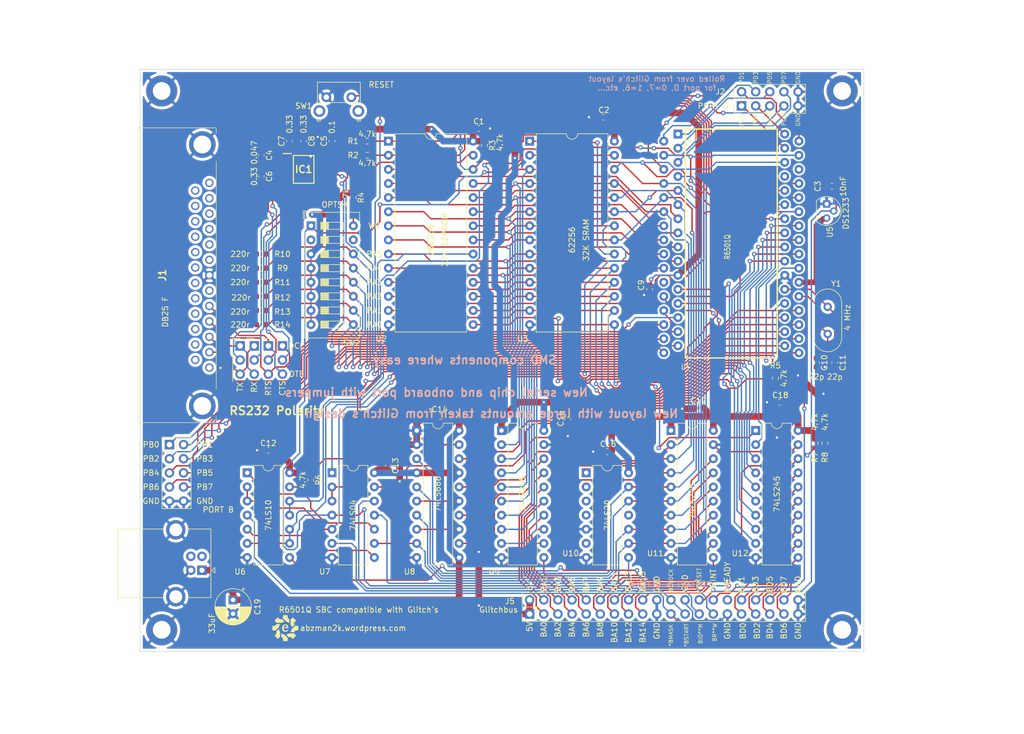
<source format=kicad_pcb>
(kicad_pcb (version 20211014) (generator pcbnew)
  (layers (0 "F.Cu" signal) (31 "B.Cu" signal) (34 "B.Paste" user) (35 "F.Paste" user) (36 "B.SilkS" user "B.Silkscreen") (37 "F.SilkS" user "F.Silkscreen") (38 "B.Mask" user) (39 "F.Mask" user) (44 "Edge.Cuts" user))
  (net 0 "")
  (net 1 "Net-(C7-Pad1)")
  (net 2 "GND")
  (net 3 "+5V")
  (net 4 "*BRESET")
  (net 5 "Net-(C4-Pad1)")
  (net 6 "Net-(C4-Pad2)")
  (net 7 "Net-(C6-Pad1)")
  (net 8 "Net-(C6-Pad2)")
  (net 9 "Net-(C8-Pad2)")
  (net 10 "EIARTS")
  (net 11 "EIACTS")
  (net 12 "*CTS")
  (net 13 "*RTS")
  (net 14 "TxD")
  (net 15 "RxD")
  (net 16 "EIARX")
  (net 17 "EIATX")
  (net 19 "Net-(J1-Pad2)")
  (net 20 "Net-(J1-Pad3)")
  (net 21 "Net-(J1-Pad4)")
  (net 22 "Net-(J1-Pad5)")
  (net 42 "PD0")
  (net 43 "PD1")
  (net 44 "PD2")
  (net 45 "PD3")
  (net 46 "PD4")
  (net 47 "PD5")
  (net 48 "PD6")
  (net 49 "PD7")
  (net 50 "PB0")
  (net 51 "PB1")
  (net 52 "PB2")
  (net 53 "PB3")
  (net 54 "PB4")
  (net 55 "PB5")
  (net 56 "PB6")
  (net 57 "PB7")
  (net 58 "BA0")
  (net 59 "BA1")
  (net 60 "BA2")
  (net 61 "BA3")
  (net 62 "BA4")
  (net 63 "BA5")
  (net 64 "BA6")
  (net 65 "BA7")
  (net 66 "BA8")
  (net 67 "BA9")
  (net 68 "BA10")
  (net 69 "BA11")
  (net 70 "BA12")
  (net 71 "BA13")
  (net 72 "BA14")
  (net 73 "BA15")
  (net 74 "*BMASK")
  (net 75 "*BSTART")
  (net 76 "BIO**M")
  (net 77 "BR**W")
  (net 78 "*BINT")
  (net 80 "BD0")
  (net 81 "BD1")
  (net 82 "BD2")
  (net 83 "BD3")
  (net 84 "BD4")
  (net 85 "BD5")
  (net 86 "BD6")
  (net 87 "BD7")
  (net 88 "RPA2")
  (net 89 "RPA0")
  (net 90 "RPA1")
  (net 91 "*ROM_WR")
  (net 92 "R**W")
  (net 93 "ROM_ENA")
  (net 94 "PA4")
  (net 95 "PA5")
  (net 96 "PA3")
  (net 97 "PA2")
  (net 98 "PA1")
  (net 99 "PA0")
  (net 102 "D3")
  (net 103 "D4")
  (net 104 "A7")
  (net 105 "D5")
  (net 106 "A6")
  (net 107 "D6")
  (net 108 "A5")
  (net 109 "D7")
  (net 110 "A4")
  (net 111 "*ROM_CE")
  (net 112 "A3")
  (net 113 "A10")
  (net 114 "A2")
  (net 115 "*RD")
  (net 116 "A1")
  (net 117 "A11")
  (net 118 "A0")
  (net 119 "A9")
  (net 120 "D0")
  (net 121 "A8")
  (net 122 "D1")
  (net 123 "D2")
  (net 124 "A14")
  (net 125 "A12")
  (net 126 "*RAM_CE")
  (net 127 "A13")
  (net 128 "*EXTERNAL_BUS")
  (net 129 "PHI2")
  (net 130 "A15")
  (net 131 "Net-(U10-Pad8)")
  (net 136 "Net-(C10-Pad1)")
  (net 137 "Net-(C11-Pad1)")
  (net 141 "Net-(U6-Pad1)")
  (net 142 "Net-(U6-Pad5)")
  (net 143 "Net-(U7-Pad13)")
  (footprint "Capacitor_SMD:C_0603_1608Metric" (layer "F.Cu") (at 185.674 90.678 -90)
    (fp_text reference "C11")
    (fp_text value "22p")
  )
  (footprint "Package_DIP:DIP-28_W15.24mm" (layer "F.Cu") (at 130.81 50.8)
    (fp_text reference "U3")
    (fp_text value "62256")
  )
  (footprint "Resistor_SMD:R_0603_1608Metric" (layer "F.Cu") (at 82.55 76.2 180)
    (fp_text reference "R11")
    (fp_text value "220r")
  )
  (footprint "Package_DIP:DIP-14_W7.62mm" (layer "F.Cu") (at 140.98 110.485)
    (fp_text reference "U10")
    (fp_text value "74LS20")
  )
  (footprint "Connector_PinHeader_2.54mm:PinHeader_1x03_P2.54mm_Vertical" (layer "F.Cu") (at 78.74 87.645)
    (fp_text reference "J7" hide)
    (fp_text value "TX")
  )
  (footprint "Crystal:Crystal_HC49-U_Vertical" (layer "F.Cu") (at 184.404 80.608 -90)
    (fp_text reference "Y1")
    (fp_text value "4 MHz")
  )
  (footprint "Evan's misc parts:amphenol db25" (layer "F.Cu") (at 73.215 91.55 -90)
    (fp_text reference "J1")
    (fp_text value "Console" hide)
  )
  (footprint "Resistor_SMD:R_0603_1608Metric" (layer "F.Cu") (at 82.55 81.28 180)
    (fp_text reference "R13")
    (fp_text value "220r")
  )
  (footprint "Resistor_SMD:R_0603_1608Metric" (layer "F.Cu") (at 182.118 105.156 -90)
    (fp_text reference "R7")
    (fp_text value "4.7k")
  )
  (footprint "Capacitor_SMD:C_0603_1608Metric" (layer "F.Cu") (at 175.755 97.79 180)
    (fp_text reference "C18")
    (fp_text value "C")
  )
  (footprint "Resistor_SMD:R_0603_1608Metric" (layer "F.Cu") (at 82.55 71.12 180)
    (fp_text reference "R10")
    (fp_text value "220r")
  )
  (footprint "Capacitor_SMD:C_0603_1608Metric" (layer "F.Cu") (at 105.41 109.22 90)
    (fp_text reference "C13")
    (fp_text value "C")
  )
  (footprint "Capacitor_SMD:C_0603_1608Metric" (layer "F.Cu") (at 82.55 57.15 -90)
    (fp_text reference "C6")
    (fp_text value "0.33")
  )
  (footprint "Package_DIP:DIP-20_W7.62mm" (layer "F.Cu") (at 171.46 102.875)
    (fp_text reference "U12")
    (fp_text value "74LS245")
  )
  (footprint "Button_Switch_THT:SW_DIP_SPSTx08_Slide_9.78x22.5mm_W7.62mm_P2.54mm" (layer "F.Cu") (at 91.4825 66.03)
    (fp_text reference "SW2")
    (fp_text value "OPTS")
  )
  (footprint "Evan's misc parts:Evan Logo" (layer "F.Cu") (at 86.868 138.43)
    (fp_text reference "G***" hide)
    (fp_text value "LOGO" hide)
  )
  (footprint "Package_TO_SOT_THT:TO-92" (layer "F.Cu") (at 184.2218 62.103 -90)
    (fp_text reference "U5")
    (fp_text value "DS1233")
  )
  (footprint "Capacitor_SMD:C_0603_1608Metric" (layer "F.Cu") (at 90.17 50.8 -90)
    (fp_text reference "C8")
    (fp_text value "0.33")
  )
  (footprint "Connector_PinHeader_2.54mm:PinHeader_1x03_P2.54mm_Vertical" (layer "F.Cu") (at 81.28 87.645)
    (fp_text reference "J6" hide)
    (fp_text value "RX")
  )
  (footprint "Capacitor_SMD:C_0603_1608Metric" (layer "F.Cu") (at 144.78 106.68 180)
    (fp_text reference "C16")
    (fp_text value "C")
  )
  (footprint "Capacitor_SMD:C_0603_1608Metric" (layer "F.Cu") (at 87.63 50.8 90)
    (fp_text reference "C7")
    (fp_text value "0.33")
  )
  (footprint "Connector_PinHeader_2.54mm:PinHeader_2x05_P2.54mm_Vertical" (layer "F.Cu") (at 168.915 44.455 90)
    (fp_text reference "J2")
    (fp_text value "PORT D")
  )
  (footprint "Capacitor_SMD:C_0603_1608Metric" (layer "F.Cu") (at 82.55 53.34 -90)
    (fp_text reference "C4")
    (fp_text value "0.047")
  )
  (footprint "Package_DIP:DIP-14_W7.62mm" (layer "F.Cu") (at 80.02 110.485)
    (fp_text reference "U6")
    (fp_text value "74LS10")
  )
  (footprint "Resistor_SMD:R_0603_1608Metric" (layer "F.Cu") (at 101.6 53.34)
    (fp_text reference "R2")
    (fp_text value "4.7k")
  )
  (footprint "Resistor_SMD:R_0603_1608Metric" (layer "F.Cu") (at 82.55 73.66 180)
    (fp_text reference "R9")
    (fp_text value "220r")
  )
  (footprint "MountingHole:MountingHole_3.2mm_M3_DIN965_Pad" (layer "F.Cu") (at 64.64 138.736)
    (fp_text reference "W3" hide)
    (fp_text value "MTG")
  )
  (footprint "Capacitor_SMD:C_0603_1608Metric" (layer "F.Cu") (at 144.018 46.482 180)
    (fp_text reference "C2")
    (fp_text value "C")
  )
  (footprint "Package_DIP:DIP-20_W7.62mm" (layer "F.Cu") (at 156.22 102.875)
    (fp_text reference "U11")
    (fp_text value "74LS245")
  )
  (footprint "Package_DIP:DIP-20_W7.62mm" (layer "F.Cu") (at 110.5 102.875)
    (fp_text reference "U8")
    (fp_text value "74LS688")
  )
  (footprint "Resistor_SMD:R_0603_1608Metric" (layer "F.Cu") (at 91.44 111.76 -90)
    (fp_text reference "R6")
    (fp_text value "4.7k")
  )
  (footprint "Capacitor_SMD:C_0603_1608Metric" (layer "F.Cu") (at 137.668 100.851 -90)
    (fp_text reference "C15")
    (fp_text value "C")
  )
  (footprint "Capacitor_SMD:C_0603_1608Metric" (layer "F.Cu") (at 152.4 77.47 -90)
    (fp_text reference "C9")
    (fp_text value "C")
  )
  (footprint "Connector_USB:USB_B_OST_USB-B1HSxx_Horizontal" (layer "F.Cu") (at 71.882 128.016 180)
    (fp_text reference "J4" hide)
    (fp_text value "USB_B")
  )
  (footprint "Capacitor_SMD:C_0603_1608Metric" (layer "F.Cu") (at 95.25 50.8 90)
    (fp_text reference "C5")
    (fp_text value "0.1")
  )
  (footprint "Capacitor_SMD:C_0603_1608Metric" (layer "F.Cu") (at 83.82 106.426 180)
    (fp_text reference "C12")
    (fp_text value "C")
  )
  (footprint "Capacitor_SMD:C_0603_1608Metric" (layer "F.Cu") (at 161.29 98.806 180)
    (fp_text reference "C17")
    (fp_text value "C")
  )
  (footprint "Capacitor_SMD:C_0603_1608Metric" (layer "F.Cu") (at 114.795 100.33 180)
    (fp_text reference "C14")
    (fp_text value "C")
  )
  (footprint "Resistor_SMD:R_0603_1608Metric" (layer "F.Cu") (at 101.6 50.8)
    (fp_text reference "R1")
    (fp_text value "4.7k")
  )
  (footprint "Resistor_SMD:R_0603_1608Metric" (layer "F.Cu") (at 82.55 83.82 180)
    (fp_text reference "R14")
    (fp_text value "220r")
  )
  (footprint "Resistor_SMD:R_0603_1608Metric" (layer "F.Cu") (at 122.682 51.562 -90)
    (fp_text reference "R3")
    (fp_text value "4.7k")
  )
  (footprint "Package_DIP:DIP-20_W7.62mm" (layer "F.Cu") (at 125.74 102.875)
    (fp_text reference "U9")
    (fp_text value "74LS245")
  )
  (footprint "MountingHole:MountingHole_3.2mm_M3_DIN965_Pad" (layer "F.Cu") (at 187.005 138.736)
    (fp_text reference "W4" hide)
    (fp_text value "MTG")
  )
  (footprint "Resistor_SMD:R_0603_1608Metric" (layer "F.Cu") (at 175.006 93.472 90)
    (fp_text reference "R5")
    (fp_text value "4.7k")
  )
  (footprint "Package_DIP:DIP-14_W7.62mm" (layer "F.Cu") (at 95.26 110.485)
    (fp_text reference "U7")
    (fp_text value "74LS04")
  )
  (footprint "Evan's misc parts:SOP65P640X120-16N" (layer "F.Cu") (at 90.17 55.88)
    (fp_text reference "IC1")
    (fp_text value "ST3232EBTR" hide)
  )
  (footprint "Resistor_SMD:R_0603_1608Metric" (layer "F.Cu") (at 99.06 60.96 -90)
    (fp_text reference "R4")
    (fp_text value "4.7k")
  )
  (footprint "Capacitor_SMD:C_0603_1608Metric" (layer "F.Cu") (at 121.666 48.514)
    (fp_text reference "C1")
    (fp_text value "C")
  )
  (footprint "Button_Switch_THT:SW_Tactile_SPST_Angled_PTS645Vx39-2LFS" (layer "F.Cu") (at 94.245 42.8925)
    (fp_text reference "SW1")
    (fp_text value "RESET")
  )
  (footprint "Connector_PinHeader_2.54mm:PinHeader_1x03_P2.54mm_Vertical" (layer "F.Cu") (at 83.82 87.645)
    (fp_text reference "J9" hide)
    (fp_text value "RTS")
  )
  (footprint "Capacitor_SMD:C_0603_1608Metric" (layer "F.Cu") (at 182.372 90.665 -90)
    (fp_text reference "C10")
    (fp_text value "22p")
  )
  (footprint "MountingHole:MountingHole_3.2mm_M3_DIN965_Pad" (layer "F.Cu") (at 187.005 41.771)
    (fp_text reference "W2" hide)
    (fp_text value "MTG")
  )
  (footprint "Connector_PinHeader_2.54mm:PinHeader_2x20_P2.54mm_Vertical" (layer "F.Cu") (at 130.815 135.895 90)
    (fp_text reference "J5")
    (fp_text value "Glitchbus")
  )
  (footprint "Capacitor_SMD:C_0603_1608Metric" (layer "F.Cu") (at 185.166 58.928)
    (fp_text reference "C3")
    (fp_text value "10nF")
  )
  (footprint "Connector_PinHeader_2.54mm:PinHeader_1x03_P2.54mm_Vertical" (layer "F.Cu") (at 86.36 87.645)
    (fp_text reference "J8" hide)
    (fp_text value "CTS")
  )
  (footprint "Connector_PinHeader_2.54mm:PinHeader_2x05_P2.54mm_Vertical" (layer "F.Cu") (at 66.035 105.415)
    (fp_text reference "J3" hide)
    (fp_text value "PORT B")
  )
  (footprint "Package_DIP:DIP-28_W15.24mm" (layer "F.Cu") (at 105.41 50.8)
    (fp_text reference "U2")
    (fp_text value "28C256")
  )
  (footprint "Evan's misc parts:QUIP64" (layer "F.Cu") (at 154.92984 50.8)
    (fp_text reference "U4")
    (fp_text value "R6501Q")
  )
  (footprint "MountingHole:MountingHole_3.2mm_M3_DIN965_Pad" (layer "F.Cu") (at 64.64 41.771)
    (fp_text reference "W1" hide)
    (fp_text value "MTG")
  )
  (footprint "Capacitor_THT:CP_Radial_D6.3mm_P2.50mm" (layer "F.Cu") (at 77.47 133.35 -90)
    (fp_text reference "C19")
    (fp_text value "33uF")
  )
  (footprint "Resistor_SMD:R_0603_1608Metric" (layer "F.Cu") (at 82.55 78.74 180)
    (fp_text reference "R12")
    (fp_text value "220r")
  )
  (footprint "Resistor_SMD:R_0603_1608Metric" (layer "F.Cu") (at 183.896 105.156 -90)
    (fp_text reference "R8")
    (fp_text value "4.7k")
  )
  (gr_line (start 190.91 142.641) (end 60.735 142.641) (layer "Edge.Cuts") (width 0.1))
  (gr_line (start 190.91 37.866) (end 190.91 142.641) (layer "Edge.Cuts") (width 0.1))
  (gr_line (start 60.735 37.866) (end 190.91 37.866) (layer "Edge.Cuts") (width 0.1))
  (gr_line (start 60.735 142.641) (end 60.735 37.866) (layer "Edge.Cuts") (width 0.1))
  (gr_text "SMD components where easy" (at 119.126 90.17) (layer "B.SilkS") (effects (font (size 1.5 1.5) (thickness 0.3)) (justify mirror)))
  (gr_text "Rolled over from Glitch's layout\nfor port D, 0=7, 1=6, etc..." (at 153.67 40.386) (layer "B.SilkS") (effects (font (size 1 1)) (justify mirror)))
  (gr_text "*BSTART = BCLOCK" (at 155.956 130.556) (layer "B.SilkS") (effects (font (size 1 1)) (justify mirror)))
  (gr_text "New layout with large amounts taken from Glitch's design" (at 123.952 99.822) (layer "B.SilkS") (effects (font (size 1.5 1.5) (thickness 0.3)) (justify mirror)))
  (gr_text "NC" (at 166.37 131.064 90) (layer "B.SilkS") (effects (font (size 1 1)) (justify mirror)))
  (gr_text "New serial chip and onboard port with jumpers" (at 114.046 96.012) (layer "B.SilkS") (effects (font (size 1.5 1.5) (thickness 0.3)) (justify mirror)))
  (gr_text "BA8" (at 143.51 138.684 90) (layer "F.SilkS") (effects (font (size 1 1))))
  (gr_text "GND" (at 62.738 115.57) (layer "F.SilkS") (effects (font (size 1 1))))
  (gr_text "BA13" (at 148.59 130.048 90) (layer "F.SilkS") (effects (font (size 1 1))))
  (gr_text "PD4" (at 173.99 46.99 90) (layer "F.SilkS") (effects (font (size 0.75 0.75) (thickness 0.1))))
  (gr_text "BA4" (at 138.43 138.684 90) (layer "F.SilkS") (effects (font (size 1 1))))
  (gr_text "BA9" (at 143.51 130.556 90) (layer "F.SilkS") (effects (font (size 1 1))))
  (gr_text "BIO**M" (at 161.544 139.446 90) (layer "F.SilkS") (effects (font (size 0.7 0.7) (thickness 0.1))))
  (gr_text "BA11" (at 146.05 130.048 90) (layer "F.SilkS") (effects (font (size 1 1))))
  (gr_text "BA12" (at 148.59 139.192 90) (layer "F.SilkS") (effects (font (size 1 1))))
  (gr_text "PD0" (at 168.91 46.99 90) (layer "F.SilkS") (effects (font (size 0.75 0.75) (thickness 0.1))))
  (gr_text "PB2" (at 62.738 107.95) (layer "F.SilkS") (effects (font (size 1 1))))
  (gr_text "BD5" (at 173.99 130.556 90) (layer "F.SilkS") (effects (font (size 1 1))))
  (gr_text "R6501Q SBC compatible with Glitch's" (at 100.076 135.128) (layer "F.SilkS") (effects (font (size 1 1))))
  (gr_text "abzman2k.wordpress.com" (at 99.06 138.43) (layer "F.SilkS") (effects (font (size 1 1))))
  (gr_text "PA4" (at 102.87 73.66) (layer "F.SilkS") (effects (font (size 1 1))))
  (gr_text "BA2" (at 135.89 138.684 90) (layer "F.SilkS") (effects (font (size 1 1))))
  (gr_text "BD2" (at 171.704 138.938 90) (layer "F.SilkS") (effects (font (size 1 1))))
  (gr_text "BA3" (at 135.89 130.556 90) (layer "F.SilkS") (effects (font (size 1 1))))
  (gr_text "GND" (at 166.37 138.938 90) (layer "F.SilkS") (effects (font (size 1 1))))
  (gr_text "PD2" (at 171.45 46.99 90) (layer "F.SilkS") (effects (font (size 0.75 0.75) (thickness 0.1))))
  (gr_text "*BMASK" (at 156.21 139.7 90) (layer "F.SilkS") (effects (font (size 0.7 0.7) (thickness 0.1))))
  (gr_text "DCE" (at 88.9 87.63) (layer "F.SilkS") (effects (font (size 1 1))))
  (gr_text "BD3" (at 171.45 130.556 90) (layer "F.SilkS") (effects (font (size 1 1))))
  (gr_text "*BSTART" (at 159.004 139.7 90) (layer "F.SilkS") (effects (font (size 0.7 0.7) (thickness 0.1))))
  (gr_text "BD4" (at 173.99 138.938 90) (layer "F.SilkS") (effects (font (size 1 1))))
  (gr_text "PB6" (at 62.738 113.03) (layer "F.SilkS") (effects (font (size 1 1))))
  (gr_text "DB25 F" (at 65.278 81.534 90) (layer "F.SilkS") (effects (font (size 1 1))))
  (gr_text "GND" (at 158.75 130.302 90) (layer "F.SilkS") (effects (font (size 1 1))))
  (gr_text "PA1" (at 102.87 81.28) (layer "F.SilkS") (effects (font (size 1 1))))
  (gr_text "*BINT" (at 163.83 129.794 90) (layer "F.SilkS") (effects (font (size 1 1))))
  (gr_text "BD0" (at 169.164 138.938 90) (layer "F.SilkS") (effects (font (size 1 1))))
  (gr_text "PA5" (at 102.87 71.12) (layer "F.SilkS") (effects (font (size 1 1))))
  (gr_text "GND" (at 153.67 138.938 90) (layer "F.SilkS") (effects (font (size 1 1))))
  (gr_text "DTE" (at 88.9 92.71) (layer "F.SilkS") (effects (font (size 1 1))))
  (gr_text "5V" (at 130.81 138.176 90) (layer "F.SilkS") (effects (font (size 1 1))))
  (gr_text "RS232 Polarity" (at 85.344 99.314) (layer "F.SilkS") (effects (font (size 1.5 1.5) (thickness 0.3))))
  (gr_text "*BRESET" (at 161.29 129.794 90) (layer "F.SilkS") (effects (font (size 0.7 0.7) (thickness 0.1))))
  (gr_text "PA3" (at 102.87 76.2) (layer "F.SilkS") (effects (font (size 1 1))))
  (gr_text "BD6" (at 176.53 138.938 90) (layer "F.SilkS") (effects (font (size 1 1))))
  (gr_text "BCLOCK" (at 156.21 129.794 90) (layer "F.SilkS") (effects (font (size 0.7 0.7) (thickness 0.1))))
  (gr_text "GND" (at 179.07 46.99 90) (layer "F.SilkS") (effects (font (size 0.75 0.75) (thickness 0.1))))
  (gr_text "32K SRAM" (at 140.97 68.58 90) (layer "F.SilkS") (effects (font (size 1 1))))
  (gr_text "PB7" (at 72.39 113.03) (layer "F.SilkS") (effects (font (size 1 1))))
  (gr_text "5V" (at 130.81 130.81 90) (layer "F.SilkS") (effects (font (size 1 1))))
  (gr_text "PB1" (at 72.39 105.41) (layer "F.SilkS") (effects (font (size 1 1))))
  (gr_text "BA0" (at 133.35 138.684 90) (layer "F.SilkS") (effects (font (size 1 1))))
  (gr_text "PD1" (at 168.91 39.37 90) (layer "F.SilkS") (effects (font (size 0.75 0.75) (thickness 0.1))))
  (gr_text "GND" (at 72.39 115.57) (layer "F.SilkS") (effects (font (size 1 1))))
  (gr_text "BA14" (at 151.13 139.192 90) (layer "F.SilkS") (effects (font (size 1 1))))
  (gr_text "PA2" (at 102.87 78.74) (layer "F.SilkS") (effects (font (size 1 1))))
  (gr_text "BA5" (at 138.43 130.556 90) (layer "F.SilkS") (effects (font (size 1 1))))
  (gr_text "PB5" (at 72.39 110.49) (layer "F.SilkS") (effects (font (size 1 1))))
  (gr_text "GND" (at 179.07 39.37 90) (layer "F.SilkS") (effects (font (size 0.75 0.75) (thickness 0.1))))
  (gr_text "BA1" (at 133.35 130.556 90) (layer "F.SilkS") (effects (font (size 1 1))))
  (gr_text "GND" (at 179.07 130.556 90) (layer "F.SilkS") (effects (font (size 1 1))))
  (gr_text "GND" (at 179.07 138.938 90) (layer "F.SilkS") (effects (font (size 1 1))))
  (gr_text "BREADY" (at 166.37 129.286 90) (layer "F.SilkS") (effects (font (size 1 1))))
  (gr_text "PD7" (at 176.53 39.37 90) (layer "F.SilkS") (effects (font (size 0.75 0.75) (thickness 0.1))))
  (gr_text "BD1" (at 168.91 130.556 90) (layer "F.SilkS") (effects (font (size 1 1))))
  (gr_text "32K EEPROM" (at 115.57 68.58 90) (layer "F.SilkS") (effects (font (size 1 1))))
  (gr_text "PB4" (at 62.738 110.49) (layer "F.SilkS") (effects (font (size 1 1))))
  (gr_text "BR**W" (at 164.084 139.192 90) (layer "F.SilkS") (effects (font (size 0.7 0.7) (thickness 0.1))))
  (gr_text "PD3" (at 171.45 39.37 90) (layer "F.SilkS") (effects (font (size 0.75 0.75) (thickness 0.1))))
  (gr_text "BA15" (at 151.13 130.048 90) (layer "F.SilkS") (effects (font (size 1 1))))
  (gr_text "PD6" (at 176.53 46.99 90) (layer "F.SilkS") (effects (font (size 0.75 0.75) (thickness 0.1))))
  (gr_text "PB3" (at 72.39 107.95) (layer "F.SilkS") (effects (font (size 1 1))))
  (gr_text "PD5" (at 173.99 39.37 90) (layer "F.SilkS") (effects (font (size 0.75 0.75) (thickness 0.1))))
  (gr_text "BA10" (at 146.05 139.192 90) (layer "F.SilkS") (effects (font (size 1 1))))
  (gr_text "BD7" (at 176.53 130.556 90) (layer "F.SilkS") (effects (font (size 1 1))))
  (gr_text "BA7" (at 140.97 130.556 90) (layer "F.SilkS") (effects (font (size 1 1))))
  (gr_text "PA0" (at 102.87 83.82) (layer "F.SilkS") (effects (font (size 1 1))))
  (gr_text "BA6" (at 140.97 138.684 90) (layer "F.SilkS") (effects (font (size 1 1))))
  (gr_text "PB0" (at 62.738 105.41) (layer "F.SilkS") (effects (font (size 1 1))))
  (gr_text "GND" (at 153.67 130.556 90) (layer "F.SilkS") (effects (font (size 1 1))))
  (gr_text "WR" (at 102.87 66.04) (layer "F.SilkS") (effects (font (size 1 1))))
  (segment (start 88.9 53.548522) (end 88.193522 54.255) (width 0.25) (layer "F.Cu") (net 1))
  (segment (start 88.193522 54.255) (end 87.232 54.255) (width 0.25) (layer "F.Cu") (net 1))
  (segment (start 87.63 51.575) (end 88.405 51.575) (width 0.25) (layer "F.Cu") (net 1))
  (segment (start 88.9 52.07) (end 88.9 53.548522) (width 0.25) (layer "F.Cu") (net 1))
  (segment (start 88.405 51.575) (end 88.9 52.07) (width 0.25) (layer "F.Cu") (net 1))
  (segment (start 184.167 59.152) (end 184.391 58.928) (width 0.25) (layer "F.Cu") (net 2))
  (segment (start 143.243 46.482) (end 141.478 46.482) (width 1.2) (layer "F.Cu") (net 2))
  (segment (start 174.98 97.79) (end 173.482 97.79) (width 1.2) (layer "F.Cu") (net 2))
  (segment (start 107.437 105.415) (end 110.5 105.415) (width 1.2) (layer "F.Cu") (net 2))
  (segment (start 105.41 107.442) (end 107.437 105.415) (width 1.2) (layer "F.Cu") (net 2))
  (segment (start 172.72 106.68) (end 175.26 104.14) (width 0.25) (layer "F.Cu") (net 2))
  (segment (start 121.666 134.366) (end 121.666 124.714) (width 1.2) (layer "F.Cu") (net 2))
  (segment (start 152.4 78.245) (end 152.159 78.486) (width 0.25) (layer "F.Cu") (net 2))
  (segment (start 152.159 78.486) (end 151.384 78.486) (width 0.25) (layer "F.Cu") (net 2))
  (segment (start 110.5 101.59) (end 111.76 100.33) (width 1.2) (layer "F.Cu") (net 2))
  (segment (start 92.215 50.025) (end 87.63 50.025) (width 0.25) (layer "F.Cu") (net 2))
  (segment (start 183.896 91.44) (end 185.661 91.44) (width 0.25) (layer "F.Cu") (net 2))
  (segment (start 184.167 62.23) (end 184.167 59.152) (width 0.25) (layer "F.Cu") (net 2))
  (segment (start 93.108 54.255) (end 92.1205 54.255) (width 0.25) (layer "F.Cu") (net 2))
  (segment (start 144.005 106.68) (end 142.24 106.68) (width 1.2) (layer "F.Cu") (net 2))
  (segment (start 105.41 108.445) (end 105.41 107.442) (width 1.2) (layer "F.Cu") (net 2))
  (segment (start 179.07 92.964) (end 182.372 96.266) (width 1.2) (layer "F.Cu") (net 2))
  (segment (start 111.76 100.33) (end 114.02 100.33) (width 1.2) (layer "F.Cu") (net 2))
  (segment (start 122.441 48.514) (end 123.698 48.514) (width 1.2) (layer "F.Cu") (net 2))
  (segment (start 185.661 91.44) (end 185.674 91.453) (width 0.25) (layer "F.Cu") (net 2))
  (segment (start 92.1205 54.255) (end 91.44 53.5745) (width 0.25) (layer "F.Cu") (net 2))
  (segment (start 182.372 91.44) (end 183.896 91.44) (width 0.25) (layer "F.Cu") (net 2))
  (segment (start 81.725 83.82) (end 81.725 71.12) (width 0.25) (layer "F.Cu") (net 2))
  (segment (start 74.485 76.2) (end 73.215 74.93) (width 0.25) (layer "F.Cu") (net 2))
  (segment (start 83.045 106.426) (end 81.788 106.426) (width 1.2) (layer "F.Cu") (net 2))
  (segment (start 182.372 96.266) (end 183.642 96.266) (width 1.2) (layer "F.Cu") (net 2))
  (segment (start 95.25 50.025) (end 92.215 50.025) (width 0.25) (layer "F.Cu") (net 2))
  (segment (start 110.5 105.415) (end 110.5 102.875) (width 1.2) (layer "F.Cu") (net 2))
  (segment (start 107.437 112.009) (end 107.442 112.014) (width 1.2) (layer "F.Cu") (net 2))
  (segment (start 110.5 102.875) (end 110.5 101.59) (width 1.2) (layer "F.Cu") (net 2))
  (segment (start 163.84 105.415) (end 165.105 106.68) (width 0.25) (layer "F.Cu") (net 2))
  (segment (start 137.668 101.626) (end 137.668 103.886) (width 1.2) (layer "F.Cu") (net 2))
  (segment (start 107.437 105.415) (end 107.437 112.009) (width 1.2) (layer "F.Cu") (net 2))
  (segment (start 81.725 76.2) (end 74.485 76.2) (width 0.25) (layer "F.Cu") (net 2))
  (segment (start 165.105 106.68) (end 172.72 106.68) (width 0.25) (layer "F.Cu") (net 2))
  (segment (start 160.38052 98.94048) (end 158.242 98.94048) (width 1.2) (layer "F.Cu") (net 2))
  (via (at 121.666 134.366) (size 0.8) (drill 0.4) (layers "F.Cu" "B.Cu") (net 2))
  (via (at 183.642 96.266) (size 0.8) (drill 0.4) (layers "F.Cu" "B.Cu") (net 2))
  (via (at 175.26 104.14) (size 0.8) (drill 0.4) (layers "F.Cu" "B.Cu") (net 2))
  (via (at 142.24 106.68) (size 0.8) (drill 0.4) (layers "F.Cu" "B.Cu") (net 2))
  (via (at 107.442 112.014) (size 0.8) (drill 0.4) (layers "F.Cu" "B.Cu") (net 2))
  (via (at 91.44 53.5745) (size 0.8) (drill 0.4) (layers "F.Cu" "B.Cu") (net 2))
  (via (at 179.07 92.964) (size 0.8) (drill 0.4) (layers "F.Cu" "B.Cu") (net 2))
  (via (at 173.482 97.79) (size 0.8) (drill 0.4) (layers "F.Cu" "B.Cu") (net 2))
  (via (at 141.478 46.482) (size 0.8) (drill 0.4) (layers "F.Cu" "B.Cu") (net 2))
  (via (at 137.668 103.886) (size 0.8) (drill 0.4) (layers "F.Cu" "B.Cu") (net 2))
  (via (at 81.788 106.426) (size 0.8) (drill 0.4) (layers "F.Cu" "B.Cu") (net 2))
  (via (at 123.698 48.514) (size 0.8) (drill 0.4) (layers "F.Cu" "B.Cu") (net 2))
  (via (at 183.896 91.44) (size 0.8) (drill 0.4) (layers "F.Cu" "B.Cu") (net 2))
  (via (at 158.242 98.94048) (size 0.8) (drill 0.4) (layers "F.Cu" "B.Cu") (net 2))
  (via (at 121.666 124.714) (size 0.8) (drill 0.4) (layers "F.Cu" "B.Cu") (net 2))
  (via (at 151.384 78.486) (size 0.8) (drill 0.4) (layers "F.Cu" "B.Cu") (net 2))
  (via (at 92.71 50.025) (size 0.8) (drill 0.4) (layers "F.Cu" "B.Cu") (net 2))
  (segment (start 160.120489 135.408501) (end 160.120489 136.551511) (width 0.25) (layer "B.Cu") (net 2))
  (segment (start 165.200489 137.069511) (end 166.375 135.895) (width 0.25) (layer "B.Cu") (net 2))
  (segment (start 160.120489 136.551511) (end 160.638489 137.069511) (width 0.25) (layer "B.Cu") (net 2))
  (segment (start 158.755 134.043012) (end 160.120489 135.408501) (width 0.25) (layer "B.Cu") (net 2))
  (segment (start 158.755 133.355) (end 158.755 134.043012) (width 0.25) (layer "B.Cu") (net 2))
  (segment (start 160.638489 137.069511) (end 165.200489 137.069511) (width 0.25) (layer "B.Cu") (net 2))
  (segment (start 156.22 102.875) (end 156.22 100.34) (width 1.2) (layer "F.Cu") (net 3))
  (segment (start 99.06 60.135) (end 99.06 56.134) (width 1.2) (layer "F.Cu") (net 3))
  (segment (start 179.08 100.34) (end 176.52 100.34) (width 1.2) (layer "F.Cu") (net 3))
  (segment (start 103.37 109.995) (end 102.88 110.485) (width 1.2) (layer "F.Cu") (net 3))
  (segment (start 162.55 99.291) (end 162.065 98.806) (width 1.2) (layer "F.Cu") (net 3))
  (segment (start 74.549 129.159) (end 77.47 132.08) (width 1.2) (layer "F.Cu") (net 3))
  (segment (start 185.47404 102.875) (end 188.37052 99.97852) (width 1.2) (layer "F.Cu") (net 3))
  (segment (start 161.219511 48.189511) (end 158.75 45.72) (width 1.2) (layer "F.Cu") (net 3))
  (segment (start 183.901 104.326) (end 183.896 104.331) (width 1.2) (layer "F.Cu") (net 3))
  (segment (start 176.53 97.79) (end 176.53 100.33) (width 1.2) (layer "F.Cu") (net 3))
  (segment (start 161.219511 71.190489) (end 161.219511 48.189511) (width 1.2) (layer "F.Cu") (net 3))
  (segment (start 77.47 133.35) (end 118.11 133.35) (width 1.2) (layer "F.Cu") (net 3))
  (segment (start 186.69 76.2) (end 182.372 76.2) (width 1.2) (layer "F.Cu") (net 3))
  (segment (start 118.12 110.495) (end 110.5 110.495) (width 1.2) (layer "F.Cu") (net 3))
  (segment (start 128.165961 49.634039) (end 128.165961 50.983531) (width 1.2) (layer "F.Cu") (net 3))
  (segment (start 145.555 100.845) (end 146.06 100.34) (width 1.2) (layer "F.Cu") (net 3))
  (segment (start 118.12 134.61) (end 119.405 135.895) (width 1.2) (layer "F.Cu") (net 3))
  (segment (start 163.84 100.34) (end 163.84 102.875) (width 1.2) (layer "F.Cu") (net 3))
  (segment (start 100.584 50.292) (end 100.584 51.308) (width 1.2) (layer "F.Cu") (net 3))
  (segment (start 100.584 51.308) (end 100.584 54.61) (width 1.2) (layer "F.Cu") (net 3))
  (segment (start 118.12 100.34) (end 118.12 102.875) (width 1.2) (layer "F.Cu") (net 3))
  (segment (start 77.47 132.08) (end 77.47 133.35) (width 1.2) (layer "F.Cu") (net 3))
  (segment (start 120.65 50.8) (end 120.65 48.755) (width 1.2) (layer "F.Cu") (net 3))
  (segment (start 146.05 50.8) (end 146.05 48.006) (width 1.2) (layer "F.Cu") (net 3))
  (segment (start 152.654 75.692) (end 152.654 76.441) (width 0.25) (layer "F.Cu") (net 3))
  (segment (start 105.41 109.995) (end 103.37 109.995) (width 1.2) (layer "F.Cu") (net 3))
  (segment (start 146.05 48.006) (end 146.05 47.739) (width 1.2) (layer "F.Cu") (net 3))
  (segment (start 147.31 100.34) (end 146.06 100.34) (width 1.2) (layer "F.Cu") (net 3))
  (segment (start 183.901 102.875) (end 185.47404 102.875) (width 1.2) (layer "F.Cu") (net 3))
  (segment (start 179.08 102.875) (end 181.097 102.875) (width 1.2) (layer "F.Cu") (net 3))
  (segment (start 176.53 95.504) (end 175.523 94.497) (width 1.2) (layer "F.Cu") (net 3))
  (segment (start 175.523 94.497) (end 175.006 94.497) (width 1.2) (layer "F.Cu") (net 3))
  (segment (start 118.12 133.36) (end 118.12 134.61) (width 1.2) (layer "F.Cu") (net 3))
  (segment (start 188.37052 99.97852) (end 188.37052 77.88052) (width 1.2) (layer "F.Cu") (net 3))
  (segment (start 82.55 107.95) (end 76.962 107.95) (width 1.2) (layer "F.Cu") (net 3))
  (segment (start 145.555 104.635) (end 145.555 100.845) (width 1.2) (layer "F.Cu") (net 3))
  (segment (start 176.53 100.33) (end 176.52 100.34) (width 1.2) (layer "F.Cu") (net 3))
  (segment (start 93.108 53.605) (end 93.22 53.605) (width 0.25) (layer "F.Cu") (net 3))
  (segment (start 86.868 107.95) (end 87.64 108.722) (width 1.2) (layer "F.Cu") (net 3))
  (segment (start 176.53 97.79) (end 176.53 95.504) (width 1.2) (layer "F.Cu") (net 3))
  (segment (start 127.91943 50.737) (end 128.165961 50.983531) (width 1.2) (layer "F.Cu") (net 3))
  (segment (start 85.852 107.95) (end 85.852 107.683) (width 1.2) (layer "F.Cu") (net 3))
  (segment (start 110.5 115.575) (end 118.12 115.575) (width 0.25) (layer "F.Cu") (net 3))
  (segment (start 118.11 100.33) (end 118.12 100.34) (width 1.2) (layer "F.Cu") (net 3))
  (segment (start 95.517 51.308) (end 95.25 51.575) (width 1.2) (layer "F.Cu") (net 3))
  (segment (start 97.599 60.135) (end 93.726 64.008) (width 1.2) (layer "F.Cu") (net 3))
  (segment (start 87.64 110.485) (end 91.435 110.485) (width 1.2) (layer "F.Cu") (net 3))
  (segment (start 118.11 133.35) (end 118.12 133.36) (width 1.2) (layer "F.Cu") (net 3))
  (segment (start 74.168 128.016) (end 71.882 128.016) (width 1.2) (layer "F.Cu") (net 3))
  (segment (start 182.113 102.875) (end 182.113 104.326) (width 1.2) (layer "F.Cu") (net 3))
  (segment (start 158.75 45.72) (end 149.098 45.72) (width 1.2) (layer "F.Cu") (net 3))
  (segment (start 100.584 54.61) (end 99.06 56.134) (width 1.2) (layer "F.Cu") (net 3))
  (segment (start 126.238 100.33) (end 125.73 100.33) (width 1.2) (layer "F.Cu") (net 3))
  (segment (start 91.44 110.49) (end 91.44 110.935) (width 1.2) (layer "F.Cu") (net 3))
  (segment (start 146.05 47.739) (end 144.793 46.482) (width 1.2) (layer "F.Cu") (net 3))
  (segment (start 182.113 104.326) (end 182.118 104.331) (width 1.2) (layer "F.Cu") (net 3))
  (segment (start 125.74 102.875) (end 125.74 100.34) (width 1.2) (layer "F.Cu") (net 3))
  (segment (start 93.22 53.605) (end 95.25 51.575) (width 0.25) (layer "F.Cu") (net 3))
  (segment (start 146.05 48.006) (end 148.336 45.72) (width 1.2) (layer "F.Cu") (net 3))
  (segment (start 181.097 102.875) (end 183.901 102.875) (width 1.2) (layer "F.Cu") (net 3))
  (segment (start 183.901 102.875) (end 183.901 104.326) (width 1.2) (layer "F.Cu") (net 3))
  (segment (start 74.549 110.363) (end 74.549 126.365) (width 1.2) (layer "F.Cu") (net 3))
  (segment (start 82.55 107.95) (end 85.852 107.95) (width 1.2) (layer "F.Cu") (net 3))
  (segment (start 115.57 100.33) (end 118.11 100.33) (width 1.2) (layer "F.Cu") (net 3))
  (segment (start 130.815 133.355) (end 130.815 134.615) (width 1.2) (layer "F.Cu") (net 3))
  (segment (start 119.405 135.895) (end 130.815 135.895) (width 1.2) (layer "F.Cu") (net 3))
  (segment (start 128.778 97.79) (end 126.238 100.33) (width 1.2) (layer "F.Cu") (net 3))
  (segment (start 118.11 100.33) (end 125.73 100.33) (width 1.2) (layer "F.Cu") (net 3))
  (segment (start 137.668 100.076) (end 137.668 98.044) (width 1.2) (layer "F.Cu") (net 3))
  (segment (start 99.06 60.135) (end 97.599 60.135) (width 1.2) (layer "F.Cu") (net 3))
  (segment (start 182.113 102.875) (end 182.885 102.875) (width 1.2) (layer "F.Cu") (net 3))
  (segment (start 145.555 106.68) (end 145.555 104.635) (width 1.2) (layer "F.Cu") (net 3))
  (segment (start 85.852 107.95) (end 86.868 107.95) (width 1.2) (layer "F.Cu") (net 3))
  (segment (start 182.372 76.2) (end 181.102 76.2) (width 1) (layer "F.Cu") (net 3))
  (segment (start 140.716 48.006) (end 146.05 48.006) (width 1.2) (layer "F.Cu") (net 3))
  (segment (start 123.381 50.737) (end 127.91943 50.737) (width 1.2) (layer "F.Cu") (net 3))
  (segment (start 183.642 64.77) (end 184.167 64.77) (width 1) (layer "F.Cu") (net 3))
  (segment (start 156.22 100.34) (end 147.31 100.34) (width 1.2) (layer "F.Cu") (net 3))
  (segment (start 74.549 127.635) (end 74.168 128.016) (width 1.2) (layer "F.Cu") (net 3))
  (segment (start 87.64 108.722) (end 87.64 110.485) (width 1.2) (layer "F.Cu") (net 3))
  (segment (start 137.668 98.044) (end 137.922 97.79) (width 1.2) (layer "F.Cu") (net 3))
  (segment (start 120.65 50.8) (end 122.619 50.8) (width 1.2) (layer "F.Cu") (net 3))
  (segment (start 130.815 134.615) (end 130.815 135.895) (width 1.2) (layer "F.Cu") (net 3))
  (segment (start 137.922 97.79) (end 143.51 97.79) (width 1.2) (layer "F.Cu") (net 3))
  (segment (start 120.65 48.755) (end 120.891 48.514) (width 1.2) (layer "F.Cu") (net 3))
  (segment (start 125.74 100.34) (end 125.73 100.33) (width 1.2) (layer "F.Cu") (net 3))
  (segment (start 163.84 100.34) (end 162.55 100.34) (width 1.2) (layer "F.Cu") (net 3))
  (segment (start 148.336 45.72) (end 149.098 45.72) (width 1.2) (layer "F.Cu") (net 3))
  (segment (start 122.682 50.737) (end 123.381 50.737) (width 1.2) (layer "F.Cu") (net 3))
  (segment (start 128.165961 50.983531) (end 128.16596 53.848) (width 1.2) (layer "F.Cu") (net 3))
  (segment (start 157.48 74.93) (end 161.219511 71.190489) (width 1.2) (layer "F.Cu") (net 3))
  (segment (start 176.52 100.34) (end 163.84 100.34) (width 1.2) (layer "F.Cu") (net 3))
  (segment (start 100.584 51.308) (end 95.517 51.308) (width 1.2) (layer "F.Cu") (net 3))
  (segment (start 182.372 76.2) (end 182.372 66.04) (width 1) (layer "F.Cu") (net 3))
  (segment (start 181.097 102.875) (end 182.113 102.875) (width 1.2) (layer "F.Cu") (net 3))
  (segment (start 162.55 100.34) (end 162.55 99.291) (width 1.2) (layer "F.Cu") (net 3))
  (segment (start 133.35 97.79) (end 137.922 97.79) (width 1.2) (layer "F.Cu") (net 3))
  (segment (start 76.962 107.95) (end 74.549 110.363) (width 1.2) (layer "F.Cu") (net 3))
  (segment (start 93.726 64.008) (end 91.694 64.008) (width 1.2) (layer "F.Cu") (net 3))
  (segment (start 129.794 48.006) (end 128.165961 49.634039) (width 1.2) (layer "F.Cu") (net 3))
  (segment (start 182.372 66.04) (end 183.642 64.77) (width 1) (layer "F.Cu") (net 3))
  (segment (start 110.5 120.655) (end 118.12 120.655) (width 0.25) (layer "F.Cu") (net 3))
  (segment (start 122.619 50.8) (end 122.682 50.737) (width 1.2) (layer "F.Cu") (net 3))
  (segment (start 179.08 102.875) (end 179.08 100.34) (width 1.2) (layer "F.Cu") (net 3))
  (segment (start 74.549 126.365) (end 74.549 127.635) (width 1.2) (layer "F.Cu") (net 3))
  (segment (start 118.12 125.735) (end 118.12 133.36) (width 1.2) (layer "F.Cu") (net 3))
  (segment (start 143.51 97.79) (end 146.06 100.34) (width 1.2) (layer "F.Cu") (net 3))
  (segment (start 74.549 127.635) (end 74.549 129.159) (width 1.2) (layer "F.Cu") (net 3))
  (segment (start 152.654 76.441) (end 152.4 76.695) (width 0.25) (layer "F.Cu") (net 3))
  (segment (start 133.35 97.79) (end 128.778 97.79) (width 1.2) (layer "F.Cu") (net 3))
  (segment (start 102.235 48.641) (end 100.584 50.292) (width 1.2) (layer "F.Cu") (net 3))
  (segment (start 85.852 107.683) (end 84.595 106.426) (width 1.2) (layer "F.Cu") (net 3))
  (segment (start 129.794 48.006) (end 140.716 48.006) (width 1.2) (layer "F.Cu") (net 3))
  (segment (start 91.435 110.485) (end 91.44 110.49) (width 1.2) (layer "F.Cu") (net 3))
  (segment (start 181.102 76.2) (end 179.23002 76.2) (width 1) (layer "F.Cu") (net 3))
  (segment (start 188.37052 77.88052) (end 186.69 76.2) (width 1.2) (layer "F.Cu") (net 3))
  (segment (start 113.157 48.641) (end 102.235 48.641) (width 1.2) (layer "F.Cu") (net 3))
  (segment (start 162.55 100.34) (end 156.22 100.34) (width 1.2) (layer "F.Cu") (net 3))
  (via (at 133.35 97.79) (size 0.8) (drill 0.4) (layers "F.Cu" "B.Cu") (net 3))
  (via (at 145.555 104.635) (size 0.8) (drill 0.4) (layers "F.Cu" "B.Cu") (net 3))
  (via (at 113.157 48.641) (size 0.8) (drill 0.4) (layers "F.Cu" "B.Cu") (net 3))
  (via (at 91.694 64.008) (size 0.8) (drill 0.4) (layers "F.Cu" "B.Cu") (net 3))
  (via (at 152.654 75.692) (size 0.8) (drill 0.4) (layers "F.Cu" "B.Cu") (net 3))
  (via (at 128.16596 53.848) (size 0.8) (drill 0.4) (layers "F.Cu" "B.Cu") (net 3))
  (segment (start 116.520489 113.975489) (end 116.520489 112.094511) (width 1.2) (layer "B.Cu") (net 3))
  (segment (start 148.6 107.96) (end 148.6 110.485) (width 1.2) (layer "B.Cu") (net 3))
  (segment (start 116.520489 119.055489) (end 116.520489 117.174511) (width 1.2) (layer "B.Cu") (net 3))
  (segment (start 128.16596 56.74604) (end 127.070489 57.841511) (width 1.2) (layer "B.Cu") (net 3))
  (segment (start 125.73 64.343634) (end 125.73 68.58) (width 1.2) (layer "B.Cu") (net 3))
  (segment (start 157.48 74.93) (end 153.416 74.93) (width 0.25) (layer "B.Cu") (net 3))
  (segment (start 124.530489 76.792807) (end 125.468841 77.731159) (width 1.2) (layer "B.Cu") (net 3))
  (segment (start 116.520489 117.174511) (end 118.12 115.575) (width 1.2) (layer "B.Cu") (net 3))
  (segment (start 125.468841 88.130841) (end 127.99884 90.66084) (width 1.2) (layer "B.Cu") (net 3))
  (segment (start 92.692022 64.008) (end 93.082011 64.397989) (width 1.2) (layer "B.Cu") (net 3))
  (segment (start 145.555 104.915) (end 148.6 107.96) (width 1.2) (layer "B.Cu") (net 3))
  (segment (start 118.12 115.575) (end 116.520489 113.975489) (width 1.2) (layer "B.Cu") (net 3))
  (segment (start 125.73 68.58) (end 124.530489 69.779511) (width 1.2) (layer "B.Cu") (net 3))
  (segment (start 116.520489 104.474511) (end 116.520489 124.135489) (width 1.2) (layer "B.Cu") (net 3))
  (segment (start 116.520489 104.474511) (end 118.12 102.875) (width 1.2) (layer "B.Cu") (net 3))
  (segment (start 133.36 102.875) (end 133.36 97.8) (width 1.2) (layer "B.Cu") (net 3))
  (segment (start 102.89 110.495) (end 102.88 110.485) (width 1.2) (layer "B.Cu") (net 3))
  (segment (start 116.520489 122.254511) (end 118.12 120.655) (width 1.2) (layer "B.Cu") (net 3))
  (segment (start 124.530489 69.779511) (end 124.530489 76.792807) (width 1.2) (layer "B.Cu") (net 3))
  (segment (start 127.070489 63.003145) (end 125.73 64.343634) (width 1.2) (layer "B.Cu") (net 3))
  (segment (start 126.741 102.875) (end 125.74 102.875) (width 1.2) (layer "B.Cu") (net 3))
  (segment (start 110.5 110.495) (end 102.89 110.495) (width 1.2) (layer "B.Cu") (net 3))
  (segment (start 133.36 97.8) (end 133.35 97.79) (width 1.2) (layer "B.Cu") (net 3))
  (segment (start 127.070489 57.841511) (end 127.070489 63.003145) (width 1.2) (layer "B.Cu") (net 3))
  (segment (start 116.520489 124.135489) (end 116.520489 122.254511) (width 1.2) (layer "B.Cu") (net 3))
  (segment (start 127.99884 90.66084) (end 127.99884 101.61716) (width 1.2) (layer "B.Cu") (net 3))
  (segment (start 116.520489 108.895489) (end 116.520489 104.474511) (width 1.2) (layer "B.Cu") (net 3))
  (segment (start 91.4825 83.81) (end 91.4825 71.11) (width 0.25) (layer "B.Cu") (net 3))
  (segment (start 145.555 104.635) (end 145.555 104.915) (width 1.2) (layer "B.Cu") (net 3))
  (segment (start 93.082011 69.510489) (end 91.4825 71.11) (width 1.2) (layer "B.Cu") (net 3))
  (segment (start 128.16596 53.848) (end 128.16596 56.74604) (width 1.2) (layer "B.Cu") (net 3))
  (segment (start 120.65 50.8) (end 115.316 50.8) (width 1.2) (layer "B.Cu") (net 3))
  (segment (start 91.694 64.008) (end 92.692022 64.008) (width 1.2) (layer "B.Cu") (net 3))
  (segment (start 153.416 74.93) (end 152.654 75.692) (width 0.25) (layer "B.Cu") (net 3))
  (segment (start 125.468841 77.731159) (end 125.468841 88.130841) (width 1.2) (layer "B.Cu") (net 3))
  (segment (start 93.082011 69.510489) (end 93.082011 64.397989) (width 1.2) (layer "B.Cu") (net 3))
  (segment (start 127.99884 101.61716) (end 126.741 102.875) (width 1.2) (layer "B.Cu") (net 3))
  (segment (start 118.12 110.495) (end 116.520489 108.895489) (width 1.2) (layer "B.Cu") (net 3))
  (segment (start 116.520489 112.094511) (end 118.12 110.495) (width 1.2) (layer "B.Cu") (net 3))
  (segment (start 118.12 120.655) (end 116.520489 119.055489) (width 1.2) (layer "B.Cu") (net 3))
  (segment (start 118.12 125.735) (end 116.520489 124.135489) (width 1.2) (layer "B.Cu") (net 3))
  (segment (start 115.316 50.8) (end 113.157 48.641) (width 1.2) (layer "B.Cu") (net 3))
  (segment (start 162.17399 133.355) (end 163.83 131.69899) (width 0.25) (layer "F.Cu") (net 4))
  (segment (start 182.118 41.148) (end 182.118 54.61) (width 0.25) (layer "F.Cu") (net 4))
  (segment (start 152.146 53.09616) (end 152.146 50.8) (width 0.25) (layer "F.Cu") (net 4))
  (segment (start 152.146 50.8) (end 155.448 47.498) (width 0.25) (layer "F.Cu") (net 4))
  (segment (start 180.34 39.37) (end 182.118 41.148) (width 0.25) (layer "F.Cu") (net 4))
  (segment (start 104.16008 42.65192) (end 98.98558 42.65192) (width 0.25) (layer "F.Cu") (net 4))
  (segment (start 161.295 133.355) (end 162.17399 133.355) (width 0.25) (layer "F.Cu") (net 4))
  (segment (start 179.832 39.37) (end 180.34 39.37) (width 0.25) (layer "F.Cu") (net 4))
  (segment (start 182.118 54.61) (end 185.941 58.433) (width 0.25) (layer "F.Cu") (net 4))
  (segment (start 185.941 58.928) (end 185.941 62.9238) (width 0.25) (layer "F.Cu") (net 4))
  (segment (start 161.05608 42.65192) (end 104.16008 42.65192) (width 0.25) (layer "F.Cu") (net 4))
  (segment (start 179.832 39.37) (end 167.64 39.37) (width 0.25) (layer "F.Cu") (net 4))
  (segment (start 185.941 58.433) (end 185.941 58.928) (width 0.25) (layer "F.Cu") (net 4))
  (segment (start 163.83 131.69899) (end 163.83 131.572) (width 0.25) (layer "F.Cu") (net 4))
  (segment (start 154.92984 55.88) (end 152.146 53.09616) (width 0.25) (layer "F.Cu") (net 4))
  (segment (start 98.98558 42.65192) (end 98.745 42.8925) (width 0.25) (layer "F.Cu") (net 4))
  (segment (start 185.941 62.9238) (end 185.4918 63.373) (width 0.25) (layer "F.Cu") (net 4))
  (segment (start 167.64 39.37) (end 164.35808 42.65192) (width 0.25) (layer "F.Cu") (net 4))
  (segment (start 164.35808 42.65192) (end 161.05608 42.65192) (width 0.25) (layer "F.Cu") (net 4))
  (via (at 163.83 131.572) (size 0.8) (drill 0.4) (layers "F.Cu" "B.Cu") (net 4))
  (via (at 155.448 47.498) (size 0.8) (drill 0.4) (layers "F.Cu" "B.Cu") (net 4))
  (via (at 161.05608 42.65192) (size 0.8) (drill 0.4) (layers "F.Cu" "B.Cu") (net 4))
  (segment (start 155.448 47.498) (end 160.29408 42.65192) (width 0.25) (layer "B.Cu") (net 4))
  (segment (start 181.477011 65.156989) (end 181.477011 130.054707) (width 0.25) (layer "B.Cu") (net 4))
  (segment (start 185.4918 63.373) (end 183.261 63.373) (width 0.25) (layer "B.Cu") (net 4))
  (segment (start 181.477011 130.054707) (end 179.705717 131.826) (width 0.25) (layer "B.Cu") (net 4))
  (segment (start 160.29408 42.65192) (end 161.05608 42.65192) (width 0.25) (layer "B.Cu") (net 4))
  (segment (start 183.261 63.373) (end 181.477011 65.156989) (width 0.25) (layer "B.Cu") (net 4))
  (segment (start 164.084 131.826) (end 163.83 131.572) (width 0.25) (layer "B.Cu") (net 4))
  (segment (start 179.705717 131.826) (end 164.084 131.826) (width 0.25) (layer "B.Cu") (net 4))
  (segment (start 85.355 53.605) (end 87.232 53.605) (width 0.25) (layer "F.Cu") (net 5))
  (segment (start 84.315 52.565) (end 85.355 53.605) (width 0.25) (layer "F.Cu") (net 5))
  (segment (start 82.55 52.565) (end 84.315 52.565) (width 0.25) (layer "F.Cu") (net 5))
  (segment (start 82.55 54.115) (end 83.325 54.115) (width 0.25) (layer "F.Cu") (net 6))
  (segment (start 83.325 54.115) (end 84.115 54.905) (width 0.25) (layer "F.Cu") (net 6))
  (segment (start 84.115 54.905) (end 87.232 54.905) (width 0.25) (layer "F.Cu") (net 6))
  (segment (start 87.232 55.555) (end 83.37 55.555) (width 0.25) (layer "F.Cu") (net 7))
  (segment (start 83.37 55.555) (end 82.55 56.375) (width 0.25) (layer "F.Cu") (net 7))
  (segment (start 87.232 56.205) (end 84.27 56.205) (width 0.25) (layer "F.Cu") (net 8))
  (segment (start 84.27 56.205) (end 82.55 57.925) (width 0.25) (layer "F.Cu") (net 8))
  (segment (start 90.17 54.9045) (end 90.17 51.575) (width 0.25) (layer "F.Cu") (net 9))
  (segment (start 87.232 56.855) (end 88.2195 56.855) (width 0.25) (layer "F.Cu") (net 9))
  (segment (start 88.2195 56.855) (end 90.17 54.9045) (width 0.25) (layer "F.Cu") (net 9))
  (segment (start 86.2445 57.505) (end 87.232 57.505) (width 0.25) (layer "F.Cu") (net 10))
  (segment (start 83.82 59.9295) (end 86.2445 57.505) (width 0.25) (layer "F.Cu") (net 10))
  (segment (start 85.185489 88.819511) (end 85.185489 86.455489) (width 0.25) (layer "F.Cu") (net 10))
  (segment (start 83.82 90.185) (end 85.185489 88.819511) (width 0.25) (layer "F.Cu") (net 10))
  (segment (start 84.544511 64.045489) (end 83.82 63.320978) (width 0.25) (layer "F.Cu") (net 10))
  (segment (start 85.185489 86.455489) (end 83.82 85.09) (width 0.25) (layer "F.Cu") (net 10))
  (segment (start 83.82 63.320978) (end 83.82 59.9295) (width 0.25) (layer "F.Cu") (net 10))
  (via (at 84.544511 64.045489) (size 0.8) (drill 0.4) (layers "F.Cu" "B.Cu") (net 10))
  (via (at 83.82 85.09) (size 0.8) (drill 0.4) (layers "F.Cu" "B.Cu") (net 10))
  (segment (start 84.544511 67.855489) (end 84.544511 64.045489) (width 0.25) (layer "B.Cu") (net 10))
  (segment (start 83.82 85.09) (end 83.44904 84.71904) (width 0.25) (layer "B.Cu") (net 10))
  (segment (start 83.44904 68.95096) (end 84.544511 67.855489) (width 0.25) (layer "B.Cu") (net 10))
  (segment (start 83.44904 84.71904) (end 83.44904 68.95096) (width 0.25) (layer "B.Cu") (net 10))
  (segment (start 84.582 60.706) (end 86.504 58.784) (width 0.25) (layer "F.Cu") (net 11))
  (segment (start 84.582 62.484) (end 84.582 60.706) (width 0.25) (layer "F.Cu") (net 11))
  (segment (start 86.504 58.784) (end 87.232 58.784) (width 0.25) (layer "F.Cu") (net 11))
  (segment (start 87.232 58.155) (end 87.232 58.784) (width 0.25) (layer "F.Cu") (net 11))
  (via (at 84.582 62.484) (size 0.8) (drill 0.4) (layers "F.Cu" "B.Cu") (net 11))
  (segment (start 83.89856 69.137158) (end 84.518859 68.516859) (width 0.25) (layer "B.Cu") (net 11))
  (segment (start 85.269022 63.171022) (end 84.582 62.484) (width 0.25) (layer "B.Cu") (net 11))
  (segment (start 84.518859 68.516859) (end 85.269022 67.766696) (width 0.25) (layer "B.Cu") (net 11))
  (segment (start 83.89856 83.89856) (end 83.89856 69.137158) (width 0.25) (layer "B.Cu") (net 11))
  (segment (start 86.36 85.09) (end 85.09 85.09) (width 0.25) (layer "B.Cu") (net 11))
  (segment (start 87.534511 89.010489) (end 87.534511 86.264511) (width 0.25) (layer "B.Cu") (net 11))
  (segment (start 87.534511 86.264511) (end 86.36 85.09) (width 0.25) (layer "B.Cu") (net 11))
  (segment (start 85.269022 67.766696) (end 85.269022 63.171022) (width 0.25) (layer "B.Cu") (net 11))
  (segment (start 86.36 90.185) (end 87.534511 89.010489) (width 0.25) (layer "B.Cu") (net 11))
  (segment (start 85.09 85.09) (end 83.89856 83.89856) (width 0.25) (layer "B.Cu") (net 11))
  (segment (start 103.7472 91.8328) (end 102.87 92.71) (width 0.25) (layer "F.Cu") (net 14))
  (segment (start 179.23002 88.9) (end 164.471458 88.9) (width 0.25) (layer "F.Cu") (net 14))
  (segment (start 151.994224 94.21568) (end 149.611344 91.8328) (width 0.25) (layer "F.Cu") (net 14))
  (segment (start 96.479 56.855) (end 93.108 56.855) (width 0.25) (layer "F.Cu") (net 14))
  (segment (start 164.471458 88.9) (end 159.155774 94.21568) (width 0.25) (layer "F.Cu") (net 14))
  (segment (start 96.774 57.15) (end 96.479 56.855) (width 0.25) (layer "F.Cu") (net 14))
  (segment (start 97.028 57.15) (end 96.774 57.15) (width 0.25) (layer "F.Cu") (net 14))
  (segment (start 159.155774 94.21568) (end 151.994224 94.21568) (width 0.25) (layer "F.Cu") (net 14))
  (segment (start 149.611344 91.8328) (end 103.7472 91.8328) (width 0.25) (layer "F.Cu") (net 14))
  (via (at 102.87 92.71) (size 0.8) (drill 0.4) (layers "F.Cu" "B.Cu") (net 14))
  (via (at 97.028 57.15) (size 0.8) (drill 0.4) (layers "F.Cu" "B.Cu") (net 14))
  (segment (start 98.7922 69.85) (end 99.4328 69.85) (width 0.25) (layer "B.Cu") (net 14))
  (segment (start 97.79 57.404) (end 97.79 68.8478) (width 0.25) (layer "B.Cu") (net 14))
  (segment (start 102.5776 72.9948) (end 102.5776 89.154) (width 0.25) (layer "B.Cu") (net 14))
  (segment (start 102.5776 89.154) (end 102.87 89.4464) (width 0.25) (layer "B.Cu") (net 14))
  (segment (start 97.79 68.8478) (end 98.7922 69.85) (width 0.25) (layer "B.Cu") (net 14))
  (segment (start 99.4328 69.85) (end 102.5776 72.9948) (width 0.25) (layer "B.Cu") (net 14))
  (segment (start 97.028 57.15) (end 97.536 57.15) (width 0.25) (layer "B.Cu") (net 14))
  (segment (start 102.87 89.4464) (end 102.87 92.71) (width 0.25) (layer "B.Cu") (net 14))
  (segment (start 97.536 57.15) (end 97.79 57.404) (width 0.25) (layer "B.Cu") (net 14))
  (segment (start 97.607 56.205) (end 98.044 56.642) (width 0.25) (layer "F.Cu") (net 15))
  (segment (start 153.3776 87.3376) (end 95.5424 87.3376) (width 0.25) (layer "F.Cu") (net 15))
  (segment (start 93.108 56.205) (end 97.607 56.205) (width 0.25) (layer "F.Cu") (net 15))
  (segment (start 98.044 57.404) (end 97.028 58.42) (width 0.25) (layer "F.Cu") (net 15))
  (segment (start 154.10936 88.07952) (end 154.10936 88.06936) (width 0.25) (layer "F.Cu") (net 15))
  (segment (start 98.044 56.642) (end 98.044 57.404) (width 0.25) (layer "F.Cu") (net 15))
  (segment (start 95.5424 87.3376) (end 95.25 87.63) (width 0.25) (layer "F.Cu") (net 15))
  (segment (start 154.92984 88.9) (end 154.10936 88.07952) (width 0.25) (layer "F.Cu") (net 15))
  (segment (start 154.10936 88.06936) (end 153.3776 87.3376) (width 0.25) (layer "F.Cu") (net 15))
  (via (at 97.028 58.42) (size 0.8) (drill 0.4) (layers "F.Cu" "B.Cu") (net 15))
  (via (at 95.25 87.63) (size 0.8) (drill 0.4) (layers "F.Cu" "B.Cu") (net 15))
  (segment (start 97.028 58.42) (end 97.34048 58.42) (width 0.25) (layer "B.Cu") (net 15))
  (segment (start 97.34048 83.50752) (end 95.25 85.598) (width 0.25) (layer "B.Cu") (net 15))
  (segment (start 95.25 85.598) (end 95.25 87.63) (width 0.25) (layer "B.Cu") (net 15))
  (segment (start 97.34048 58.42) (end 97.34048 83.50752) (width 0.25) (layer "B.Cu") (net 15))
  (segment (start 90.17 57.15) (end 90.17 60.96) (width 0.25) (layer "F.Cu") (net 16))
  (segment (start 93.108 55.555) (end 91.765 55.555) (width 0.25) (layer "F.Cu") (net 16))
  (segment (start 91.765 55.555) (end 90.17 57.15) (width 0.25) (layer "F.Cu") (net 16))
  (segment (start 90.17 60.96) (end 83.82 67.31) (width 0.25) (layer "F.Cu") (net 16))
  (via (at 83.82 67.31) (size 0.8) (drill 0.4) (layers "F.Cu" "B.Cu") (net 16))
  (segment (start 82.454511 84.994511) (end 82.99952 84.449502) (width 0.25) (layer "B.Cu") (net 16))
  (segment (start 81.28 90.185) (end 82.454511 89.010489) (width 0.25) (layer "B.Cu") (net 16))
  (segment (start 82.454511 89.010489) (end 82.454511 84.994511) (width 0.25) (layer "B.Cu") (net 16))
  (segment (start 82.99952 84.449502) (end 82.99952 68.13048) (width 0.25) (layer "B.Cu") (net 16))
  (segment (start 82.99952 68.13048) (end 83.82 67.31) (width 0.25) (layer "B.Cu") (net 16))
  (segment (start 91.399 54.905) (end 88.773 57.531) (width 0.25) (layer "F.Cu") (net 17))
  (segment (start 93.108 54.905) (end 91.399 54.905) (width 0.25) (layer "F.Cu") (net 17))
  (segment (start 88.773 57.531) (end 88.773 61.087) (width 0.25) (layer "F.Cu") (net 17))
  (segment (start 88.773 61.087) (end 84.074 65.786) (width 0.25) (layer "F.Cu") (net 17))
  (segment (start 84.074 65.786) (end 83.566 65.786) (width 0.25) (layer "F.Cu") (net 17))
  (via (at 83.566 65.786) (size 0.8) (drill 0.4) (layers "F.Cu" "B.Cu") (net 17))
  (segment (start 78.74 90.185) (end 77.565489 89.010489) (width 0.25) (layer "B.Cu") (net 17))
  (segment (start 77.565489 89.010489) (end 77.565489 86.264511) (width 0.25) (layer "B.Cu") (net 17))
  (segment (start 77.565489 86.264511) (end 78.74 85.09) (width 0.25) (layer "B.Cu") (net 17))
  (segment (start 78.74 85.09) (end 81.28 85.09) (width 0.25) (layer "B.Cu") (net 17))
  (segment (start 82.55 83.82) (end 82.55 68.072) (width 0.25) (layer "B.Cu") (net 17))
  (segment (start 82.55 66.802) (end 83.566 65.786) (width 0.25) (layer "B.Cu") (net 17))
  (segment (start 82.55 68.072) (end 82.55 66.802) (width 0.25) (layer "B.Cu") (net 17))
  (segment (start 81.28 85.09) (end 82.55 83.82) (width 0.25) (layer "B.Cu") (net 17))
  (segment (start 74.795 88.78) (end 73.215 88.78) (width 0.25) (layer "F.Cu") (net 19))
  (segment (start 80.105489 91.359511) (end 80.105489 88.819511) (width 0.25) (layer "F.Cu") (net 19))
  (segment (start 78.74 92.725) (end 80.105489 91.359511) (width 0.25) (layer "F.Cu") (net 19))
  (segment (start 80.105489 88.819511) (end 81.28 87.645) (width 0.25) (layer "F.Cu") (net 19))
  (segment (start 78.74 92.725) (end 74.795 88.78) (width 0.25) (layer "F.Cu") (net 19))
  (segment (start 74.85 87.645) (end 73.215 86.01) (width 0.25) (layer "F.Cu") (net 20))
  (segment (start 78.74 87.645) (end 74.85 87.645) (width 0.25) (layer "F.Cu") (net 20))
  (segment (start 79.914511 91.359511) (end 79.914511 88.819511) (width 0.25) (layer "B.Cu") (net 20))
  (segment (start 81.28 92.725) (end 79.914511 91.359511) (width 0.25) (layer "B.Cu") (net 20))
  (segment (start 79.914511 88.819511) (end 78.74 87.645) (width 0.25) (layer "B.Cu") (net 20))
  (segment (start 86.76601 91.44) (end 87.63 90.57601) (width 0.25) (layer "F.Cu") (net 21))
  (segment (start 87.63 90.57601) (end 87.63 88.915) (width 0.25) (layer "F.Cu") (net 21))
  (segment (start 76.2 86.225) (end 82.209022 86.225) (width 0.25) (layer "F.Cu") (net 21))
  (segment (start 83.82 92.725) (end 82.454511 91.359511) (width 0.25) (layer "F.Cu") (net 21))
  (segment (start 87.63 88.915) (end 86.36 87.645) (width 0.25) (layer "F.Cu") (net 21))
  (segment (start 83.82 92.725) (end 85.105 91.44) (width 0.25) (layer "F.Cu") (net 21))
  (segment (start 85.105 91.44) (end 86.76601 91.44) (width 0.25) (layer "F.Cu") (net 21))
  (segment (start 76.2 86.225) (end 73.215 83.24) (width 0.25) (layer "F.Cu") (net 21))
  (segment (start 82.209022 86.225) (end 82.454511 86.470489) (width 0.25) (layer "F.Cu") (net 21))
  (segment (start 82.454511 91.359511) (end 82.454511 86.470489) (width 0.25) (layer "F.Cu") (net 21))
  (segment (start 78.52048 85.77548) (end 73.215 80.47) (width 0.25) (layer "F.Cu") (net 22))
  (segment (start 83.82 86.545) (end 83.05048 85.77548) (width 0.25) (layer "F.Cu") (net 22))
  (segment (start 83.82 87.645) (end 83.82 86.545) (width 0.25) (layer "F.Cu") (net 22))
  (segment (start 83.05048 85.77548) (end 78.52048 85.77548) (width 0.25) (layer "F.Cu") (net 22))
  (segment (start 86.36 92.725) (end 84.994511 91.359511) (width 0.25) (layer "B.Cu") (net 22))
  (segment (start 84.994511 91.359511) (end 84.994511 88.819511) (width 0.25) (layer "B.Cu") (net 22))
  (segment (start 84.994511 88.819511) (end 83.82 87.645) (width 0.25) (layer "B.Cu") (net 22))
  (segment (start 169.06486 44.455) (end 168.915 44.455) (width 0.25) (layer "F.Cu") (net 42))
  (segment (start 176.67986 52.07) (end 169.06486 44.455) (width 0.25) (layer "F.Cu") (net 42))
  (segment (start 174.290521 43.089511) (end 170.089511 43.089511) (width 0.25) (layer "F.Cu") (net 43))
  (segment (start 170.089511 43.089511) (end 168.915 41.915) (width 0.25) (layer "F.Cu") (net 43))
  (segment (start 179.23002 50.8) (end 179.23002 49.69002) (width 0.25) (layer "F.Cu") (net 43))
  (segment (start 175.169511 45.629511) (end 175.169511 43.968501) (width 0.25) (layer "F.Cu") (net 43))
  (segment (start 179.23002 49.69002) (end 175.169511 45.629511) (width 0.25) (layer "F.Cu") (net 43))
  (segment (start 175.169511 43.968501) (end 174.290521 43.089511) (width 0.25) (layer "F.Cu") (net 43))
  (segment (start 176.67986 49.53) (end 171.60486 44.455) (width 0.25) (layer "F.Cu") (net 44))
  (segment (start 171.60486 44.455) (end 171.455 44.455) (width 0.25) (layer "F.Cu") (net 44))
  (segment (start 159.384282 49.53) (end 168.173793 40.740489) (width 0.25) (layer "B.Cu") (net 45))
  (segment (start 170.280489 40.740489) (end 171.455 41.915) (width 0.25) (layer "B.Cu") (net 45))
  (segment (start 157.48 49.53) (end 159.384282 49.53) (width 0.25) (layer "B.Cu") (net 45))
  (segment (start 168.173793 40.740489) (end 170.280489 40.740489) (width 0.25) (layer "B.Cu") (net 45))
  (segment (start 164.592 45.72) (end 165.608 45.72) (width 0.25) (layer "F.Cu") (net 46))
  (segment (start 163.322 44.45) (end 164.592 45.72) (width 0.25) (layer "F.Cu") (net 46))
  (via (at 165.608 45.72) (size 0.8) (drill 0.4) (layers "F.Cu" "B.Cu") (net 46))
  (via (at 163.322 44.45) (size 0.8) (drill 0.4) (layers "F.Cu" "B.Cu") (net 46))
  (segment (start 159.766 48.006) (end 163.322 44.45) (width 0.25) (layer "B.Cu") (net 46))
  (segment (start 172.73 45.72) (end 165.608 45.72) (width 0.25) (layer "B.Cu") (net 46))
  (segment (start 154.92984 49.595938) (end 156.519778 48.006) (width 0.25) (layer "B.Cu") (net 46))
  (segment (start 154.92984 50.8) (end 154.92984 49.595938) (width 0.25) (layer "B.Cu") (net 46))
  (segment (start 156.519778 48.006) (end 159.766 48.006) (width 0.25) (layer "B.Cu") (net 46))
  (segment (start 173.995 44.455) (end 172.73 45.72) (width 0.25) (layer "B.Cu") (net 46))
  (segment (start 166.460489 43.089511) (end 172.820489 43.089511) (width 0.25) (layer "B.Cu") (net 47))
  (segment (start 172.820489 43.089511) (end 173.995 41.915) (width 0.25) (layer "B.Cu") (net 47))
  (segment (start 157.48 52.07) (end 166.460489 43.089511) (width 0.25) (layer "B.Cu") (net 47))
  (segment (start 154.92984 53.34) (end 158.114282 53.34) (width 0.25) (layer "B.Cu") (net 48))
  (segment (start 163.897803 47.55648) (end 173.43352 47.55648) (width 0.25) (layer "B.Cu") (net 48))
  (segment (start 158.114282 53.34) (end 163.897803 47.55648) (width 0.25) (layer "B.Cu") (net 48))
  (segment (start 173.43352 47.55648) (end 176.535 44.455) (width 0.25) (layer "B.Cu") (net 48))
  (segment (start 174.64501 48.006) (end 177.709511 44.941499) (width 0.25) (layer "B.Cu") (net 49))
  (segment (start 164.084 48.006) (end 174.64501 48.006) (width 0.25) (layer "B.Cu") (net 49))
  (segment (start 177.709511 43.089511) (end 176.535 41.915) (width 0.25) (layer "B.Cu") (net 49))
  (segment (start 177.709511 44.941499) (end 177.709511 43.089511) (width 0.25) (layer "B.Cu") (net 49))
  (segment (start 157.48 54.61) (end 164.084 48.006) (width 0.25) (layer "B.Cu") (net 49))
  (segment (start 76.72808 101.07192) (end 76.72808 97.51592) (width 0.25) (layer "F.Cu") (net 50))
  (segment (start 153.701309 86.88808) (end 154.41192 87.598691) (width 0.25) (layer "F.Cu") (net 50))
  (segment (start 154.41192 87.63) (end 157.48 87.63) (width 0.25) (layer "F.Cu") (net 50))
  (segment (start 154.41192 87.598691) (end 154.41192 87.63) (width 0.25) (layer "F.Cu") (net 50))
  (segment (start 90.69808 93.454788) (end 90.69808 89.644792) (width 0.25) (layer "F.Cu") (net 50))
  (segment (start 76.72808 97.51592) (end 78.46592 95.77808) (width 0.25) (layer "F.Cu") (net 50))
  (segment (start 93.454792 86.88808) (end 153.701309 86.88808) (width 0.25) (layer "F.Cu") (net 50))
  (segment (start 78.46592 95.77808) (end 88.374788 95.77808) (width 0.25) (layer "F.Cu") (net 50))
  (segment (start 90.69808 89.644792) (end 93.454792 86.88808) (width 0.25) (layer "F.Cu") (net 50))
  (segment (start 88.374788 95.77808) (end 90.69808 93.454788) (width 0.25) (layer "F.Cu") (net 50))
  (segment (start 76.2 101.6) (end 76.72808 101.07192) (width 0.25) (layer "F.Cu") (net 50))
  (via (at 76.2 101.6) (size 0.8) (drill 0.4) (layers "F.Cu" "B.Cu") (net 50))
  (segment (start 76.2 101.6) (end 72.39 101.6) (width 0.25) (layer "B.Cu") (net 50))
  (segment (start 72.39 101.6) (end 69.85 104.14) (width 0.25) (layer "B.Cu") (net 50))
  (segment (start 67.31 104.14) (end 66.035 105.415) (width 0.25) (layer "B.Cu") (net 50))
  (segment (start 69.85 104.14) (end 67.31 104.14) (width 0.25) (layer "B.Cu") (net 50))
  (segment (start 76.27856 97.10656) (end 76.27856 100.25144) (width 0.25) (layer "F.Cu") (net 51))
  (segment (start 76.27856 100.25144) (end 74.93 101.6) (width 0.25) (layer "F.Cu") (net 51))
  (segment (start 88.188591 95.32856) (end 78.05656 95.32856) (width 0.25) (layer "F.Cu") (net 51))
  (segment (start 154.85128 86.43856) (end 93.268594 86.43856) (width 0.25) (layer "F.Cu") (net 51))
  (segment (start 76.27856 97.10656) (end 78.05656 95.32856) (width 0.25) (layer "F.Cu") (net 51))
  (segment (start 90.24856 93.268592) (end 88.188591 95.32856) (width 0.25) (layer "F.Cu") (net 51))
  (segment (start 74.93 101.6) (end 74.93 102.87) (width 0.25) (layer "F.Cu") (net 51))
  (segment (start 90.24856 89.458594) (end 90.24856 93.268592) (width 0.25) (layer "F.Cu") (net 51))
  (segment (start 154.92984 86.36) (end 154.85128 86.43856) (width 0.25) (layer "F.Cu") (net 51))
  (segment (start 93.268594 86.43856) (end 90.24856 89.458594) (width 0.25) (layer "F.Cu") (net 51))
  (via (at 74.93 102.87) (size 0.8) (drill 0.4) (layers "F.Cu" "B.Cu") (net 51))
  (segment (start 72.39 102.87) (end 69.845 105.415) (width 0.25) (layer "B.Cu") (net 51))
  (segment (start 74.93 102.87) (end 72.39 102.87) (width 0.25) (layer "B.Cu") (net 51))
  (segment (start 69.845 105.415) (end 68.575 105.415) (width 0.25) (layer "B.Cu") (net 51))
  (segment (start 89.79904 93.082394) (end 89.79904 89.272396) (width 0.25) (layer "F.Cu") (net 52))
  (segment (start 93.082396 85.98904) (end 148.326677 85.98904) (width 0.25) (layer "F.Cu") (net 52))
  (segment (start 89.79904 89.272396) (end 93.082396 85.98904) (width 0.25) (layer "F.Cu") (net 52))
  (segment (start 75.82904 96.63696) (end 77.58696 94.87904) (width 0.25) (layer "F.Cu") (net 52))
  (segment (start 149.225718 85.09) (end 157.48 85.09) (width 0.25) (layer "F.Cu") (net 52))
  (segment (start 88.002394 94.87904) (end 89.79904 93.082394) (width 0.25) (layer "F.Cu") (net 52))
  (segment (start 73.66 101.859478) (end 75.82904 99.690437) (width 0.25) (layer "F.Cu") (net 52))
  (segment (start 73.66 104.14) (end 73.66 101.859478) (width 0.25) (layer "F.Cu") (net 52))
  (segment (start 75.82904 99.690437) (end 75.82904 96.63696) (width 0.25) (layer "F.Cu") (net 52))
  (segment (start 77.58696 94.87904) (end 88.002394 94.87904) (width 0.25) (layer "F.Cu") (net 52))
  (segment (start 148.326677 85.98904) (end 149.225718 85.09) (width 0.25) (layer "F.Cu") (net 52))
  (via (at 73.66 104.14) (size 0.8) (drill 0.4) (layers "F.Cu" "B.Cu") (net 52))
  (segment (start 69.85 106.68) (end 67.31 106.68) (width 0.25) (layer "B.Cu") (net 52))
  (segment (start 67.31 106.68) (end 66.035 107.955) (width 0.25) (layer "B.Cu") (net 52))
  (segment (start 72.39 104.14) (end 69.85 106.68) (width 0.25) (layer "B.Cu") (net 52))
  (segment (start 73.66 104.14) (end 72.39 104.14) (width 0.25) (layer "B.Cu") (net 52))
  (segment (start 149.86 83.82) (end 154.92984 83.82) (width 0.25) (layer "F.Cu") (net 53))
  (segment (start 72.39 105.41) (end 72.39 102.493759) (width 0.25) (layer "F.Cu") (net 53))
  (segment (start 89.34952 89.086198) (end 92.896198 85.53952) (width 0.25) (layer "F.Cu") (net 53))
  (segment (start 148.14048 85.53952) (end 149.86 83.82) (width 0.25) (layer "F.Cu") (net 53))
  (segment (start 77.02048 94.42952) (end 87.816197 94.42952) (width 0.25) (layer "F.Cu") (net 53))
  (segment (start 75.37952 96.07048) (end 77.02048 94.42952) (width 0.25) (layer "F.Cu") (net 53))
  (segment (start 92.896198 85.53952) (end 148.14048 85.53952) (width 0.25) (layer "F.Cu") (net 53))
  (segment (start 87.816197 94.42952) (end 89.34952 92.896198) (width 0.25) (layer "F.Cu") (net 53))
  (segment (start 89.34952 92.896198) (end 89.34952 89.086198) (width 0.25) (layer "F.Cu") (net 53))
  (segment (start 75.37952 99.504239) (end 75.37952 96.07048) (width 0.25) (layer "F.Cu") (net 53))
  (segment (start 72.39 102.493759) (end 75.37952 99.504239) (width 0.25) (layer "F.Cu") (net 53))
  (via (at 72.39 105.41) (size 0.8) (drill 0.4) (layers "F.Cu" "B.Cu") (net 53))
  (segment (start 72.39 105.41) (end 69.845 107.955) (width 0.25) (layer "B.Cu") (net 53))
  (segment (start 69.845 107.955) (end 68.575 107.955) (width 0.25) (layer "B.Cu") (net 53))
  (segment (start 92.71 85.09) (end 147.32 85.09) (width 0.25) (layer "F.Cu") (net 54))
  (segment (start 76.708 93.98) (end 87.63 93.98) (width 0.25) (layer "F.Cu") (net 54))
  (segment (start 87.63 93.98) (end 88.9 92.71) (width 0.25) (layer "F.Cu") (net 54))
  (segment (start 74.93 99.318041) (end 74.93 95.758) (width 0.25) (layer "F.Cu") (net 54))
  (segment (start 71.12 106.426) (end 71.12 103.128041) (width 0.25) (layer "F.Cu") (net 54))
  (segment (start 69.596 109.22) (end 70.299505 108.516495) (width 0.25) (layer "F.Cu") (net 54))
  (segment (start 70.299505 107.246495) (end 71.12 106.426) (width 0.25) (layer "F.Cu") (net 54))
  (segment (start 147.32 85.09) (end 148.59 83.82) (width 0.25) (layer "F.Cu") (net 54))
  (segment (start 71.12 103.128041) (end 74.93 99.318041) (width 0.25) (layer "F.Cu") (net 54))
  (segment (start 66.035 110.495) (end 67.31 109.22) (width 0.25) (layer "F.Cu") (net 54))
  (segment (start 74.93 95.758) (end 76.708 93.98) (width 0.25) (layer "F.Cu") (net 54))
  (segment (start 88.9 92.71) (end 88.9 88.9) (width 0.25) (layer "F.Cu") (net 54))
  (segment (start 70.299505 108.516495) (end 70.299505 107.246495) (width 0.25) (layer "F.Cu") (net 54))
  (segment (start 88.9 88.9) (end 92.71 85.09) (width 0.25) (layer "F.Cu") (net 54))
  (segment (start 67.31 109.22) (end 69.596 109.22) (width 0.25) (layer "F.Cu") (net 54))
  (via (at 148.59 83.82) (size 0.8) (drill 0.4) (layers "F.Cu" "B.Cu") (net 54))
  (segment (start 157.48 82.55) (end 149.86 82.55) (width 0.25) (layer "B.Cu") (net 54))
  (segment (start 149.86 82.55) (end 148.59 83.82) (width 0.25) (layer "B.Cu") (net 54))
  (segment (start 71.12 107.95) (end 77.47 101.6) (width 0.25) (layer "F.Cu") (net 55))
  (segment (start 158.242 83.82) (end 156.993389 83.82) (width 0.25) (layer "F.Cu") (net 55))
  (segment (start 158.75 88.9) (end 158.75 84.328) (width 0.25) (layer "F.Cu") (net 55))
  (segment (start 156.993389 83.82) (end 154.92984 81.756451) (width 0.25) (layer "F.Cu") (net 55))
  (segment (start 78.58288 96.67712) (end 88.747183 96.67712) (width 0.25) (layer "F.Cu") (net 55))
  (segment (start 153.67 90.17) (end 157.48 90.17) (width 0.25) (layer "F.Cu") (net 55))
  (segment (start 77.47 97.79) (end 78.58288 96.67712) (width 0.25) (layer "F.Cu") (net 55))
  (segment (start 158.75 84.328) (end 158.242 83.82) (width 0.25) (layer "F.Cu") (net 55))
  (segment (start 70.363 110.495) (end 70.363 110.485) (width 0.25) (layer "F.Cu") (net 55))
  (segment (start 97.637183 87.78712) (end 151.28712 87.78712) (width 0.25) (layer "F.Cu") (net 55))
  (segment (start 157.48 90.17) (end 158.75 88.9) (width 0.25) (layer "F.Cu") (net 55))
  (segment (start 68.575 110.495) (end 70.363 110.495) (width 0.25) (layer "F.Cu") (net 55))
  (segment (start 71.12 109.728) (end 71.12 107.95) (width 0.25) (layer "F.Cu") (net 55))
  (segment (start 88.747183 96.67712) (end 97.637183 87.78712) (width 0.25) (layer "F.Cu") (net 55))
  (segment (start 154.92984 81.756451) (end 154.92984 81.28) (width 0.25) (layer "F.Cu") (net 55))
  (segment (start 151.28712 87.78712) (end 153.67 90.17) (width 0.25) (layer "F.Cu") (net 55))
  (segment (start 70.363 110.485) (end 71.12 109.728) (width 0.25) (layer "F.Cu") (net 55))
  (segment (start 77.47 101.6) (end 77.47 97.79) (width 0.25) (layer "F.Cu") (net 55))
  (segment (start 77.91952 101.786197) (end 77.91952 97.976198) (width 0.25) (layer "F.Cu") (net 56))
  (segment (start 71.818859 110.553141) (end 71.818859 107.886859) (width 0.25) (layer "F.Cu") (net 56))
  (segment (start 77.91952 97.976198) (end 78.769078 97.12664) (width 0.25) (layer "F.Cu") (net 56))
  (segment (start 163.076614 80.01) (end 157.48 80.01) (width 0.25) (layer "F.Cu") (net 56))
  (segment (start 157.666197 90.61952) (end 159.258 89.027718) (width 0.25) (layer "F.Cu") (net 56))
  (segment (start 151.100922 88.23664) (end 153.483803 90.61952) (width 0.25) (layer "F.Cu") (net 56))
  (segment (start 164.554511 81.487897) (end 163.076614 80.01) (width 0.25) (layer "F.Cu") (net 56))
  (segment (start 97.823381 88.23664) (end 151.100922 88.23664) (width 0.25) (layer "F.Cu") (net 56))
  (segment (start 162.179 84.963) (end 162.179 84.463614) (width 0.25) (layer "F.Cu") (net 56))
  (segment (start 153.483803 90.61952) (end 157.666197 90.61952) (width 0.25) (layer "F.Cu") (net 56))
  (segment (start 70.612 111.76) (end 71.818859 110.553141) (width 0.25) (layer "F.Cu") (net 56))
  (segment (start 78.769078 97.12664) (end 88.933381 97.12664) (width 0.25) (layer "F.Cu") (net 56))
  (segment (start 88.933381 97.12664) (end 97.823381 88.23664) (width 0.25) (layer "F.Cu") (net 56))
  (segment (start 67.31 111.76) (end 70.612 111.76) (width 0.25) (layer "F.Cu") (net 56))
  (segment (start 162.179 84.463614) (end 164.554511 82.088103) (width 0.25) (layer "F.Cu") (net 56))
  (segment (start 66.035 113.035) (end 67.31 111.76) (width 0.25) (layer "F.Cu") (net 56))
  (segment (start 71.818859 107.886859) (end 77.91952 101.786197) (width 0.25) (layer "F.Cu") (net 56))
  (segment (start 164.554511 82.088103) (end 164.554511 81.487897) (width 0.25) (layer "F.Cu") (net 56))
  (segment (start 159.258 87.884) (end 162.179 84.963) (width 0.25) (layer "F.Cu") (net 56))
  (segment (start 159.258 89.027718) (end 159.258 87.884) (width 0.25) (layer "F.Cu") (net 56))
  (segment (start 72.644718 107.696718) (end 78.36904 101.972394) (width 0.25) (layer "F.Cu") (net 57))
  (segment (start 78.741436 97.79) (end 88.905738 97.79) (width 0.25) (layer "F.Cu") (net 57))
  (segment (start 98.009578 88.68616) (end 150.914725 88.68616) (width 0.25) (layer "F.Cu") (net 57))
  (segment (start 68.575 113.035) (end 70.861 113.035) (width 0.25) (layer "F.Cu") (net 57))
  (segment (start 70.861 113.035) (end 72.644718 111.251282) (width 0.25) (layer "F.Cu") (net 57))
  (segment (start 150.914725 88.68616) (end 153.297606 91.06904) (width 0.25) (layer "F.Cu") (net 57))
  (segment (start 163.322 81.28) (end 163.83 81.788) (width 0.25) (layer "F.Cu") (net 57))
  (segment (start 154.92984 79.216451) (end 156.993389 81.28) (width 0.25) (layer "F.Cu") (net 57))
  (segment (start 78.36904 101.972394) (end 78.36904 98.162396) (width 0.25) (layer "F.Cu") (net 57))
  (segment (start 88.905738 97.79) (end 98.009578 88.68616) (width 0.25) (layer "F.Cu") (net 57))
  (segment (start 72.644718 111.251282) (end 72.644718 107.696718) (width 0.25) (layer "F.Cu") (net 57))
  (segment (start 164.846 84.075436) (end 164.846 83.058) (width 0.25) (layer "F.Cu") (net 57))
  (segment (start 157.852395 91.06904) (end 164.846 84.075436) (width 0.25) (layer "F.Cu") (net 57))
  (segment (start 156.993389 81.28) (end 163.322 81.28) (width 0.25) (layer "F.Cu") (net 57))
  (segment (start 154.92984 78.74) (end 154.92984 79.216451) (width 0.25) (layer "F.Cu") (net 57))
  (segment (start 78.36904 98.162396) (end 78.741436 97.79) (width 0.25) (layer "F.Cu") (net 57))
  (segment (start 153.297606 91.06904) (end 157.852395 91.06904) (width 0.25) (layer "F.Cu") (net 57))
  (via (at 163.83 81.788) (size 0.8) (drill 0.4) (layers "F.Cu" "B.Cu") (net 57))
  (via (at 164.846 83.058) (size 0.8) (drill 0.4) (layers "F.Cu" "B.Cu") (net 57))
  (segment (start 163.83 81.788) (end 164.846 82.804) (width 0.25) (layer "B.Cu") (net 57))
  (segment (start 164.846 82.804) (end 164.846 83.058) (width 0.25) (layer "B.Cu") (net 57))
  (segment (start 128.93336 129.81235) (end 128.93336 118.080923) (width 0.25) (layer "F.Cu") (net 58))
  (segment (start 133.355 135.895) (end 131.989511 134.529511) (width 0.25) (layer "F.Cu") (net 58))
  (segment (start 128.93336 118.080923) (end 131.18096 115.833322) (width 0.25) (layer "F.Cu") (net 58))
  (segment (start 131.989511 134.529511) (end 131.989511 132.868501) (width 0.25) (layer "F.Cu") (net 58))
  (segment (start 131.18096 110.13404) (end 133.36 107.955) (width 0.25) (layer "F.Cu") (net 58))
  (segment (start 131.989511 132.868501) (end 128.93336 129.81235) (width 0.25) (layer "F.Cu") (net 58))
  (segment (start 131.18096 115.833322) (end 131.18096 110.13404) (width 0.25) (layer "F.Cu") (net 58))
  (segment (start 129.38288 118.26712) (end 129.38288 129.38288) (width 0.25) (layer "F.Cu") (net 59))
  (segment (start 131.63048 116.01952) (end 129.38288 118.26712) (width 0.25) (layer "F.Cu") (net 59))
  (segment (start 129.38288 129.38288) (end 133.355 133.355) (width 0.25) (layer "F.Cu") (net 59))
  (segment (start 133.36 110.495) (end 131.63048 112.22452) (width 0.25) (layer "F.Cu") (net 59))
  (segment (start 131.63048 112.22452) (end 131.63048 116.01952) (width 0.25) (layer "F.Cu") (net 59))
  (segment (start 134.529511 132.868501) (end 134.529511 134.529511) (width 0.25) (layer "F.Cu") (net 60))
  (segment (start 129.8324 128.594348) (end 132.419011 131.18096) (width 0.25) (layer "F.Cu") (net 60))
  (segment (start 132.08 116.219282) (end 129.8324 118.466882) (width 0.25) (layer "F.Cu") (net 60))
  (segment (start 133.36 113.035) (end 132.08 114.315) (width 0.25) (layer "F.Cu") (net 60))
  (segment (start 132.08 114.315) (end 132.08 116.219282) (width 0.25) (layer "F.Cu") (net 60))
  (segment (start 134.529511 134.529511) (end 135.895 135.895) (width 0.25) (layer "F.Cu") (net 60))
  (segment (start 132.419011 131.18096) (end 132.84197 131.18096) (width 0.25) (layer "F.Cu") (net 60))
  (segment (start 132.84197 131.18096) (end 134.529511 132.868501) (width 0.25) (layer "F.Cu") (net 60))
  (segment (start 129.8324 118.466882) (end 129.8324 128.594348) (width 0.25) (layer "F.Cu") (net 60))
  (segment (start 135.895 133.355) (end 133.27144 130.73144) (width 0.25) (layer "F.Cu") (net 61))
  (segment (start 132.605209 130.73144) (end 130.28192 128.408151) (width 0.25) (layer "F.Cu") (net 61))
  (segment (start 130.28192 118.65308) (end 133.36 115.575) (width 0.25) (layer "F.Cu") (net 61))
  (segment (start 133.27144 130.73144) (end 132.605209 130.73144) (width 0.25) (layer "F.Cu") (net 61))
  (segment (start 130.28192 128.408151) (end 130.28192 118.65308) (width 0.25) (layer "F.Cu") (net 61))
  (segment (start 137.069511 134.529511) (end 137.069511 132.868501) (width 0.25) (layer "F.Cu") (net 62))
  (segment (start 130.73144 128.221954) (end 130.73144 120.74356) (width 0.25) (layer "F.Cu") (net 62))
  (segment (start 134.48293 130.28192) (end 132.791407 130.28192) (width 0.25) (layer "F.Cu") (net 62))
  (segment (start 137.069511 132.868501) (end 134.48293 130.28192) (width 0.25) (layer "F.Cu") (net 62))
  (segment (start 132.791407 130.28192) (end 130.73144 128.221954) (width 0.25) (layer "F.Cu") (net 62))
  (segment (start 130.73144 120.74356) (end 133.36 118.115) (width 0.25) (layer "F.Cu") (net 62))
  (segment (start 138.435 135.895) (end 137.069511 134.529511) (width 0.25) (layer "F.Cu") (net 62))
  (segment (start 138.435 133.355) (end 134.9124 129.8324) (width 0.25) (layer "F.Cu") (net 63))
  (segment (start 132.977604 129.8324) (end 131.18096 128.035754) (width 0.25) (layer "F.Cu") (net 63))
  (segment (start 131.18096 128.035754) (end 131.18096 121.55904) (width 0.25) (layer "F.Cu") (net 63))
  (segment (start 132.085 120.655) (end 133.36 120.655) (width 0.25) (layer "F.Cu") (net 63))
  (segment (start 131.18096 121.55904) (end 132.085 120.655) (width 0.25) (layer "F.Cu") (net 63))
  (segment (start 134.9124 129.8324) (end 132.977604 129.8324) (width 0.25) (layer "F.Cu") (net 63))
  (segment (start 132.075 123.195) (end 133.36 123.195) (width 0.25) (layer "F.Cu") (net 64))
  (segment (start 133.163802 129.38288) (end 131.63048 127.849557) (width 0.25) (layer "F.Cu") (net 64))
  (segment (start 131.63048 123.63952) (end 132.075 123.195) (width 0.25) (layer "F.Cu") (net 64))
  (segment (start 136.12389 129.38288) (end 133.163802 129.38288) (width 0.25) (layer "F.Cu") (net 64))
  (segment (start 131.63048 127.849557) (end 131.63048 123.63952) (width 0.25) (layer "F.Cu") (net 64))
  (segment (start 139.609511 134.529511) (end 139.609511 132.868501) (width 0.25) (layer "F.Cu") (net 64))
  (segment (start 139.609511 132.868501) (end 136.12389 129.38288) (width 0.25) (layer "F.Cu") (net 64))
  (segment (start 140.975 135.895) (end 139.609511 134.529511) (width 0.25) (layer "F.Cu") (net 64))
  (segment (start 136.55336 128.93336) (end 133.70264 128.93336) (width 0.25) (layer "F.Cu") (net 65))
  (segment (start 133.36 128.59072) (end 133.70264 128.93336) (width 0.25) (layer "F.Cu") (net 65))
  (segment (start 140.975 133.355) (end 136.55336 128.93336) (width 0.25) (layer "F.Cu") (net 65))
  (segment (start 133.36 125.735) (end 133.36 128.59072) (width 0.25) (layer "F.Cu") (net 65))
  (segment (start 159.86288 111.93212) (end 163.84 107.955) (width 0.25) (layer "F.Cu") (net 66))
  (segment (start 159.86288 128.42712) (end 159.86288 111.93212) (width 0.25) (layer "F.Cu") (net 66))
  (segment (start 142.340489 134.720489) (end 142.340489 132.868501) (width 0.25) (layer "F.Cu") (net 66))
  (segment (start 159.35664 128.93336) (end 159.86288 128.42712) (width 0.25) (layer "F.Cu") (net 66))
  (segment (start 146.27563 128.93336) (end 159.35664 128.93336) (width 0.25) (layer "F.Cu") (net 66))
  (segment (start 143.515 135.895) (end 142.340489 134.720489) (width 0.25) (layer "F.Cu") (net 66))
  (segment (start 142.340489 132.868501) (end 146.27563 128.93336) (width 0.25) (layer "F.Cu") (net 66))
  (segment (start 143.515 133.355) (end 147.48712 129.38288) (width 0.25) (layer "F.Cu") (net 67))
  (segment (start 160.3124 129.244728) (end 160.3124 114.0226) (width 0.25) (layer "F.Cu") (net 67))
  (segment (start 160.174248 129.38288) (end 160.3124 129.244728) (width 0.25) (layer "F.Cu") (net 67))
  (segment (start 147.48712 129.38288) (end 160.174248 129.38288) (width 0.25) (layer "F.Cu") (net 67))
  (segment (start 160.3124 114.0226) (end 163.84 110.495) (width 0.25) (layer "F.Cu") (net 67))
  (segment (start 144.880489 132.868501) (end 147.91659 129.8324) (width 0.25) (layer "F.Cu") (net 68))
  (segment (start 146.055 135.895) (end 144.880489 134.720489) (width 0.25) (layer "F.Cu") (net 68))
  (segment (start 160.76192 129.430926) (end 160.76192 116.11308) (width 0.25) (layer "F.Cu") (net 68))
  (segment (start 147.91659 129.8324) (end 160.360446 129.8324) (width 0.25) (layer "F.Cu") (net 68))
  (segment (start 160.360446 129.8324) (end 160.76192 129.430926) (width 0.25) (layer "F.Cu") (net 68))
  (segment (start 144.880489 134.720489) (end 144.880489 132.868501) (width 0.25) (layer "F.Cu") (net 68))
  (segment (start 160.76192 116.11308) (end 163.84 113.035) (width 0.25) (layer "F.Cu") (net 68))
  (segment (start 146.055 133.355) (end 149.12808 130.28192) (width 0.25) (layer "F.Cu") (net 69))
  (segment (start 161.21144 129.617124) (end 161.21144 118.20356) (width 0.25) (layer "F.Cu") (net 69))
  (segment (start 160.546644 130.28192) (end 161.21144 129.617124) (width 0.25) (layer "F.Cu") (net 69))
  (segment (start 149.12808 130.28192) (end 160.546644 130.28192) (width 0.25) (layer "F.Cu") (net 69))
  (segment (start 161.21144 118.20356) (end 163.84 115.575) (width 0.25) (layer "F.Cu") (net 69))
  (segment (start 161.66096 120.29404) (end 163.84 118.115) (width 0.25) (layer "F.Cu") (net 70))
  (segment (start 148.595 135.895) (end 147.420489 134.720489) (width 0.25) (layer "F.Cu") (net 70))
  (segment (start 147.420489 132.868501) (end 149.55755 130.73144) (width 0.25) (layer "F.Cu") (net 70))
  (segment (start 149.55755 130.73144) (end 160.732842 130.73144) (width 0.25) (layer "F.Cu") (net 70))
  (segment (start 160.732842 130.73144) (end 161.66096 129.803322) (width 0.25) (layer "F.Cu") (net 70))
  (segment (start 147.420489 134.720489) (end 147.420489 132.868501) (width 0.25) (layer "F.Cu") (net 70))
  (segment (start 161.66096 129.803322) (end 161.66096 120.29404) (width 0.25) (layer "F.Cu") (net 70))
  (segment (start 162.11048 122.38452) (end 163.84 120.655) (width 0.25) (layer "F.Cu") (net 71))
  (segment (start 148.595 133.355) (end 150.76904 131.18096) (width 0.25) (layer "F.Cu") (net 71))
  (segment (start 162.11048 129.98952) (end 162.11048 122.38452) (width 0.25) (layer "F.Cu") (net 71))
  (segment (start 160.91904 131.18096) (end 162.11048 129.98952) (width 0.25) (layer "F.Cu") (net 71))
  (segment (start 150.76904 131.18096) (end 160.91904 131.18096) (width 0.25) (layer "F.Cu") (net 71))
  (segment (start 162.56 124.475) (end 163.84 123.195) (width 0.25) (layer "F.Cu") (net 72))
  (segment (start 151.135 135.895) (end 149.86 134.62) (width 0.25) (layer "F.Cu") (net 72))
  (segment (start 149.86 132.96899) (end 151.19851 131.63048) (width 0.25) (layer "F.Cu") (net 72))
  (segment (start 151.19851 131.63048) (end 161.73952 131.63048) (width 0.25) (layer "F.Cu") (net 72))
  (segment (start 162.56 130.81) (end 162.56 124.475) (width 0.25) (layer "F.Cu") (net 72))
  (segment (start 161.73952 131.63048) (end 162.56 130.81) (width 0.25) (layer "F.Cu") (net 72))
  (segment (start 149.86 134.62) (end 149.86 132.96899) (width 0.25) (layer "F.Cu") (net 72))
  (segment (start 163.84 130.165717) (end 163.84 125.735) (width 0.25) (layer "F.Cu") (net 73))
  (segment (start 161.925717 132.08) (end 163.84 130.165717) (width 0.25) (layer "F.Cu") (net 73))
  (segment (start 152.41 132.08) (end 161.925717 132.08) (width 0.25) (layer "F.Cu") (net 73))
  (segment (start 151.135 133.355) (end 152.41 132.08) (width 0.25) (layer "F.Cu") (net 73))
  (segment (start 181.61 137.16) (end 180.34 138.43) (width 0.25) (layer "F.Cu") (net 74))
  (segment (start 180.34 138.43) (end 158.75 138.43) (width 0.25) (layer "F.Cu") (net 74))
  (segment (start 158.75 138.43) (end 156.215 135.895) (width 0.25) (layer "F.Cu") (net 74))
  (segment (start 183.896 105.981) (end 183.896 129.286) (width 0.25) (layer "F.Cu") (net 74))
  (segment (start 181.61 131.572) (end 181.61 137.16) (width 0.25) (layer "F.Cu") (net 74))
  (segment (start 183.896 129.286) (end 181.61 131.572) (width 0.25) (layer "F.Cu") (net 74))
  (segment (start 156.215 135.895) (end 154.849511 134.529511) (width 0.25) (layer "B.Cu") (net 74))
  (segment (start 154.161499 132.180489) (end 87.730489 132.180489) (width 0.25) (layer "B.Cu") (net 74))
  (segment (start 154.849511 134.529511) (end 154.849511 132.868501) (width 0.25) (layer "B.Cu") (net 74))
  (segment (start 81.28 119.365) (end 80.02 118.105) (width 0.25) (layer "B.Cu") (net 74))
  (segment (start 87.730489 132.180489) (end 81.28 125.73) (width 0.25) (layer "B.Cu") (net 74))
  (segment (start 81.28 125.73) (end 81.28 119.365) (width 0.25) (layer "B.Cu") (net 74))
  (segment (start 154.849511 132.868501) (end 154.161499 132.180489) (width 0.25) (layer "B.Cu") (net 74))
  (segment (start 101.377252 131.730969) (end 154.590969 131.730969) (width 0.25) (layer "B.Cu") (net 75))
  (segment (start 98.801 123.185) (end 99.62648 124.01048) (width 0.25) (layer "B.Cu") (net 75))
  (segment (start 158.755 135.895) (end 156.215 133.355) (width 0.25) (layer "B.Cu") (net 75))
  (segment (start 95.26 123.185) (end 98.801 123.185) (width 0.25) (layer "B.Cu") (net 75))
  (segment (start 154.590969 131.730969) (end 156.215 133.355) (width 0.25) (layer "B.Cu") (net 75))
  (segment (start 99.62648 124.01048) (end 99.62648 129.980197) (width 0.25) (layer "B.Cu") (net 75))
  (segment (start 99.62648 129.980197) (end 101.377252 131.730969) (width 0.25) (layer "B.Cu") (net 75))
  (segment (start 100.076 116.332) (end 100.076 129.794) (width 0.25) (layer "B.Cu") (net 76))
  (segment (start 102.88 115.565) (end 100.843 115.565) (width 0.25) (layer "B.Cu") (net 76))
  (segment (start 158.342459 131.281449) (end 159.929511 132.868501) (width 0.25) (layer "B.Cu") (net 76))
  (segment (start 159.929511 132.868501) (end 159.929511 134.529511) (width 0.25) (layer "B.Cu") (net 76))
  (segment (start 101.563449 131.281449) (end 158.342459 131.281449) (width 0.25) (layer "B.Cu") (net 76))
  (segment (start 159.929511 134.529511) (end 161.295 135.895) (width 0.25) (layer "B.Cu") (net 76))
  (segment (start 100.843 115.565) (end 100.076 116.332) (width 0.25) (layer "B.Cu") (net 76))
  (segment (start 100.076 129.794) (end 101.563449 131.281449) (width 0.25) (layer "B.Cu") (net 76))
  (segment (start 134.62 53.34) (end 133.495489 52.215489) (width 0.25) (layer "F.Cu") (net 77))
  (segment (start 146.05 53.34) (end 134.62 53.34) (width 0.25) (layer "F.Cu") (net 77))
  (segment (start 100.076 118.11) (end 98.816 118.11) (width 0.25) (layer "F.Cu") (net 77))
  (segment (start 98.811 118.105) (end 95.26 118.105) (width 0.25) (layer "F.Cu") (net 77))
  (segment (start 129.902511 52.215489) (end 129.54 52.578) (width 0.25) (layer "F.Cu") (net 77))
  (segment (start 128.593237 55.43048) (end 127.70352 55.43048) (width 0.25) (layer "F.Cu") (net 77))
  (segment (start 133.495489 52.215489) (end 129.902511 52.215489) (width 0.25) (layer "F.Cu") (net 77))
  (segment (start 127.70352 55.43048) (end 126.746 56.388) (width 0.25) (layer "F.Cu") (net 77))
  (segment (start 103.886 62.23) (end 103.886 65.278) (width 0.25) (layer "F.Cu") (net 77))
  (segment (start 129.54 52.578) (end 129.54 54.483717) (width 0.25) (layer "F.Cu") (net 77))
  (segment (start 129.54 54.483717) (end 128.593237 55.43048) (width 0.25) (layer "F.Cu") (net 77))
  (segment (start 98.816 118.11) (end 98.811 118.105) (width 0.25) (layer "F.Cu") (net 77))
  (segment (start 103.886 65.278) (end 101.854 67.31) (width 0.25) (layer "F.Cu") (net 77))
  (segment (start 92.7625 67.31) (end 91.4825 66.03) (width 0.25) (layer "F.Cu") (net 77))
  (segment (start 126.746 56.388) (end 122.682 56.388) (width 0.25) (layer "F.Cu") (net 77))
  (segment (start 101.092 117.094) (end 100.076 118.11) (width 0.25) (layer "F.Cu") (net 77))
  (segment (start 101.854 67.31) (end 92.7625 67.31) (width 0.25) (layer "F.Cu") (net 77))
  (via (at 122.682 56.388) (size 0.8) (drill 0.4) (layers "F.Cu" "B.Cu") (net 77))
  (via (at 101.092 117.094) (size 0.8) (drill 0.4) (layers "F.Cu" "B.Cu") (net 77))
  (via (at 103.886 62.23) (size 0.8) (drill 0.4) (layers "F.Cu" "B.Cu") (net 77))
  (segment (start 103.886 62.23) (end 116.078 62.23) (width 0.25) (layer "B.Cu") (net 77))
  (segment (start 119.126 57.15) (end 121.92 57.15) (width 0.25) (layer "B.Cu") (net 77))
  (segment (start 102.129929 130.831929) (end 101.092 129.794) (width 0.25) (layer "B.Cu") (net 77))
  (segment (start 90.357989 97.602011) (end 90.357989 67.154511) (width 0.25) (layer "B.Cu") (net 77))
  (segment (start 89.055489 123.749533) (end 88.495511 124.309511) (width 0.25) (layer "B.Cu") (net 77))
  (segment (start 160.432939 130.831929) (end 102.340071 130.831929) (width 0.25) (layer "B.Cu") (net 77))
  (segment (start 89.46648 106.932498) (end 89.46648 98.49352) (width 0.25) (layer "B.Cu") (net 77))
  (segment (start 89.46648 98.49352) (end 90.357989 97.602011) (width 0.25) (layer "B.Cu") (net 77))
  (segment (start 89.408 119.126) (end 89.408 120.65) (width 0.25) (layer "B.Cu") (net 77))
  (segment (start 162.660489 133.059479) (end 160.432939 130.831929) (width 0.25) (layer "B.Cu") (net 77))
  (segment (start 162.660489 134.720489) (end 162.660489 133.059479) (width 0.25) (layer "B.Cu") (net 77))
  (segment (start 86.515489 109.883489) (end 89.46648 106.932498) (width 0.25) (layer "B.Cu") (net 77))
  (segment (start 121.92 57.15) (end 122.682 56.388) (width 0.25) (layer "B.Cu") (net 77))
  (segment (start 88.495511 124.309511) (end 87.174211 124.309511) (width 0.25) (layer "B.Cu") (net 77))
  (segment (start 87.174211 124.309511) (end 86.515489 123.650789) (width 0.25) (layer "B.Cu") (net 77))
  (segment (start 89.408 120.65) (end 89.055489 121.002511) (width 0.25) (layer "B.Cu") (net 77))
  (segment (start 90.429 118.105) (end 89.408 119.126) (width 0.25) (layer "B.Cu") (net 77))
  (segment (start 118.11 58.166) (end 119.126 57.15) (width 0.25) (layer "B.Cu") (net 77))
  (segment (start 116.078 62.23) (end 118.11 60.198) (width 0.25) (layer "B.Cu") (net 77))
  (segment (start 118.11 60.198) (end 118.11 58.166) (width 0.25) (layer "B.Cu") (net 77))
  (segment (start 101.092 129.794) (end 101.092 117.094) (width 0.25) (layer "B.Cu") (net 77))
  (segment (start 163.835 135.895) (end 162.660489 134.720489) (width 0.25) (layer "B.Cu") (net 77))
  (segment (start 95.26 118.105) (end 90.429 118.105) (width 0.25) (layer "B.Cu") (net 77))
  (segment (start 86.515489 123.650789) (end 86.515489 109.883489) (width 0.25) (layer "B.Cu") (net 77))
  (segment (start 90.357989 67.154511) (end 91.4825 66.03) (width 0.25) (layer "B.Cu") (net 77))
  (segment (start 102.340071 130.831929) (end 102.129929 130.831929) (width 0.25) (layer "B.Cu") (net 77))
  (segment (start 89.055489 121.002511) (end 89.055489 123.749533) (width 0.25) (layer "B.Cu") (net 77))
  (segment (start 166.269511 132.180489) (end 166.777511 132.180489) (width 0.25) (layer "F.Cu") (net 78))
  (segment (start 166.624 95.25) (end 165.862 94.488) (width 0.25) (layer "F.Cu") (net 78))
  (segment (start 157.48 77.47) (end 165.608 77.47) (width 0.25) (layer "F.Cu") (net 78))
  (segment (start 169.82552 93.57248) (end 168.148 95.25) (width 0.25) (layer "F.Cu") (net 78))
  (segment (start 168.148 95.25) (end 166.624 95.25) (width 0.25) (layer "F.Cu") (net 78))
  (segment (start 182.118 105.981) (end 181.5145 106.5845) (width 0.25) (layer "F.Cu") (net 78))
  (segment (start 165.009511 132.180489) (end 166.269511 132.180489) (width 0.25) (layer "F.Cu") (net 78))
  (segment (start 163.835 133.355) (end 165.009511 132.180489) (width 0.25) (layer "F.Cu") (net 78))
  (segment (start 166.777511 132.180489) (end 168.148 130.81) (width 0.25) (layer "F.Cu") (net 78))
  (segment (start 165.608 77.47) (end 166.624 76.454) (width 0.25) (layer "F.Cu") (net 78))
  (segment (start 177.64648 93.57248) (end 169.82552 93.57248) (width 0.25) (layer "F.Cu") (net 78))
  (segment (start 181.5145 106.5845) (end 180.7525 107.3465) (width 0.25) (layer "F.Cu") (net 78))
  (segment (start 180.204511 98.941489) (end 180.204511 96.130511) (width 0.25) (layer "F.Cu") (net 78))
  (segment (start 180.204511 96.130511) (end 177.64648 93.57248) (width 0.25) (layer "F.Cu") (net 78))
  (via (at 180.7525 107.3465) (size 0.8) (drill 0.4) (layers "F.Cu" "B.Cu") (net 78))
  (via (at 168.148 130.81) (size 0.8) (drill 0.4) (layers "F.Cu" "B.Cu") (net 78))
  (via (at 166.624 76.454) (size 0.8) (drill 0.4) (layers "F.Cu" "B.Cu") (net 78))
  (via (at 165.862 94.488) (size 0.8) (drill 0.4) (layers "F.Cu" "B.Cu") (net 78))
  (via (at 180.204511 98.941489) (size 0.8) (drill 0.4) (layers "F.Cu" "B.Cu") (net 78))
  (segment (start 180.204511 129.658511) (end 180.204511 106.798511) (width 0.25) (layer "B.Cu") (net 78))
  (segment (start 168.148 130.81) (end 168.402 131.064) (width 0.25) (layer "B.Cu") (net 78))
  (segment (start 166.615386 92.456) (end 165.730693 93.340693) (width 0.25) (layer "B.Cu") (net 78))
  (segment (start 166.74096 76.57096) (end 166.74096 89.54504) (width 0.25) (layer "B.Cu") (net 78))
  (segment (start 168.402 131.064) (end 178.799022 131.064) (width 0.25) (layer "B.Cu") (net 78))
  (segment (start 166.74096 89.54504) (end 166.620418 89.665582) (width 0.25) (layer "B.Cu") (net 78))
  (segment (start 166.624 76.454) (end 166.74096 76.57096) (width 0.25) (layer "B.Cu") (net 78))
  (segment (start 165.730693 93.349307) (end 165.608 93.472) (width 0.25) (layer "B.Cu") (net 78))
  (segment (start 165.608 93.472) (end 165.608 94.234) (width 0.25) (layer "B.Cu") (net 78))
  (segment (start 180.7525 107.3465) (end 180.204511 106.798511) (width 0.25) (layer "B.Cu") (net 78))
  (segment (start 165.608 94.234) (end 165.862 94.488) (width 0.25) (layer "B.Cu") (net 78))
  (segment (start 178.799022 131.064) (end 180.204511 129.658511) (width 0.25) (layer "B.Cu") (net 78))
  (segment (start 180.204511 106.798511) (end 180.204511 98.941489) (width 0.25) (layer "B.Cu") (net 78))
  (segment (start 165.730693 93.340693) (end 165.730693 93.349307) (width 0.25) (layer "B.Cu") (net 78))
  (segment (start 166.620418 89.665582) (end 166.620418 92.456) (width 0.25) (layer "B.Cu") (net 78))
  (segment (start 166.620418 92.456) (end 166.615386 92.456) (width 0.25) (layer "B.Cu") (net 78))
  (segment (start 174.2824 129.88901) (end 174.2824 112.7526) (width 0.25) (layer "F.Cu") (net 80))
  (segment (start 167.740489 132.868501) (end 170.508268 130.100722) (width 0.25) (layer "F.Cu") (net 80))
  (segment (start 170.508268 130.100722) (end 174.070688 130.100722) (width 0.25) (layer "F.Cu") (net 80))
  (segment (start 174.2824 112.7526) (end 179.08 107.955) (width 0.25) (layer "F.Cu") (net 80))
  (segment (start 167.740489 134.720489) (end 167.740489 132.868501) (width 0.25) (layer "F.Cu") (net 80))
  (segment (start 168.915 135.895) (end 167.740489 134.720489) (width 0.25) (layer "F.Cu") (net 80))
  (segment (start 174.070688 130.100722) (end 174.2824 129.88901) (width 0.25) (layer "F.Cu") (net 80))
  (segment (start 174.73192 130.075208) (end 174.73192 114.84308) (width 0.25) (layer "F.Cu") (net 81))
  (segment (start 168.915 133.355) (end 171.719758 130.550242) (width 0.25) (layer "F.Cu") (net 81))
  (segment (start 174.73192 114.84308) (end 179.08 110.495) (width 0.25) (layer "F.Cu") (net 81))
  (segment (start 171.719758 130.550242) (end 174.256886 130.550242) (width 0.25) (layer "F.Cu") (net 81))
  (segment (start 174.256886 130.550242) (end 174.73192 130.075208) (width 0.25) (layer "F.Cu") (net 81))
  (segment (start 175.18144 130.261406) (end 175.18144 116.93356) (width 0.25) (layer "F.Cu") (net 82))
  (segment (start 170.280489 134.720489) (end 170.280489 132.868501) (width 0.25) (layer "F.Cu") (net 82))
  (segment (start 171.455 135.895) (end 170.280489 134.720489) (width 0.25) (layer "F.Cu") (net 82))
  (segment (start 174.443084 130.999762) (end 175.18144 130.261406) (width 0.25) (layer "F.Cu") (net 82))
  (segment (start 172.149228 130.999762) (end 174.443084 130.999762) (width 0.25) (layer "F.Cu") (net 82))
  (segment (start 175.18144 116.93356) (end 179.08 113.035) (width 0.25) (layer "F.Cu") (net 82))
  (segment (start 170.280489 132.868501) (end 172.149228 130.999762) (width 0.25) (layer "F.Cu") (net 82))
  (segment (start 174.629282 131.449282) (end 175.63096 130.447604) (width 0.25) (layer "F.Cu") (net 83))
  (segment (start 175.63096 119.02404) (end 179.08 115.575) (width 0.25) (layer "F.Cu") (net 83))
  (segment (start 175.63096 130.447604) (end 175.63096 119.02404) (width 0.25) (layer "F.Cu") (net 83))
  (segment (start 171.455 133.355) (end 173.360718 131.449282) (width 0.25) (layer "F.Cu") (net 83))
  (segment (start 173.360718 131.449282) (end 174.629282 131.449282) (width 0.25) (layer "F.Cu") (net 83))
  (segment (start 173.995 135.895) (end 172.820489 134.720489) (width 0.25) (layer "F.Cu") (net 84))
  (segment (start 173.60899 132.08) (end 174.634282 132.08) (width 0.25) (layer "F.Cu") (net 84))
  (segment (start 174.634282 132.08) (end 176.08048 130.633802) (width 0.25) (layer "F.Cu") (net 84))
  (segment (start 172.820489 132.868501) (end 173.60899 132.08) (width 0.25) (layer "F.Cu") (net 84))
  (segment (start 176.08048 130.633802) (end 176.08048 121.11452) (width 0.25) (layer "F.Cu") (net 84))
  (segment (start 172.820489 134.720489) (end 172.820489 132.868501) (width 0.25) (layer "F.Cu") (net 84))
  (segment (start 176.08048 121.11452) (end 179.08 118.115) (width 0.25) (layer "F.Cu") (net 84))
  (segment (start 173.995 133.355) (end 176.53 130.82) (width 0.25) (layer "F.Cu") (net 85))
  (segment (start 176.53 130.82) (end 176.53 123.205) (width 0.25) (layer "F.Cu") (net 85))
  (segment (start 176.53 123.205) (end 179.08 120.655) (width 0.25) (layer "F.Cu") (net 85))
  (segment (start 176.535 135.895) (end 175.360489 134.720489) (width 0.25) (layer "F.Cu") (net 86))
  (segment (start 177.35048 130.87851) (end 177.35048 124.92452) (width 0.25) (layer "F.Cu") (net 86))
  (segment (start 177.35048 124.92452) (end 179.08 123.195) (width 0.25) (layer "F.Cu") (net 86))
  (segment (start 175.360489 134.720489) (end 175.360489 132.868501) (width 0.25) (layer "F.Cu") (net 86))
  (segment (start 175.360489 132.868501) (end 177.35048 130.87851) (width 0.25) (layer "F.Cu") (net 86))
  (segment (start 177.815 127) (end 179.08 125.735) (width 0.25) (layer "F.Cu") (net 87))
  (segment (start 176.535 133.355) (end 177.8 132.09) (width 0.25) (layer "F.Cu") (net 87))
  (segment (start 177.8 132.09) (end 177.8 127) (width 0.25) (layer "F.Cu") (net 87))
  (segment (start 177.8 127) (end 177.815 127) (width 0.25) (layer "F.Cu") (net 87))
  (segment (start 117.602 44.42992) (end 118.48096 43.55096) (width 0.25) (layer "F.Cu") (net 88))
  (segment (start 105.41 50.8) (end 116.586 50.8) (width 0.25) (layer "F.Cu") (net 88))
  (segment (start 118.48096 43.55096) (end 159.159862 43.55096) (width 0.25) (layer "F.Cu") (net 88))
  (segment (start 163.83 59.69) (end 176.67986 59.69) (width 0.25) (layer "F.Cu") (net 88))
  (segment (start 117.602 49.784) (end 117.602 44.42992) (width 0.25) (layer "F.Cu") (net 88))
  (segment (start 163.043071 47.434168) (end 163.043071 58.903071) (width 0.25) (layer "F.Cu") (net 88))
  (segment (start 102.425 50.8) (end 105.41 50.8) (width 0.25) (layer "F.Cu") (net 88))
  (segment (start 163.043071 58.903071) (end 163.83 59.69) (width 0.25) (layer "F.Cu") (net 88))
  (segment (start 159.159862 43.55096) (end 163.043071 47.434168) (width 0.25) (layer "F.Cu") (net 88))
  (segment (start 116.586 50.8) (end 117.602 49.784) (width 0.25) (layer "F.Cu") (net 88))
  (segment (start 118.118614 53.34) (end 105.41 53.34) (width 0.25) (layer "F.Cu") (net 89))
  (segment (start 162.144031 61.375969) (end 162.14403 47.806562) (width 0.25) (layer "F.Cu") (net 89))
  (segment (start 119.126 45.212) (end 119.126 52.332614) (width 0.25) (layer "F.Cu") (net 89))
  (segment (start 102.425 53.34) (end 105.41 53.34) (width 0.25) (layer "F.Cu") (net 89))
  (segment (start 162.998062 62.23) (end 162.144031 61.375969) (width 0.25) (layer "F.Cu") (net 89))
  (segment (start 176.67986 62.23) (end 162.998062 62.23) (width 0.25) (layer "F.Cu") (net 89))
  (segment (start 119.888 44.45) (end 119.126 45.212) (width 0.25) (layer "F.Cu") (net 89))
  (segment (start 119.126 52.332614) (end 118.118614 53.34) (width 0.25) (layer "F.Cu") (net 89))
  (segment (start 158.787468 44.45) (end 119.888 44.45) (width 0.25) (layer "F.Cu") (net 89))
  (segment (start 162.14403 47.806562) (end 158.787468 44.45) (width 0.25) (layer "F.Cu") (net 89))
  (segment (start 158.973665 44.00048) (end 162.593551 47.620366) (width 0.25) (layer "F.Cu") (net 90))
  (segment (start 162.593551 47.620366) (end 162.593551 59.876197) (width 0.25) (layer "F.Cu") (net 90))
  (segment (start 163.677354 60.96) (end 179.23002 60.96) (width 0.25) (layer "F.Cu") (net 90))
  (segment (start 162.593551 59.876197) (end 163.677354 60.96) (width 0.25) (layer "F.Cu") (net 90))
  (segment (start 118.364 52.07) (end 118.364 44.704) (width 0.25) (layer "F.Cu") (net 90))
  (segment (start 118.364 44.704) (end 119.06752 44.00048) (width 0.25) (layer "F.Cu") (net 90))
  (segment (start 120.65 55.88) (end 122.682 53.848) (width 0.25) (layer "F.Cu") (net 90))
  (segment (start 119.06752 44.00048) (end 158.973665 44.00048) (width 0.25) (layer "F.Cu") (net 90))
  (segment (start 122.682 53.848) (end 122.682 52.387) (width 0.25) (layer "F.Cu") (net 90))
  (via (at 118.364 52.07) (size 0.8) (drill 0.4) (layers "F.Cu" "B.Cu") (net 90))
  (segment (start 120.65 55.88) (end 119.126 55.88) (width 0.25) (layer "B.Cu") (net 90))
  (segment (start 119.126 55.88) (end 118.364 55.118) (width 0.25) (layer "B.Cu") (net 90))
  (segment (start 118.364 53.086) (end 118.364 52.07) (width 0.25) (layer "B.Cu") (net 90))
  (segment (start 118.364 55.118) (end 118.364 53.086) (width 0.25) (layer "B.Cu") (net 90))
  (segment (start 119.634 53.34) (end 118.364 54.61) (width 0.25) (layer "F.Cu") (net 91))
  (segment (start 99.1025 61.8275) (end 99.06 61.785) (width 0.25) (layer "F.Cu") (net 91))
  (segment (start 101.6 59.245) (end 99.06 61.785) (width 0.25) (layer "F.Cu") (net 91))
  (segment (start 118.364 54.61) (end 103.849022 54.61) (width 0.25) (layer "F.Cu") (net 91))
  (segment (start 103.849022 54.61) (end 101.6 56.859022) (width 0.25) (layer "F.Cu") (net 91))
  (segment (start 120.65 53.34) (end 119.634 53.34) (width 0.25) (layer "F.Cu") (net 91))
  (segment (start 101.6 56.859022) (end 101.6 59.245) (width 0.25) (layer "F.Cu") (net 91))
  (segment (start 99.1025 66.03) (end 99.1025 61.8275) (width 0.25) (layer "F.Cu") (net 91))
  (segment (start 174.18552 89.34952) (end 164.657651 89.34952) (width 0.25) (layer "F.Cu") (net 92))
  (segment (start 159.341971 94.6652) (end 154.771414 94.6652) (width 0.25) (layer "F.Cu") (net 92))
  (segment (start 153.716103 95.720511) (end 152.227619 95.720511) (width 0.25) (layer "F.Cu") (net 92))
  (segment (start 141.016103 93.434511) (end 140.415897 93.434511) (width 0.25) (layer "F.Cu") (net 92))
  (segment (start 154.771414 94.6652) (end 153.716103 95.720511) (width 0.25) (layer "F.Cu") (net 92))
  (segment (start 174.498 89.662) (end 174.18552 89.34952) (width 0.25) (layer "F.Cu") (net 92))
  (segment (start 109.70616 92.73184) (end 106.15016 92.73184) (width 0.25) (layer "F.Cu") (net 92))
  (segment (start 174.498 89.662) (end 174.498 92.139) (width 0.25) (layer "F.Cu") (net 92))
  (segment (start 174.498 92.139) (end 175.006 92.647) (width 0.25) (layer "F.Cu") (net 92))
  (segment (start 149.238948 92.73184) (end 141.718774 92.73184) (width 0.25) (layer "F.Cu") (net 92))
  (segment (start 152.227619 95.720511) (end 149.238948 92.73184) (width 0.25) (layer "F.Cu") (net 92))
  (segment (start 139.713226 92.73184) (end 109.70616 92.73184) (width 0.25) (layer "F.Cu") (net 92))
  (segment (start 106.15016 92.73184) (end 105.664 93.218) (width 0.25) (layer "F.Cu") (net 92))
  (segment (start 140.415897 93.434511) (end 139.713226 92.73184) (width 0.25) (layer "F.Cu") (net 92))
  (segment (start 164.657651 89.34952) (end 159.341971 94.6652) (width 0.25) (layer "F.Cu") (net 92))
  (segment (start 141.718774 92.73184) (end 141.016103 93.434511) (width 0.25) (layer "F.Cu") (net 92))
  (via (at 105.664 93.218) (size 0.8) (drill 0.4) (layers "F.Cu" "B.Cu") (net 92))
  (via (at 174.498 89.662) (size 0.8) (drill 0.4) (layers "F.Cu" "B.Cu") (net 92))
  (segment (start 176.022 80.01) (end 174.498 81.534) (width 0.25) (layer "B.Cu") (net 92))
  (segment (start 176.67986 80.01) (end 176.022 80.01) (width 0.25) (layer "B.Cu") (net 92))
  (segment (start 100.70096 98.18104) (end 96.266 98.18104) (width 0.25) (layer "B.Cu") (net 92))
  (segment (start 95.26 99.18704) (end 96.266 98.18104) (width 0.25) (layer "B.Cu") (net 92))
  (segment (start 95.26 110.485) (end 95.26 99.18704) (width 0.25) (layer "B.Cu") (net 92))
  (segment (start 105.664 93.218) (end 100.70096 98.18104) (width 0.25) (layer "B.Cu") (net 92))
  (segment (start 174.498 81.534) (end 174.498 89.662) (width 0.25) (layer "B.Cu") (net 92))
  (segment (start 163.83 58.42) (end 179.23002 58.42) (width 0.25) (layer "F.Cu") (net 93))
  (segment (start 163.492591 58.082591) (end 163.83 58.42) (width 0.25) (layer "F.Cu") (net 93))
  (segment (start 99.88048 96.07048) (end 99.88048 107.12952) (width 0.25) (layer "F.Cu") (net 93))
  (segment (start 91 113.025) (end 91.44 112.585) (width 0.25) (layer "F.Cu") (net 93))
  (segment (start 163.492591 47.247971) (end 163.492591 58.082591) (width 0.25) (layer "F.Cu") (net 93))
  (segment (start 99.06 107.95) (end 93.98 107.95) (width 0.25) (layer "F.Cu") (net 93))
  (segment (start 92.71 109.22) (end 92.71 111.315) (width 0.25) (layer "F.Cu") (net 93))
  (segment (start 99.88048 96.07048) (end 101.346 94.60496) (width 0.25) (layer "F.Cu") (net 93))
  (segment (start 101.346 94.60496) (end 101.346 93.98) (width 0.25) (layer "F.Cu") (net 93))
  (segment (start 103.886 44.196) (end 104.98056 43.10144) (width 0.25) (layer "F.Cu") (net 93))
  (segment (start 103.886 47.244) (end 103.886 44.196) (width 0.25) (layer "F.Cu") (net 93))
  (segment (start 159.34606 43.10144) (end 163.492591 47.247971) (width 0.25) (layer "F.Cu") (net 93))
  (segment (start 99.88048 107.12952) (end 99.06 107.95) (width 0.25) (layer "F.Cu") (net 93))
  (segment (start 93.98 107.95) (end 92.71 109.22) (width 0.25) (layer "F.Cu") (net 93))
  (segment (start 92.71 111.315) (end 91.44 112.585) (width 0.25) (layer "F.Cu") (net 93))
  (segment (start 104.98056 43.10144) (end 159.34606 43.10144) (width 0.25) (layer "F.Cu") (net 93))
  (segment (start 87.64 113.025) (end 91 113.025) (width 0.25) (layer "F.Cu") (net 93))
  (via (at 101.346 93.98) (size 0.8) (drill 0.4) (layers "F.Cu" "B.Cu") (net 93))
  (via (at 103.886 47.244) (size 0.8) (drill 0.4) (layers "F.Cu" "B.Cu") (net 93))
  (segment (start 102.624614 93.98) (end 101.346 93.98) (width 0.25) (layer "B.Cu") (net 93))
  (segment (start 103.886 60.96) (end 103.02712 61.81888) (width 0.25) (layer "B.Cu") (net 93))
  (segment (start 103.594511 93.010103) (end 102.624614 93.98) (width 0.25) (layer "B.Cu") (net 93))
  (segment (start 103.886 47.244) (end 103.886 60.96) (width 0.25) (layer "B.Cu") (net 93))
  (segment (start 103.02712 61.81888) (end 103.02712 88.392) (width 0.25) (layer "B.Cu") (net 93))
  (segment (start 103.02712 88.392) (end 103.594511 88.959391) (width 0.25) (layer "B.Cu") (net 93))
  (segment (start 103.594511 88.959391) (end 103.594511 93.010103) (width 0.25) (layer "B.Cu") (net 93))
  (segment (start 84.645 72.39) (end 97.8425 72.39) (width 0.25) (layer "F.Cu") (net 94))
  (segment (start 179.23002 86.36) (end 165.740023 86.36) (width 0.25) (layer "F.Cu") (net 94))
  (segment (start 158.78338 93.31664) (end 152.366618 93.31664) (width 0.25) (layer "F.Cu") (net 94))
  (segment (start 165.740023 86.36) (end 158.78338 93.31664) (width 0.25) (layer "F.Cu") (net 94))
  (segment (start 152.366618 93.31664) (end 149.983737 90.93376) (width 0.25) (layer "F.Cu") (net 94))
  (segment (start 149.983737 90.93376) (end 102.10624 90.93376) (width 0.25) (layer "F.Cu") (net 94))
  (segment (start 83.375 73.66) (end 84.645 72.39) (width 0.25) (layer "F.Cu") (net 94))
  (segment (start 102.10624 90.93376) (end 101.6 91.44) (width 0.25) (layer "F.Cu") (net 94))
  (segment (start 97.8425 72.39) (end 99.1025 73.65) (width 0.25) (layer "F.Cu") (net 94))
  (via (at 101.6 91.44) (size 0.8) (drill 0.4) (layers "F.Cu" "B.Cu") (net 94))
  (segment (start 101.6 86.36) (end 101.67856 86.28144) (width 0.25) (layer "B.Cu") (net 94))
  (segment (start 101.6 91.44) (end 101.6 86.36) (width 0.25) (layer "B.Cu") (net 94))
  (segment (start 101.67856 76.22606) (end 99.1025 73.65) (width 0.25) (layer "B.Cu") (net 94))
  (segment (start 101.67856 86.28144) (end 101.67856 76.22606) (width 0.25) (layer "B.Cu") (net 94))
  (segment (start 102.92672 91.38328) (end 101.6 92.71) (width 0.25) (layer "F.Cu") (net 95))
  (segment (start 158.969577 93.76616) (end 152.180421 93.76616) (width 0.25) (layer "F.Cu") (net 95))
  (segment (start 84.645 69.85) (end 97.8425 69.85) (width 0.25) (layer "F.Cu") (net 95))
  (segment (start 97.8425 69.85) (end 99.1025 71.11) (width 0.25) (layer "F.Cu") (net 95))
  (segment (start 152.180421 93.76616) (end 149.797541 91.38328) (width 0.25) (layer "F.Cu") (net 95))
  (segment (start 176.67986 87.63) (end 165.105741 87.63) (width 0.25) (layer "F.Cu") (net 95))
  (segment (start 149.797541 91.38328) (end 102.92672 91.38328) (width 0.25) (layer "F.Cu") (net 95))
  (segment (start 83.375 71.12) (end 84.645 69.85) (width 0.25) (layer "F.Cu") (net 95))
  (segment (start 165.105741 87.63) (end 158.969577 93.76616) (width 0.25) (layer "F.Cu") (net 95))
  (via (at 101.6 92.71) (size 0.8) (drill 0.4) (layers "F.Cu" "B.Cu") (net 95))
  (segment (start 102.12808 90.34544) (end 102.42048 90.63784) (width 0.25) (layer "B.Cu") (net 95))
  (segment (start 102.12808 74.13558) (end 102.12808 90.34544) (width 0.25) (layer "B.Cu") (net 95))
  (segment (start 102.42048 90.63784) (end 102.42048 91.88952) (width 0.25) (layer "B.Cu") (net 95))
  (segment (start 102.42048 91.88952) (end 101.6 92.71) (width 0.25) (layer "B.Cu") (net 95))
  (segment (start 99.1025 71.11) (end 102.12808 74.13558) (width 0.25) (layer "B.Cu") (net 95))
  (segment (start 85.09 74.93) (end 97.8425 74.93) (width 0.25) (layer "F.Cu") (net 96))
  (segment (start 83.82 76.2) (end 85.09 74.93) (width 0.25) (layer "F.Cu") (net 96))
  (segment (start 176.67986 85.09) (end 166.374305 85.09) (width 0.25) (layer "F.Cu") (net 96))
  (segment (start 97.8425 74.93) (end 99.1025 76.19) (width 0.25) (layer "F.Cu") (net 96))
  (segment (start 150.169935 90.48424) (end 101.28576 90.48424) (width 0.25) (layer "F.Cu") (net 96))
  (segment (start 158.597183 92.86712) (end 152.552815 92.86712) (width 0.25) (layer "F.Cu") (net 96))
  (segment (start 152.552815 92.86712) (end 150.169935 90.48424) (width 0.25) (layer "F.Cu") (net 96))
  (segment (start 83.375 76.2) (end 83.82 76.2) (width 0.25) (layer "F.Cu") (net 96))
  (segment (start 166.374305 85.09) (end 158.597183 92.86712) (width 0.25) (layer "F.Cu") (net 96))
  (segment (start 101.28576 90.48424) (end 100.33 91.44) (width 0.25) (layer "F.Cu") (net 96))
  (via (at 100.33 91.44) (size 0.8) (drill 0.4) (layers "F.Cu" "B.Cu") (net 96))
  (segment (start 101.22904 85.46096) (end 101.22904 78.31654) (width 0.25) (layer "B.Cu") (net 96))
  (segment (start 100.33 91.44) (end 100.33 86.36) (width 0.25) (layer "B.Cu") (net 96))
  (segment (start 101.22904 78.31654) (end 99.1025 76.19) (width 0.25) (layer "B.Cu") (net 96))
  (segment (start 100.33 86.36) (end 101.22904 85.46096) (width 0.25) (layer "B.Cu") (net 96))
  (segment (start 100.46528 90.03472) (end 99.06 91.44) (width 0.25) (layer "F.Cu") (net 97))
  (segment (start 158.410986 92.4176) (end 152.739013 92.4176) (width 0.25) (layer "F.Cu") (net 97))
  (segment (start 84.645 77.47) (end 97.8425 77.47) (width 0.25) (layer "F.Cu") (net 97))
  (segment (start 167.008587 83.82) (end 158.410986 92.4176) (width 0.25) (layer "F.Cu") (net 97))
  (segment (start 152.739013 92.4176) (end 150.356133 90.03472) (width 0.25) (layer "F.Cu") (net 97))
  (segment (start 179.23002 83.82) (end 167.008587 83.82) (width 0.25) (layer "F.Cu") (net 97))
  (segment (start 97.8425 77.47) (end 99.1025 78.73) (width 0.25) (layer "F.Cu") (net 97))
  (segment (start 83.375 78.74) (end 84.645 77.47) (width 0.25) (layer "F.Cu") (net 97))
  (segment (start 150.356133 90.03472) (end 100.46528 90.03472) (width 0.25) (layer "F.Cu") (net 97))
  (via (at 99.06 91.44) (size 0.8) (drill 0.4) (layers "F.Cu" "B.Cu") (net 97))
  (segment (start 100.77952 84.64048) (end 100.77952 80.40702) (width 0.25) (layer "B.Cu") (net 97))
  (segment (start 99.06 91.44) (end 99.06 86.36) (width 0.25) (layer "B.Cu") (net 97))
  (segment (start 100.77952 80.40702) (end 99.1025 78.73) (width 0.25) (layer "B.Cu") (net 97))
  (segment (start 99.06 86.36) (end 100.77952 84.64048) (width 0.25) (layer "B.Cu") (net 97))
  (segment (start 158.224789 91.96808) (end 152.925211 91.96808) (width 0.25) (layer "F.Cu") (net 98))
  (segment (start 167.642869 82.55) (end 158.224789 91.96808) (width 0.25) (layer "F.Cu") (net 98))
  (segment (start 150.542331 89.5852) (end 99.6448 89.5852) (width 0.25) (layer "F.Cu") (net 98))
  (segment (start 83.375 81.28) (end 84.645 80.01) (width 0.25) (layer "F.Cu") (net 98))
  (segment (start 176.67986 82.55) (end 167.642869 82.55) (width 0.25) (layer "F.Cu") (net 98))
  (segment (start 152.925211 91.96808) (end 150.542331 89.5852) (width 0.25) (layer "F.Cu") (net 98))
  (segment (start 97.8425 80.01) (end 99.1025 81.27) (width 0.25) (layer "F.Cu") (net 98))
  (segment (start 84.645 80.01) (end 97.8425 80.01) (width 0.25) (layer "F.Cu") (net 98))
  (segment (start 99.6448 89.5852) (end 97.79 91.44) (width 0.25) (layer "F.Cu") (net 98))
  (via (at 97.79 91.44) (size 0.8) (drill 0.4) (layers "F.Cu" "B.Cu") (net 98))
  (segment (start 99.1025 81.27) (end 100.33 82.4975) (width 0.25) (layer "B.Cu") (net 98))
  (segment (start 100.33 82.4975) (end 100.33 84.1728) (width 0.25) (layer "B.Cu") (net 98))
  (segment (start 100.33 84.1728) (end 97.79 86.7128) (width 0.25) (layer "B.Cu") (net 98))
  (segment (start 97.79 86.7128) (end 97.79 91.44) (width 0.25) (layer "B.Cu") (net 98))
  (segment (start 83.375 83.82) (end 83.82 83.82) (width 0.25) (layer "F.Cu") (net 99))
  (segment (start 153.111409 91.51856) (end 150.728529 89.13568) (width 0.25) (layer "F.Cu") (net 99))
  (segment (start 168.277152 81.28) (end 158.038592 91.51856) (width 0.25) (layer "F.Cu") (net 99))
  (segment (start 158.038592 91.51856) (end 153.111409 91.51856) (width 0.25) (layer "F.Cu") (net 99))
  (segment (start 85.09 82.55) (end 97.8425 82.55) (width 0.25) (layer "F.Cu") (net 99))
  (segment (start 97.8425 82.55) (end 99.1025 83.81) (width 0.25) (layer "F.Cu") (net 99))
  (segment (start 179.23002 81.28) (end 168.277152 81.28) (width 0.25) (layer "F.Cu") (net 99))
  (segment (start 98.82432 89.13568) (end 96.52 91.44) (width 0.25) (layer "F.Cu") (net 99))
  (segment (start 150.728529 89.13568) (end 98.82432 89.13568) (width 0.25) (layer "F.Cu") (net 99))
  (segment (start 83.82 83.82) (end 85.09 82.55) (width 0.25) (layer "F.Cu") (net 99))
  (via (at 96.52 91.44) (size 0.8) (drill 0.4) (layers "F.Cu" "B.Cu") (net 99))
  (segment (start 96.5525 86.36) (end 96.52 86.36) (width 0.25) (layer "B.Cu") (net 99))
  (segment (start 99.1025 83.81) (end 96.5525 86.36) (width 0.25) (layer "B.Cu") (net 99))
  (segment (start 96.52 91.44) (end 96.52 86.36) (width 0.25) (layer "B.Cu") (net 99))
  (segment (start 134.62 83.82) (end 133.35 82.55) (width 0.25) (layer "F.Cu") (net 102))
  (segment (start 133.35 82.55) (end 128.524 82.55) (width 0.25) (layer "F.Cu") (net 102))
  (segment (start 146.05 83.82) (end 134.62 83.82) (width 0.25) (layer "F.Cu") (net 102))
  (segment (start 159.824117 96.090206) (end 165.216245 90.69808) (width 0.25) (layer "F.Cu") (net 102))
  (segment (start 148.680356 94.0804) (end 151.669028 97.069071) (width 0.25) (layer "F.Cu") (net 102))
  (segment (start 151.669028 97.069071) (end 154.274697 97.069071) (width 0.25) (layer "F.Cu") (net 102))
  (segment (start 176.67986 67.31) (end 173.482 67.31) (width 0.25) (layer "F.Cu") (net 102))
  (segment (start 155.253562 96.090206) (end 159.824117 96.090206) (width 0.25) (layer "F.Cu") (net 102))
  (segment (start 127.254 83.82) (end 120.65 83.82) (width 0.25) (layer "F.Cu") (net 102))
  (segment (start 154.274697 97.069071) (end 155.253562 96.090206) (width 0.25) (layer "F.Cu") (net 102))
  (segment (start 146.304 94.488) (end 146.7116 94.0804) (width 0.25) (layer "F.Cu") (net 102))
  (segment (start 165.216245 90.69808) (end 168.93008 90.69808) (width 0.25) (layer "F.Cu") (net 102))
  (segment (start 146.7116 94.0804) (end 148.680356 94.0804) (width 0.25) (layer "F.Cu") (net 102))
  (segment (start 168.93008 90.69808) (end 169.418 91.186) (width 0.25) (layer "F.Cu") (net 102))
  (segment (start 128.524 82.55) (end 127.254 83.82) (width 0.25) (layer "F.Cu") (net 102))
  (via (at 169.418 91.186) (size 0.8) (drill 0.4) (layers "F.Cu" "B.Cu") (net 102))
  (via (at 173.482 67.31) (size 0.8) (drill 0.4) (layers "F.Cu" "B.Cu") (net 102))
  (via (at 146.304 94.488) (size 0.8) (drill 0.4) (layers "F.Cu" "B.Cu") (net 102))
  (segment (start 146.05 94.234) (end 146.05 83.82) (width 0.25) (layer "B.Cu") (net 102))
  (segment (start 170.413464 99.293464) (end 169.436449 100.27048) (width 0.25) (layer "B.Cu") (net 102))
  (segment (start 170.413464 92.263606) (end 170.413464 99.293464) (width 0.25) (layer "B.Cu") (net 102))
  (segment (start 169.436449 111.011449) (end 171.46 113.035) (width 0.25) (layer "B.Cu") (net 102))
  (segment (start 169.418 77.892376) (end 169.418 91.186) (width 0.25) (layer "B.Cu") (net 102))
  (segment (start 169.418 91.268142) (end 170.413464 92.263606) (width 0.25) (layer "B.Cu") (net 102))
  (segment (start 173.482 67.31) (end 173.482 73.828376) (width 0.25) (layer "B.Cu") (net 102))
  (segment (start 173.482 73.828376) (end 169.418 77.892376) (width 0.25) (layer "B.Cu") (net 102))
  (segment (start 169.418 91.186) (end 169.418 91.268142) (width 0.25) (layer "B.Cu") (net 102))
  (segment (start 146.304 94.488) (end 146.05 94.234) (width 0.25) (layer "B.Cu") (net 102))
  (segment (start 169.436449 100.27048) (end 169.436449 111.011449) (width 0.25) (layer "B.Cu") (net 102))
  (segment (start 168.693489 91.985489) (end 167.8556 91.1476) (width 0.25) (layer "F.Cu") (net 103))
  (segment (start 160.010314 96.539726) (end 155.43976 96.539726) (width 0.25) (layer "F.Cu") (net 103))
  (segment (start 179.23002 68.58) (end 172.72 68.58) (width 0.25) (layer "F.Cu") (net 103))
  (segment (start 134.366 81.28) (end 146.05 81.28) (width 0.25) (layer "F.Cu") (net 103))
  (segment (start 145.279386 94.488) (end 145.034 94.488) (width 0.25) (layer "F.Cu") (net 103))
  (segment (start 167.8556 91.1476) (end 165.402443 91.1476) (width 0.25) (layer "F.Cu") (net 103))
  (segment (start 151.48283 97.518591) (end 148.494158 94.52992) (width 0.25) (layer "F.Cu") (net 103))
  (segment (start 127.254 81.28) (end 128.524 80.01) (width 0.25) (layer "F.Cu") (net 103))
  (segment (start 146.637409 95.212511) (end 146.003897 95.212511) (width 0.25) (layer "F.Cu") (net 103))
  (segment (start 147.32 94.52992) (end 146.637409 95.212511) (width 0.25) (layer "F.Cu") (net 103))
  (segment (start 120.65 81.28) (end 127.254 81.28) (width 0.25) (layer "F.Cu") (net 103))
  (segment (start 154.460894 97.518591) (end 151.48283 97.518591) (width 0.25) (layer "F.Cu") (net 103))
  (segment (start 165.402443 91.1476) (end 160.010314 96.539726) (width 0.25) (layer "F.Cu") (net 103))
  (segment (start 133.096 80.01) (end 134.366 81.28) (width 0.25) (layer "F.Cu") (net 103))
  (segment (start 128.524 80.01) (end 133.096 80.01) (width 0.25) (layer "F.Cu") (net 103))
  (segment (start 146.003897 95.212511) (end 145.279386 94.488) (width 0.25) (layer "F.Cu") (net 103))
  (segment (start 155.43976 96.539726) (end 154.460894 97.518591) (width 0.25) (layer "F.Cu") (net 103))
  (segment (start 148.494158 94.52992) (end 147.32 94.52992) (width 0.25) (layer "F.Cu") (net 103))
  (via (at 145.034 94.488) (size 0.8) (drill 0.4) (layers "F.Cu" "B.Cu") (net 103))
  (via (at 168.693489 91.985489) (size 0.8) (drill 0.4) (layers "F.Cu" "B.Cu") (net 103))
  (via (at 172.72 68.58) (size 0.8) (drill 0.4) (layers "F.Cu" "B.Cu") (net 103))
  (segment (start 169.714606 93.006606) (end 169.714606 99.356606) (width 0.25) (layer "B.Cu") (net 103))
  (segment (start 168.986929 100.084283) (end 168.986929 113.101929) (width 0.25) (layer "B.Cu") (net 103))
  (segment (start 169.714606 99.356606) (end 168.986929 100.084283) (width 0.25) (layer "B.Cu") (net 103))
  (segment (start 168.693489 77.981169) (end 172.72 73.954658) (width 0.25) (layer "B.Cu") (net 103))
  (segment (start 172.72 73.954658) (end 172.72 68.58) (width 0.25) (layer "B.Cu") (net 103))
  (segment (start 144.925489 82.404511) (end 146.05 81.28) (width 0.25) (layer "B.Cu") (net 103))
  (segment (start 168.986929 113.101929) (end 171.46 115.575) (width 0.25) (layer "B.Cu") (net 103))
  (segment (start 144.925489 94.379489) (end 144.925489 82.404511) (width 0.25) (layer "B.Cu") (net 103))
  (segment (start 145.034 94.488) (end 144.925489 94.379489) (width 0.25) (layer "B.Cu") (net 103))
  (segment (start 168.693489 91.985489) (end 169.714606 93.006606) (width 0.25) (layer "B.Cu") (net 103))
  (segment (start 168.693489 91.985489) (end 168.693489 77.981169) (width 0.25) (layer "B.Cu") (net 103))
  (segment (start 105.41 55.88) (end 111.76 55.88) (width 0.25) (layer "F.Cu") (net 104))
  (segment (start 113.03 57.15) (end 127 57.15) (width 0.25) (layer "F.Cu") (net 104))
  (segment (start 130.81 55.88) (end 133.35 55.88) (width 0.25) (layer "F.Cu") (net 104))
  (segment (start 134.62 57.15) (end 146.3703 57.15) (width 0.25) (layer "F.Cu") (net 104))
  (segment (start 128.27 55.88) (end 130.81 55.88) (width 0.25) (layer "F.Cu") (net 104))
  (segment (start 146.3703 57.15) (end 151.4503 62.23) (width 0.25) (layer "F.Cu") (net 104))
  (segment (start 127 57.15) (end 128.27 55.88) (width 0.25) (layer "F.Cu") (net 104))
  (segment (start 133.35 55.88) (end 134.62 57.15) (width 0.25) (layer "F.Cu") (net 104))
  (segment (start 156.21 62.23) (end 156.21 63.5) (width 0.25) (layer "F.Cu") (net 104))
  (segment (start 111.76 55.88) (end 113.03 57.15) (width 0.25) (layer "F.Cu") (net 104))
  (segment (start 156.21 63.5) (end 157.48 64.77) (width 0.25) (layer "F.Cu") (net 104))
  (segment (start 151.4503 62.23) (end 156.21 62.23) (width 0.25) (layer "F.Cu") (net 104))
  (segment (start 132.08 110.1847) (end 132.08 88.9) (width 0.25) (layer "B.Cu") (net 104))
  (segment (start 129.54 86.36) (end 129.54 57.15) (width 0.25) (layer "B.Cu") (net 104))
  (segment (start 132.08 88.9) (end 129.54 86.36) (width 0.25) (layer "B.Cu") (net 104))
  (segment (start 129.54 57.15) (end 130.81 55.88) (width 0.25) (layer "B.Cu") (net 104))
  (segment (start 129.545 123.175) (end 132.075 120.645) (width 0.25) (layer "B.Cu") (net 104))
  (segment (start 129.545 123.195) (end 129.545 123.175) (width 0.25) (layer "B.Cu") (net 104))
  (segment (start 132.075 120.645) (end 132.075 110.1897) (width 0.25) (layer "B.Cu") (net 104))
  (segment (start 132.075 110.1897) (end 132.08 110.1847) (width 0.25) (layer "B.Cu") (net 104))
  (segment (start 125.74 123.195) (end 129.545 123.195) (width 0.25) (layer "B.Cu") (net 104))
  (segment (start 165.491761 91.694) (end 164.983761 92.202) (width 0.25) (layer "F.Cu") (net 105))
  (segment (start 160.196511 96.989246) (end 155.625957 96.989246) (width 0.25) (layer "F.Cu") (net 105))
  (segment (start 127 78.74) (end 120.65 78.74) (width 0.25) (layer "F.Cu") (net 105))
  (segment (start 144.938031 95.662031) (end 143.764 94.488) (width 0.25) (layer "F.Cu") (net 105))
  (segment (start 168.901386 93.209386) (end 168.892772 93.209386) (width 0.25) (layer "F.Cu") (net 105))
  (segment (start 167.377386 91.694) (end 165.491761 91.694) (width 0.25) (layer "F.Cu") (net 105))
  (segment (start 148.990552 95.662031) (end 144.938031 95.662031) (width 0.25) (layer "F.Cu") (net 105))
  (segment (start 128.27 77.47) (end 127 78.74) (width 0.25) (layer "F.Cu") (net 105))
  (segment (start 164.983761 92.202) (end 160.196511 96.989246) (width 0.25) (layer "F.Cu") (net 105))
  (segment (start 154.647093 97.96811) (end 151.296632 97.96811) (width 0.25) (layer "F.Cu") (net 105))
  (segment (start 155.625957 96.989246) (end 154.647093 97.96811) (width 0.25) (layer "F.Cu") (net 105))
  (segment (start 133.35 77.47) (end 128.27 77.47) (width 0.25) (layer "F.Cu") (net 105))
  (segment (start 176.67986 69.85) (end 171.958 69.85) (width 0.25) (layer "F.Cu") (net 105))
  (segment (start 146.05 78.74) (end 134.62 78.74) (width 0.25) (layer "F.Cu") (net 105))
  (segment (start 134.62 78.74) (end 133.35 77.47) (width 0.25) (layer "F.Cu") (net 105))
  (segment (start 168.901386 93.218) (end 168.901386 93.209386) (width 0.25) (layer "F.Cu") (net 105))
  (segment (start 151.296632 97.96811) (end 148.990552 95.662031) (width 0.25) (layer "F.Cu") (net 105))
  (segment (start 168.892772 93.209386) (end 167.377386 91.694) (width 0.25) (layer "F.Cu") (net 105))
  (via (at 171.958 69.85) (size 0.8) (drill 0.4) (layers "F.Cu" "B.Cu") (net 105))
  (via (at 168.901386 93.218) (size 0.8) (drill 0.4) (layers "F.Cu" "B.Cu") (net 105))
  (via (at 143.764 94.488) (size 0.8) (drill 0.4) (layers "F.Cu" "B.Cu") (net 105))
  (segment (start 171.958 69.85) (end 171.958 74.08094) (width 0.25) (layer "B.Cu") (net 105))
  (segment (start 168.243969 91.344031) (end 167.968978 91.619022) (width 0.25) (layer "B.Cu") (net 105))
  (segment (start 171.958 74.08094) (end 168.243969 77.794971) (width 0.25) (layer "B.Cu") (net 105))
  (segment (start 168.901386 99.305386) (end 168.947945 99.351945) (width 0.25) (layer "B.Cu") (net 105))
  (segment (start 168.243969 77.794971) (end 168.243969 91.344031) (width 0.25) (layer "B.Cu") (net 105))
  (segment (start 143.764 81.026) (end 146.05 78.74) (width 0.25) (layer "B.Cu") (net 105))
  (segment (start 168.901386 93.218) (end 168.901386 99.305386) (width 0.25) (layer "B.Cu") (net 105))
  (segment (start 168.947945 99.351945) (end 168.537409 99.76248) (width 0.25) (layer "B.Cu") (net 105))
  (segment (start 168.537409 99.76248) (end 168.537409 115.192409) (width 0.25) (layer "B.Cu") (net 105))
  (segment (start 167.968978 92.285592) (end 168.901386 93.218) (width 0.25) (layer "B.Cu") (net 105))
  (segment (start 167.968978 91.619022) (end 167.968978 92.285592) (width 0.25) (layer "B.Cu") (net 105))
  (segment (start 143.764 94.488) (end 143.764 81.026) (width 0.25) (layer "B.Cu") (net 105))
  (segment (start 168.537409 115.192409) (end 171.46 118.115) (width 0.25) (layer "B.Cu") (net 105))
  (segment (start 128.27 58.42) (end 130.81 58.42) (width 0.25) (layer "F.Cu") (net 106))
  (segment (start 133.35 58.42) (end 130.81 58.42) (width 0.25) (layer "F.Cu") (net 106))
  (segment (start 105.41 58.42) (end 111.76 58.42) (width 0.25) (layer "F.Cu") (net 106))
  (segment (start 134.62 59.69) (end 133.35 58.42) (width 0.25) (layer "F.Cu") (net 106))
  (segment (start 127 59.69) (end 128.27 58.42) (width 0.25) (layer "F.Cu") (net 106))
  (segment (start 113.03 59.69) (end 127 59.69) (width 0.25) (layer "F.Cu") (net 106))
  (segment (start 111.76 58.42) (end 113.03 59.69) (width 0.25) (layer "F.Cu") (net 106))
  (segment (start 147.32 59.69) (end 153.67 66.04) (width 0.25) (layer "F.Cu") (net 106))
  (segment (start 147.32 59.69) (end 134.62 59.69) (width 0.25) (layer "F.Cu") (net 106))
  (segment (start 154.92984 66.04) (end 153.67 66.04) (width 0.25) (layer "F.Cu") (net 106))
  (via (at 128.27 58.42) (size 0.8) (drill 0.4) (layers "F.Cu" "B.Cu") (net 106))
  (segment (start 129.09048 86.546197) (end 129.09048 59.24048) (width 0.25) (layer "B.Cu") (net 106))
  (segment (start 129.545 120.645) (end 131.62048 118.56952) (width 0.25) (layer "B.Cu") (net 106))
  (segment (start 131.62048 89.076198) (end 129.09048 86.546197) (width 0.25) (layer "B.Cu") (net 106))
  (segment (start 129.545 120.655) (end 129.545 120.645) (width 0.25) (layer "B.Cu") (net 106))
  (segment (start 129.09048 59.24048) (end 128.27 58.42) (width 0.25) (layer "B.Cu") (net 106))
  (segment (start 125.74 120.655) (end 129.545 120.655) (width 0.25) (layer "B.Cu") (net 106))
  (segment (start 131.62048 118.56952) (end 131.62048 89.076198) (width 0.25) (layer "B.Cu") (net 106))
  (segment (start 127 76.2) (end 125.476 76.2) (width 0.25) (layer "F.Cu") (net 107))
  (segment (start 128.27 74.93) (end 127 76.2) (width 0.25) (layer "F.Cu") (net 107))
  (segment (start 142.743693 94.492307) (end 144.362937 96.111551) (width 0.25) (layer "F.Cu") (net 107))
  (segment (start 124.46 76.2) (end 120.65 76.2) (width 0.25) (layer "F.Cu") (net 107))
  (segment (start 144.362937 96.111551) (end 148.804355 96.111551) (width 0.25) (layer "F.Cu") (net 107))
  (segment (start 151.110434 98.41763) (end 154.83329 98.41763) (width 0.25) (layer "F.Cu") (net 107))
  (segment (start 133.35 74.93) (end 128.27 74.93) (width 0.25) (layer "F.Cu") (net 107))
  (segment (start 179.23002 71.12) (end 171.196 71.12) (width 0.25) (layer "F.Cu") (net 107))
  (segment (start 154.83329 98.41763) (end 155.812155 97.438766) (width 0.25) (layer "F.Cu") (net 107))
  (segment (start 134.62 76.2) (end 133.35 74.93) (width 0.25) (layer "F.Cu") (net 107))
  (segment (start 160.382708 97.438766) (end 165.169959 92.65152) (width 0.25) (layer "F.Cu") (net 107))
  (segment (start 165.169959 92.65152) (end 166.810906 92.65152) (width 0.25) (layer "F.Cu") (net 107))
  (segment (start 125.476 76.2) (end 124.46 76.2) (width 0.25) (layer "F.Cu") (net 107))
  (segment (start 166.810906 92.65152) (end 168.143693 93.984307) (width 0.25) (layer "F.Cu") (net 107))
  (segment (start 155.812155 97.438766) (end 160.382708 97.438766) (width 0.25) (layer "F.Cu") (net 107))
  (segment (start 148.804355 96.111551) (end 151.110434 98.41763) (width 0.25) (layer "F.Cu") (net 107))
  (segment (start 146.05 76.2) (end 134.62 76.2) (width 0.25) (layer "F.Cu") (net 107))
  (via (at 142.743693 94.492307) (size 0.8) (drill 0.4) (layers "F.Cu" "B.Cu") (net 107))
  (via (at 168.143693 93.984307) (size 0.8) (drill 0.4) (layers "F.Cu" "B.Cu") (net 107))
  (via (at 171.196 71.12) (size 0.8) (drill 0.4) (layers "F.Cu" "B.Cu") (net 107))
  (segment (start 168.23588 99.428292) (end 168.087889 99.576283) (width 0.25) (layer "B.Cu") (net 107))
  (segment (start 142.743693 94.492307) (end 142.743693 79.506307) (width 0.25) (layer "B.Cu") (net 107))
  (segment (start 167.519458 93.360072) (end 168.143693 93.984307) (width 0.25) (layer "B.Cu") (net 107))
  (segment (start 168.087889 117.282889) (end 171.46 120.655) (width 0.25) (layer "B.Cu") (net 107))
  (segment (start 171.196 74.207222) (end 167.64 77.763223) (width 0.25) (layer "B.Cu") (net 107))
  (segment (start 171.196 71.12) (end 171.196 74.207222) (width 0.25) (layer "B.Cu") (net 107))
  (segment (start 167.64 90.678) (end 167.519458 90.798542) (width 0.25) (layer "B.Cu") (net 107))
  (segment (start 168.23588 94.076494) (end 168.23588 99.428292) (width 0.25) (layer "B.Cu") (net 107))
  (segment (start 168.143693 93.984307) (end 168.23588 94.076494) (width 0.25) (layer "B.Cu") (net 107))
  (segment (start 142.743693 79.506307) (end 146.05 76.2) (width 0.25) (layer "B.Cu") (net 107))
  (segment (start 167.64 77.763223) (end 167.64 90.678) (width 0.25) (layer "B.Cu") (net 107))
  (segment (start 167.519458 90.798542) (end 167.519458 93.360072) (width 0.25) (layer "B.Cu") (net 107))
  (segment (start 168.087889 99.576283) (end 168.087889 117.282889) (width 0.25) (layer "B.Cu") (net 107))
  (segment (start 111.76 60.96) (end 113.03 62.23) (width 0.25) (layer "F.Cu") (net 108))
  (segment (start 152.4 67.31) (end 157.48 67.31) (width 0.25) (layer "F.Cu") (net 108))
  (segment (start 133.35 60.96) (end 134.62 62.23) (width 0.25) (layer "F.Cu") (net 108))
  (segment (start 128.27 60.96) (end 130.81 60.96) (width 0.25) (layer "F.Cu") (net 108))
  (segment (start 113.03 62.23) (end 127 62.23) (width 0.25) (layer "F.Cu") (net 108))
  (segment (start 127 62.23) (end 128.27 60.96) (width 0.25) (layer "F.Cu") (net 108))
  (segment (start 105.41 60.96) (end 111.76 60.96) (width 0.25) (layer "F.Cu") (net 108))
  (segment (start 134.62 62.23) (end 147.32 62.23) (width 0.25) (layer "F.Cu") (net 108))
  (segment (start 130.81 60.96) (end 133.35 60.96) (width 0.25) (layer "F.Cu") (net 108))
  (segment (start 147.32 62.23) (end 152.4 67.31) (width 0.25) (layer "F.Cu") (net 108))
  (via (at 128.27 60.96) (size 0.8) (drill 0.4) (layers "F.Cu" "B.Cu") (net 108))
  (segment (start 131.17096 116.47904) (end 131.17096 89.262396) (width 0.25) (layer "B.Cu") (net 108))
  (segment (start 129.545 118.115) (end 129.545 118.105) (width 0.25) (layer "B.Cu") (net 108))
  (segment (start 131.17096 89.262396) (end 128.64096 86.732394) (width 0.25) (layer "B.Cu") (net 108))
  (segment (start 125.74 118.115) (end 129.545 118.115) (width 0.25) (layer "B.Cu") (net 108))
  (segment (start 128.64096 61.33096) (end 128.27 60.96) (width 0.25) (layer "B.Cu") (net 108))
  (segment (start 129.545 118.105) (end 131.17096 116.47904) (width 0.25) (layer "B.Cu") (net 108))
  (segment (start 128.64096 86.732394) (end 128.64096 61.33096) (width 0.25) (layer "B.Cu") (net 108))
  (segment (start 155.998351 97.888286) (end 160.568905 97.888286) (width 0.25) (layer "F.Cu") (net 109))
  (segment (start 166.37 93.729262) (end 167.130369 94.489631) (width 0.25) (layer "F.Cu") (net 109))
  (segment (start 155.019487 98.86715) (end 155.998351 97.888286) (width 0.25) (layer "F.Cu") (net 109))
  (segment (start 133.35 72.39) (end 134.62 73.66) (width 0.25) (layer "F.Cu") (net 109))
  (segment (start 176.67986 72.39) (end 170.434 72.39) (width 0.25) (layer "F.Cu") (net 109))
  (segment (start 120.65 73.66) (end 127 73.66) (width 0.25) (layer "F.Cu") (net 109))
  (segment (start 142.866386 95.639614) (end 144.000772 96.774) (width 0.25) (layer "F.Cu") (net 109))
  (segment (start 160.568905 97.888286) (end 164.731195 93.726) (width 0.25) (layer "F.Cu") (net 109))
  (segment (start 164.731195 93.726) (end 166.37 93.726) (width 0.25) (layer "F.Cu") (net 109))
  (segment (start 144.000772 96.774) (end 148.831086 96.774) (width 0.25) (layer "F.Cu") (net 109))
  (segment (start 128.27 72.39) (end 133.35 72.39) (width 0.25) (layer "F.Cu") (net 109))
  (segment (start 150.924237 98.86715) (end 155.019487 98.86715) (width 0.25) (layer "F.Cu") (net 109))
  (segment (start 134.62 73.66) (end 146.05 73.66) (width 0.25) (layer "F.Cu") (net 109))
  (segment (start 127 73.66) (end 128.27 72.39) (width 0.25) (layer "F.Cu") (net 109))
  (segment (start 166.37 93.726) (end 166.37 93.729262) (width 0.25) (layer "F.Cu") (net 109))
  (segment (start 148.831086 96.774) (end 150.924237 98.86715) (width 0.25) (layer "F.Cu") (net 109))
  (via (at 142.866386 95.639614) (size 0.8) (drill 0.4) (layers "F.Cu" "B.Cu") (net 109))
  (via (at 170.434 72.39) (size 0.8) (drill 0.4) (layers "F.Cu" "B.Cu") (net 109))
  (via (at 167.130369 94.489631) (size 0.8) (drill 0.4) (layers "F.Cu" "B.Cu") (net 109))
  (segment (start 167.069938 93.026062) (end 167.069938 94.4292) (width 0.25) (layer "B.Cu") (net 109))
  (segment (start 167.069938 94.4292) (end 167.511369 94.870631) (width 0.25) (layer "B.Cu") (net 109))
  (segment (start 142.866386 95.639614) (end 141.723386 94.496614) (width 0.25) (layer "B.Cu") (net 109))
  (segment (start 167.638369 94.997631) (end 167.511369 94.870631) (width 0.25) (layer "B.Cu") (net 109))
  (segment (start 170.434 74.333504) (end 167.19048 77.577026) (width 0.25) (layer "B.Cu") (net 109))
  (segment (start 167.19048 77.577026) (end 167.19048 89.97448) (width 0.25) (layer "B.Cu") (net 109))
  (segment (start 171.46 123.195) (end 167.638369 119.373369) (width 0.25) (layer "B.Cu") (net 109))
  (segment (start 167.19048 89.97448) (end 167.069938 90.095022) (width 0.25) (layer "B.Cu") (net 109))
  (segment (start 167.069938 90.095022) (end 167.069938 93.026062) (width 0.25) (layer "B.Cu") (net 109))
  (segment (start 141.723386 77.986614) (end 146.05 73.66) (width 0.25) (layer "B.Cu") (net 109))
  (segment (start 141.723386 94.496614) (end 141.723386 77.986614) (width 0.25) (layer "B.Cu") (net 109))
  (segment (start 167.638369 119.373369) (end 167.638369 94.997631) (width 0.25) (layer "B.Cu") (net 109))
  (segment (start 170.434 72.39) (end 170.434 74.333504) (width 0.25) (layer "B.Cu") (net 109))
  (segment (start 130.81 63.5) (end 133.35 63.5) (width 0.25) (layer "F.Cu") (net 110))
  (segment (start 127 64.77) (end 128.27 63.5) (width 0.25) (layer "F.Cu") (net 110))
  (segment (start 133.35 63.5) (end 134.62 64.77) (width 0.25) (layer "F.Cu") (net 110))
  (segment (start 113.03 64.77) (end 127 64.77) (width 0.25) (layer "F.Cu") (net 110))
  (segment (start 111.76 63.5) (end 113.03 64.77) (width 0.25) (layer "F.Cu") (net 110))
  (segment (start 134.62 64.77) (end 147.32 64.77) (width 0.25) (layer "F.Cu") (net 110))
  (segment (start 147.32 64.77) (end 151.13 68.58) (width 0.25) (layer "F.Cu") (net 110))
  (segment (start 105.41 63.5) (end 111.76 63.5) (width 0.25) (layer "F.Cu") (net 110))
  (segment (start 128.27 63.5) (end 130.81 63.5) (width 0.25) (layer "F.Cu") (net 110))
  (segment (start 151.13 68.58) (end 154.92984 68.58) (width 0.25) (layer "F.Cu") (net 110))
  (via (at 127 64.77) (size 0.8) (drill 0.4) (layers "F.Cu" "B.Cu") (net 110))
  (segment (start 129.535 115.575) (end 125.74 115.575) (width 0.25) (layer "B.Cu") (net 110))
  (segment (start 130.72144 89.448594) (end 130.72144 114.38856) (width 0.25) (layer "B.Cu") (net 110))
  (segment (start 130.72144 114.38856) (end 129.535 115.575) (width 0.25) (layer "B.Cu") (net 110))
  (segment (start 127 64.77) (end 128.19144 65.96144) (width 0.25) (layer "B.Cu") (net 110))
  (segment (start 128.19144 65.96144) (end 128.19144 86.918591) (width 0.25) (layer "B.Cu") (net 110))
  (segment (start 128.19144 86.918591) (end 130.72144 89.448594) (width 0.25) (layer "B.Cu") (net 110))
  (segment (start 107.079489 72.244511) (end 104.031489 72.244511) (width 0.25) (layer "B.Cu") (net 111))
  (segment (start 120.65 71.12) (end 108.204 71.12) (width 0.25) (layer "B.Cu") (net 111))
  (segment (start 103.47664 72.79936) (end 103.47664 87.63) (width 0.25) (layer "B.Cu") (net 111))
  (segment (start 104.044031 88.197391) (end 104.044031 93.196301) (width 0.25) (layer "B.Cu") (net 111))
  (segment (start 99.958332 97.282) (end 94.868282 97.282) (width 0.25) (layer "B.Cu") (net 111))
  (segment (start 87.64 115.565) (end 87.64 118.105) (width 0.25) (layer "B.Cu") (net 111))
  (segment (start 92.969 115.565) (end 87.64 115.565) (width 0.25) (layer "B.Cu") (net 111))
  (segment (start 94.868282 97.282) (end 93.685969 98.464313) (width 0.25) (layer "B.Cu") (net 111))
  (segment (start 93.685969 114.848031) (end 92.969 115.565) (width 0.25) (layer "B.Cu") (net 111))
  (segment (start 108.204 71.12) (end 107.079489 72.244511) (width 0.25) (layer "B.Cu") (net 111))
  (segment (start 93.685969 98.464313) (end 93.685969 114.848031) (width 0.25) (layer "B.Cu") (net 111))
  (segment (start 103.47664 87.63) (end 104.044031 88.197391) (width 0.25) (layer "B.Cu") (net 111))
  (segment (start 104.044031 93.196301) (end 99.958332 97.282) (width 0.25) (layer "B.Cu") (net 111))
  (segment (start 104.031489 72.244511) (end 103.47664 72.79936) (width 0.25) (layer "B.Cu") (net 111))
  (segment (start 147.32 67.31) (end 134.62 67.31) (width 0.25) (layer "F.Cu") (net 112))
  (segment (start 149.86 69.85) (end 147.32 67.31) (width 0.25) (layer "F.Cu") (net 112))
  (segment (start 112.884511 67.164511) (end 127.145489 67.164511) (width 0.25) (layer "F.Cu") (net 112))
  (segment (start 157.48 69.85) (end 149.86 69.85) (width 0.25) (layer "F.Cu") (net 112))
  (segment (start 105.41 66.04) (end 111.76 66.04) (width 0.25) (layer "F.Cu") (net 112))
  (segment (start 133.35 66.04) (end 134.62 67.31) (width 0.25) (layer "F.Cu") (net 112))
  (segment (start 128.27 66.04) (end 130.81 66.04) (width 0.25) (layer "F.Cu") (net 112))
  (segment (start 127.145489 67.164511) (end 128.27 66.04) (width 0.25) (layer "F.Cu") (net 112))
  (segment (start 130.81 66.04) (end 133.35 66.04) (width 0.25) (layer "F.Cu") (net 112))
  (segment (start 111.76 66.04) (end 112.884511 67.164511) (width 0.25) (layer "F.Cu") (net 112))
  (via (at 127.145489 67.164511) (size 0.8) (drill 0.4) (layers "F.Cu" "B.Cu") (net 112))
  (segment (start 129.535 113.035) (end 130.27192 112.29808) (width 0.25) (layer "B.Cu") (net 112))
  (segment (start 127.741921 87.104792) (end 127.741921 67.838079) (width 0.25) (layer "B.Cu") (net 112))
  (segment (start 125.74 113.035) (end 129.535 113.035) (width 0.25) (layer "B.Cu") (net 112))
  (segment (start 130.27192 112.29808) (end 130.27192 89.634791) (width 0.25) (layer "B.Cu") (net 112))
  (segment (start 130.27192 89.634791) (end 127.741921 87.104792) (width 0.25) (layer "B.Cu") (net 112))
  (segment (start 127.741921 67.838079) (end 127.213842 67.31) (width 0.25) (layer "B.Cu") (net 112))
  (segment (start 133.35 67.31) (end 134.62 68.58) (width 0.25) (layer "F.Cu") (net 113))
  (segment (start 124.01048 117.28952) (end 124.01048 113.17422) (width 0.25) (layer "F.Cu") (net 113))
  (segment (start 153.675 110.495) (end 156.22 110.495) (width 0.25) (layer "F.Cu") (net 113))
  (segment (start 135.318859 106.743141) (end 137.795718 109.22) (width 0.25) (layer "F.Cu") (net 113))
  (segment (start 130.78992 105.17608) (end 131.826 104.14) (width 0.25) (layer "F.Cu") (net 113))
  (segment (start 127 68.58) (end 128.27 67.31) (width 0.25) (layer "F.Cu") (net 113))
  (segment (start 124.01048 113.17422) (end 125.4247 111.76) (width 0.25) (layer "F.Cu") (net 113))
  (segment (start 130.28192 108.69192) (end 130.78992 108.18392) (width 0.25) (layer "F.Cu") (net 113))
  (segment (start 134.62 104.14) (end 135.318859 104.838859) (width 0.25) (layer "F.Cu") (net 113))
  (segment (start 152.4 109.22) (end 153.675 110.495) (width 0.25) (layer "F.Cu") (net 113))
  (segment (start 137.795718 109.22) (end 152.4 109.22) (width 0.25) (layer "F.Cu") (net 113))
  (segment (start 131.826 104.14) (end 134.62 104.14) (width 0.25) (layer "F.Cu") (net 113))
  (segment (start 129.54 111.76) (end 130.28192 111.01808) (width 0.25) (layer "F.Cu") (net 113))
  (segment (start 130.78992 108.18392) (end 130.78992 105.17608) (width 0.25) (layer "F.Cu") (net 113))
  (segment (start 154.92984 60.96) (end 157.966611 60.96) (width 0.25) (layer "F.Cu") (net 113))
  (segment (start 128.27 67.31) (end 133.35 67.31) (width 0.25) (layer "F.Cu") (net 113))
  (segment (start 157.966611 60.96) (end 160.02 63.013389) (width 0.25) (layer "F.Cu") (net 113))
  (segment (start 134.62 68.58) (end 146.05 68.58) (width 0.25) (layer "F.Cu") (net 113))
  (segment (start 125.4247 111.76) (end 129.54 111.76) (width 0.25) (layer "F.Cu") (net 113))
  (segment (start 130.28192 111.01808) (end 130.28192 108.69192) (width 0.25) (layer "F.Cu") (net 113))
  (segment (start 120.65 68.58) (end 127 68.58) (width 0.25) (layer "F.Cu") (net 113))
  (segment (start 123.185 118.115) (end 124.01048 117.28952) (width 0.25) (layer "F.Cu") (net 113))
  (segment (start 160.02 63.013389) (end 160.02 67.31) (width 0.25) (layer "F.Cu") (net 113))
  (segment (start 118.12 118.115) (end 123.185 118.115) (width 0.25) (layer "F.Cu") (net 113))
  (segment (start 135.318859 104.838859) (end 135.318859 106.743141) (width 0.25) (layer "F.Cu") (net 113))
  (via (at 160.02 67.31) (size 0.8) (drill 0.4) (layers "F.Cu" "B.Cu") (net 113))
  (segment (start 160.3024 67.5924) (end 160.3024 108.2324) (width 0.25) (layer "B.Cu") (net 113))
  (segment (start 147.32 68.58) (end 147.32 68.56984) (width 0.25) (layer "B.Cu") (net 113))
  (segment (start 147.32 68.56984) (end 154.92984 60.96) (width 0.25) (layer "B.Cu") (net 113))
  (segment (start 146.05 68.58) (end 147.32 68.58) (width 0.25) (layer "B.Cu") (net 113))
  (segment (start 160.3024 108.2324) (end 158.0398 110.495) (width 0.25) (layer "B.Cu") (net 113))
  (segment (start 158.0398 110.495) (end 156.22 110.495) (width 0.25) (layer "B.Cu") (net 113))
  (segment (start 160.02 67.31) (end 160.3024 67.5924) (width 0.25) (layer "B.Cu") (net 113))
  (segment (start 147.32 69.85) (end 134.62 69.85) (width 0.25) (layer "F.Cu") (net 114))
  (segment (start 105.41 68.58) (end 111.76 68.58) (width 0.25) (layer "F.Cu") (net 114))
  (segment (start 127 69.85) (end 128.27 68.58) (width 0.25) (layer "F.Cu") (net 114))
  (segment (start 154.92984 71.12) (end 148.59 71.12) (width 0.25) (layer "F.Cu") (net 114))
  (segment (start 111.76 68.58) (end 113.03 69.85) (width 0.25) (layer "F.Cu") (net 114))
  (segment (start 133.35 68.58) (end 130.81 68.58) (width 0.25) (layer "F.Cu") (net 114))
  (segment (start 148.59 71.12) (end 147.32 69.85) (width 0.25) (layer "F.Cu") (net 114))
  (segment (start 128.27 68.58) (end 130.81 68.58) (width 0.25) (layer "F.Cu") (net 114))
  (segment (start 113.03 69.85) (end 127 69.85) (width 0.25) (layer "F.Cu") (net 114))
  (segment (start 134.62 69.85) (end 133.35 68.58) (width 0.25) (layer "F.Cu") (net 114))
  (via (at 127 69.85) (size 0.8) (drill 0.4) (layers "F.Cu" "B.Cu") (net 114))
  (segment (start 129.8224 89.820989) (end 129.8224 108.9376) (width 0.25) (layer "B.Cu") (net 114))
  (segment (start 127.292401 87.290989) (end 129.8224 89.820989) (width 0.25) (layer "B.Cu") (net 114))
  (segment (start 127.292401 71.412401) (end 127.292401 70.142401) (width 0.25) (layer "B.Cu") (net 114))
  (segment (start 129.8224 108.9376) (end 128.265 110.495) (width 0.25) (layer "B.Cu") (net 114))
  (segment (start 127.292401 70.142401) (end 127 69.85) (width 0.25) (layer "B.Cu") (net 114))
  (segment (start 127.292401 71.412401) (end 127.292401 87.290989) (width 0.25) (layer "B.Cu") (net 114))
  (segment (start 128.265 110.495) (end 125.74 110.495) (width 0.25) (layer "B.Cu") (net 114))
  (segment (start 100.33 110.49) (end 100.33 96.52) (width 0.25) (layer "F.Cu") (net 115))
  (segment (start 170.195 104.14) (end 171.46 102.875) (width 0.25) (layer "F.Cu") (net 115))
  (segment (start 97.795 113.025) (end 100.33 110.49) (width 0.25) (layer "F.Cu") (net 115))
  (segment (start 95.26 115.565) (end 95.26 113.025) (width 0.25) (layer "F.Cu") (net 115))
  (segment (start 146.05 66.04) (end 134.62 66.04) (width 0.25) (layer "F.Cu") (net 115))
  (segment (start 151.808026 94.6652) (end 153.0852 94.6652) (width 0.25) (layer "F.Cu") (net 115))
  (segment (start 140.716 92.71) (end 140.716 92.36264) (width 0.25) (layer "F.Cu") (net 115))
  (segment (start 140.63568 92.28232) (end 149.425146 92.28232) (width 0.25) (layer "F.Cu") (net 115))
  (segment (start 149.425146 92.28232) (end 151.808026 94.6652) (width 0.25) (layer "F.Cu") (net 115))
  (segment (start 95.26 113.025) (end 97.795 113.025) (width 0.25) (layer "F.Cu") (net 115))
  (segment (start 100.33 96.52) (end 104.56768 92.28232) (width 0.25) (layer "F.Cu") (net 115))
  (segment (start 154.02535 106.01935) (end 155.9047 104.14) (width 0.25) (layer "F.Cu") (net 115))
  (segment (start 153.0852 94.6652) (end 153.416 94.996) (width 0.25) (layer "F.Cu") (net 115))
  (segment (start 140.716 92.36264) (end 140.63568 92.28232) (width 0.25) (layer "F.Cu") (net 115))
  (segment (start 104.56768 92.28232) (end 139.78032 92.28232) (width 0.25) (layer "F.Cu") (net 115))
  (segment (start 127 66.04) (end 128.27 64.77) (width 0.25) (layer "F.Cu") (net 115))
  (segment (start 134.62 66.04) (end 133.35 64.77) (width 0.25) (layer "F.Cu") (net 115))
  (segment (start 155.9047 104.14) (end 170.195 104.14) (width 0.25) (layer "F.Cu") (net 115))
  (segment (start 139.78032 92.28232) (end 140.63568 92.28232) (width 0.25) (layer "F.Cu") (net 115))
  (segment (start 128.27 64.77) (end 133.35 64.77) (width 0.25) (layer "F.Cu") (net 115))
  (segment (start 120.65 66.04) (end 127 66.04) (width 0.25) (layer "F.Cu") (net 115))
  (via (at 153.416 94.996) (size 0.8) (drill 0.4) (layers "F.Cu" "B.Cu") (net 115))
  (via (at 154.02535 106.01935) (size 0.8) (drill 0.4) (layers "F.Cu" "B.Cu") (net 115))
  (via (at 140.716 92.71) (size 0.8) (drill 0.4) (layers "F.Cu" "B.Cu") (net 115))
  (segment (start 140.716 92.71) (end 140.716 76.708) (width 0.25) (layer "B.Cu") (net 115))
  (segment (start 144.018 66.802) (end 144.78 66.04) (width 0.25) (layer "B.Cu") (net 115))
  (segment (start 144.018 69.088) (end 144.018 66.802) (width 0.25) (layer "B.Cu") (net 115))
  (segment (start 140.716 76.708) (end 145.034 72.39) (width 0.25) (layer "B.Cu") (net 115))
  (segment (start 153.416 94.996) (end 154.178 95.758) (width 0.25) (layer "B.Cu") (net 115))
  (segment (start 147.32 69.85) (end 144.78 69.85) (width 0.25) (layer "B.Cu") (net 115))
  (segment (start 144.78 66.04) (end 146.05 66.04) (width 0.25) (layer "B.Cu") (net 115))
  (segment (start 148.082 71.628) (end 148.082 70.612) (width 0.25) (layer "B.Cu") (net 115))
  (segment (start 148.082 70.612) (end 147.32 69.85) (width 0.25) (layer "B.Cu") (net 115))
  (segment (start 154.178 95.758) (end 154.178 105.918) (width 0.25) (layer "B.Cu") (net 115))
  (segment (start 145.034 72.39) (end 147.32 72.39) (width 0.25) (layer "B.Cu") (net 115))
  (segment (start 147.32 72.39) (end 148.082 71.628) (width 0.25) (layer "B.Cu") (net 115))
  (segment (start 144.78 69.85) (end 144.018 69.088) (width 0.25) (layer "B.Cu") (net 115))
  (segment (start 105.41 71.12) (end 111.76 71.12) (width 0.25) (layer "F.Cu") (net 116))
  (segment (start 128.27 71.12) (end 130.81 71.12) (width 0.25) (layer "F.Cu") (net 116))
  (segment (start 130.81 71.12) (end 133.35 71.12) (width 0.25) (layer "F.Cu") (net 116))
  (segment (start 133.35 71.12) (end 134.62 72.39) (width 0.25) (layer "F.Cu") (net 116))
  (segment (start 113.03 72.39) (end 126.492 72.39) (width 0.25) (layer "F.Cu") (net 116))
  (segment (start 127 72.39) (end 128.27 71.12) (width 0.25) (layer "F.Cu") (net 116))
  (segment (start 111.76 71.12) (end 113.03 72.39) (width 0.25) (layer "F.Cu") (net 116))
  (segment (start 134.62 72.39) (end 157.48 72.39) (width 0.25) (layer "F.Cu") (net 116))
  (segment (start 126.492 72.39) (end 127 72.39) (width 0.25) (layer "F.Cu") (net 116))
  (via (at 126.492 72.39) (size 0.8) (drill 0.4) (layers "F.Cu" "B.Cu") (net 116))
  (segment (start 126.842881 87.477186) (end 129.37288 90.007187) (width 0.25) (layer "B.Cu") (net 116))
  (segment (start 126.492 72.39) (end 126.842881 72.740881) (width 0.25) (layer "B.Cu") (net 116))
  (segment (start 126.842881 72.740881) (end 126.842881 87.477186) (width 0.25) (layer "B.Cu") (net 116))
  (segment (start 129.37288 90.007187) (end 129.37288 106.84712) (width 0.25) (layer "B.Cu") (net 116))
  (segment (start 129.37288 106.84712) (end 128.265 107.955) (width 0.25) (layer "B.Cu") (net 116))
  (segment (start 128.265 107.955) (end 125.74 107.955) (width 0.25) (layer "B.Cu") (net 116))
  (segment (start 130.73144 113.10856) (end 129.54 114.3) (width 0.25) (layer "F.Cu") (net 117))
  (segment (start 133.495489 62.375489) (end 134.62 63.5) (width 0.25) (layer "F.Cu") (net 117))
  (segment (start 129.54 114.3) (end 125.4247 114.3) (width 0.25) (layer "F.Cu") (net 117))
  (segment (start 131.67335 107.34065) (end 131.67335 108.05135) (width 0.25) (layer "F.Cu") (net 117))
  (segment (start 124.46 121.92) (end 123.185 123.195) (width 0.25) (layer "F.Cu") (net 117))
  (segment (start 131.67335 108.05135) (end 130.73144 108.99326) (width 0.25) (layer "F.Cu") (net 117))
  (segment (start 157.48 59.69) (end 153.67 59.69) (width 0.25) (layer "F.Cu") (net 117))
  (segment (start 127 63.5) (end 128.124511 62.375489) (width 0.25) (layer "F.Cu") (net 117))
  (segment (start 130.73144 108.99326) (end 130.73144 113.10856) (width 0.25) (layer "F.Cu") (net 117))
  (segment (start 152.405 113.035) (end 151.13 111.76) (width 0.25) (layer "F.Cu") (net 117))
  (segment (start 156.22 113.035) (end 152.405 113.035) (width 0.25) (layer "F.Cu") (net 117))
  (segment (start 151.13 111.76) (end 137.16 111.76) (width 0.25) (layer "F.Cu") (net 117))
  (segment (start 120.65 63.5) (end 127 63.5) (width 0.25) (layer "F.Cu") (net 117))
  (segment (start 137.16 111.76) (end 135.89 110.49) (width 0.25) (layer "F.Cu") (net 117))
  (segment (start 125.4247 114.3) (end 124.46 115.2647) (width 0.25) (layer "F.Cu") (net 117))
  (segment (start 124.46 115.2647) (end 124.46 121.92) (width 0.25) (layer "F.Cu") (net 117))
  (segment (start 123.185 123.195) (end 118.12 123.195) (width 0.25) (layer "F.Cu") (net 117))
  (segment (start 153.67 59.69) (end 152.4 60.96) (width 0.25) (layer "F.Cu") (net 117))
  (segment (start 134.62 63.5) (end 146.05 63.5) (width 0.25) (layer "F.Cu") (net 117))
  (segment (start 134.112 106.68) (end 135.89 108.458) (width 0.25) (layer "F.Cu") (net 117))
  (segment (start 135.89 110.49) (end 135.89 108.458) (width 0.25) (layer "F.Cu") (net 117))
  (segment (start 134.112 106.68) (end 132.334 106.68) (width 0.25) (layer "F.Cu") (net 117))
  (segment (start 128.124511 62.375489) (end 133.495489 62.375489) (width 0.25) (layer "F.Cu") (net 117))
  (segment (start 132.334 106.68) (end 131.67335 107.34065) (width 0.25) (layer "F.Cu") (net 117))
  (via (at 152.4 60.96) (size 0.8) (drill 0.4) (layers "F.Cu" "B.Cu") (net 117))
  (segment (start 149.86 63.5) (end 146.05 63.5) (width 0.25) (layer "B.Cu") (net 117))
  (segment (start 157.67884 113.035) (end 160.75692 109.95692) (width 0.25) (layer "B.Cu") (net 117))
  (segment (start 156.22 113.035) (end 157.67884 113.035) (width 0.25) (layer "B.Cu") (net 117))
  (segment (start 160.75692 62.96692) (end 157.48 59.69) (width 0.25) (layer "B.Cu") (net 117))
  (segment (start 160.75692 109.95692) (end 160.75692 62.96692) (width 0.25) (layer "B.Cu") (net 117))
  (segment (start 152.4 60.96) (end 149.86 63.5) (width 0.25) (layer "B.Cu") (net 117))
  (segment (start 153.162 73.66) (end 151.892 74.93) (width 0.25) (layer "F.Cu") (net 118))
  (segment (start 111.76 73.66) (end 113.03 74.93) (width 0.25) (layer "F.Cu") (net 118))
  (segment (start 154.92984 73.66) (end 153.162 73.66) (width 0.25) (layer "F.Cu") (net 118))
  (segment (start 134.62 74.93) (end 151.892 74.93) (width 0.25) (layer "F.Cu") (net 118))
  (segment (start 125.984 74.93) (end 127 74.93) (width 0.25) (layer "F.Cu") (net 118))
  (segment (start 133.35 73.66) (end 134.62 74.93) (width 0.25) (layer "F.Cu") (net 118))
  (segment (start 128.27 73.66) (end 130.81 73.66) (width 0.25) (layer "F.Cu") (net 118))
  (segment (start 130.81 73.66) (end 133.35 73.66) (width 0.25) (layer "F.Cu") (net 118))
  (segment (start 127 74.93) (end 128.27 73.66) (width 0.25) (layer "F.Cu") (net 118))
  (segment (start 105.41 73.66) (end 111.76 73.66) (width 0.25) (layer "F.Cu") (net 118))
  (segment (start 113.03 74.93) (end 125.984 74.93) (width 0.25) (layer "F.Cu") (net 118))
  (via (at 125.984 74.93) (size 0.8) (drill 0.4) (layers "F.Cu" "B.Cu") (net 118))
  (segment (start 125.984 74.93) (end 126.393361 75.339361) (width 0.25) (layer "B.Cu") (net 118))
  (segment (start 128.92336 104.75664) (end 128.265 105.415) (width 0.25) (layer "B.Cu") (net 118))
  (segment (start 126.393361 75.339361) (end 126.393361 87.663383) (width 0.25) (layer "B.Cu") (net 118))
  (segment (start 126.393361 87.663383) (end 128.92336 90.193385) (width 0.25) (layer "B.Cu") (net 118))
  (segment (start 128.92336 90.193385) (end 128.92336 104.75664) (width 0.25) (layer "B.Cu") (net 118))
  (segment (start 128.265 105.415) (end 125.74 105.415) (width 0.25) (layer "B.Cu") (net 118))
  (segment (start 130.048 106.934) (end 130.048 103.124) (width 0.25) (layer "F.Cu") (net 119))
  (segment (start 133.35 59.69) (end 134.62 60.96) (width 0.25) (layer "F.Cu") (net 119))
  (segment (start 123.185 111.765) (end 123.185 110.495) (width 0.25) (layer "F.Cu") (net 119))
  (segment (start 121.925 113.035) (end 121.925 113.025) (width 0.25) (layer "F.Cu") (net 119))
  (segment (start 121.925 113.025) (end 123.185 111.765) (width 0.25) (layer "F.Cu") (net 119))
  (segment (start 135.890718 102.362718) (end 135.890718 106.679282) (width 0.25) (layer "F.Cu") (net 119))
  (segment (start 131.572 101.6) (end 135.128 101.6) (width 0.25) (layer "F.Cu") (net 119))
  (segment (start 153.401677 107.955) (end 156.22 107.955) (width 0.25) (layer "F.Cu") (net 119))
  (segment (start 123.185 110.495) (end 124.46 109.22) (width 0.25) (layer "F.Cu") (net 119))
  (segment (start 135.128 101.6) (end 135.890718 102.362718) (width 0.25) (layer "F.Cu") (net 119))
  (segment (start 128.27 59.69) (end 133.35 59.69) (width 0.25) (layer "F.Cu") (net 119))
  (segment (start 127 60.96) (end 128.27 59.69) (width 0.25) (layer "F.Cu") (net 119))
  (segment (start 127.762 109.22) (end 130.048 106.934) (width 0.25) (layer "F.Cu") (net 119))
  (segment (start 135.890718 106.679282) (end 137.981916 108.77048) (width 0.25) (layer "F.Cu") (net 119))
  (segment (start 120.65 60.96) (end 127 60.96) (width 0.25) (layer "F.Cu") (net 119))
  (segment (start 130.048 103.124) (end 131.572 101.6) (width 0.25) (layer "F.Cu") (net 119))
  (segment (start 124.46 109.22) (end 127.762 109.22) (width 0.25) (layer "F.Cu") (net 119))
  (segment (start 137.981916 108.77048) (end 152.586197 108.77048) (width 0.25) (layer "F.Cu") (net 119))
  (segment (start 134.62 60.96) (end 146.05 60.96) (width 0.25) (layer "F.Cu") (net 119))
  (segment (start 118.12 113.035) (end 121.925 113.035) (width 0.25) (layer "F.Cu") (net 119))
  (segment (start 152.586197 108.77048) (end 153.401677 107.955) (width 0.25) (layer "F.Cu") (net 119))
  (segment (start 158.75 67.31) (end 159.85288 68.41288) (width 0.25) (layer "B.Cu") (net 119))
  (segment (start 155.416451 59.69) (end 154.443229 59.69) (width 0.25) (layer "B.Cu") (net 119))
  (segment (start 155.416451 59.69) (end 155.813225 60.086775) (width 0.25) (layer "B.Cu") (net 119))
  (segment (start 157.48 62.23) (end 158.75 63.5) (width 0.25) (layer "B.Cu") (net 119))
  (segment (start 157.475 107.955) (end 156.22 107.955) (width 0.25) (layer "B.Cu") (net 119))
  (segment (start 158.75 63.5) (end 158.75 67.31) (width 0.25) (layer "B.Cu") (net 119))
  (segment (start 159.85288 105.57712) (end 157.475 107.955) (width 0.25) (layer "B.Cu") (net 119))
  (segment (start 148.59 59.69) (end 154.94 59.69) (width 0.25) (layer "B.Cu") (net 119))
  (segment (start 147.32 60.96) (end 148.59 59.69) (width 0.25) (layer "B.Cu") (net 119))
  (segment (start 157.48 62.23) (end 157.48 61.753549) (width 0.25) (layer "B.Cu") (net 119))
  (segment (start 159.85288 68.41288) (end 159.85288 105.57712) (width 0.25) (layer "B.Cu") (net 119))
  (segment (start 146.05 60.96) (end 147.32 60.96) (width 0.25) (layer "B.Cu") (net 119))
  (segment (start 154.94 59.69) (end 155.416451 59.69) (width 0.25) (layer "B.Cu") (net 119))
  (segment (start 157.48 61.753549) (end 155.813225 60.086775) (width 0.25) (layer "B.Cu") (net 119))
  (segment (start 155.751278 74.957889) (end 156.993389 76.2) (width 0.25) (layer "F.Cu") (net 120))
  (segment (start 153.416 76.931138) (end 153.416 75.809558) (width 0.25) (layer "F.Cu") (net 120))
  (segment (start 156.993389 76.2) (end 157.966611 76.2) (width 0.25) (layer "F.Cu") (net 120))
  (segment (start 152.877138 77.47) (end 153.416 76.931138) (width 0.25) (layer "F.Cu") (net 120))
  (segment (start 134.62 77.47) (end 152.877138 77.47) (width 0.25) (layer "F.Cu") (net 120))
  (segment (start 153.416 75.809558) (end 154.267669 74.957889) (width 0.25) (layer "F.Cu") (net 120))
  (segment (start 111.76 76.2) (end 105.41 76.2) (width 0.25) (layer "F.Cu") (net 120))
  (segment (start 162.56 63.5) (end 179.23002 63.5) (width 0.25) (layer "F.Cu") (net 120))
  (segment (start 157.966611 76.2) (end 162.14403 72.022581) (width 0.25) (layer "F.Cu") (net 120))
  (segment (start 113.03 77.47) (end 111.76 76.2) (width 0.25) (layer "F.Cu") (net 120))
  (segment (start 133.35 76.2) (end 134.62 77.47) (width 0.25) (layer "F.Cu") (net 120))
  (segment (start 162.144031 63.915969) (end 162.56 63.5) (width 0.25) (layer "F.Cu") (net 120))
  (segment (start 162.14403 72.022581) (end 162.144031 63.915969) (width 0.25) (layer "F.Cu") (net 120))
  (segment (start 154.267669 74.957889) (end 155.751278 74.957889) (width 0.25) (layer "F.Cu") (net 120))
  (segment (start 128.27 76.2) (end 127 77.47) (width 0.25) (layer "F.Cu") (net 120))
  (segment (start 127 77.47) (end 113.03 77.47) (width 0.25) (layer "F.Cu") (net 120))
  (segment (start 130.81 76.2) (end 128.27 76.2) (width 0.25) (layer "F.Cu") (net 120))
  (segment (start 130.81 76.2) (end 133.35 76.2) (width 0.25) (layer "F.Cu") (net 120))
  (segment (start 179.23002 63.5) (end 176.193249 63.5) (width 0.25) (layer "B.Cu") (net 120))
  (segment (start 171.995489 77.222041) (end 171.995489 101.161467) (width 0.25) (layer "B.Cu") (net 120))
  (segment (start 172.584511 101.750489) (end 172.584511 104.290489) (width 0.25) (layer "B.Cu") (net 120))
  (segment (start 172.584511 104.290489) (end 171.46 105.415) (width 0.25) (layer "B.Cu") (net 120))
  (segment (start 175.437749 73.779781) (end 171.995489 77.222041) (width 0.25) (layer "B.Cu") (net 120))
  (segment (start 175.437749 64.2555) (end 175.437749 71.704251) (width 0.25) (layer "B.Cu") (net 120))
  (segment (start 175.437749 71.704251) (end 175.437749 73.779781) (width 0.25) (layer "B.Cu") (net 120))
  (segment (start 171.995489 101.161467) (end 172.584511 101.750489) (width 0.25) (layer "B.Cu") (net 120))
  (segment (start 176.193249 63.5) (end 175.437749 64.2555) (width 0.25) (layer "B.Cu") (net 120))
  (segment (start 134.62 58.42) (end 146.05 58.42) (width 0.25) (layer "F.Cu") (net 121))
  (segment (start 146.05 58.42) (end 146.685717 58.42) (width 0.25) (layer "F.Cu") (net 121))
  (segment (start 138.168114 108.32096) (end 152.399999 108.32096) (width 0.25) (layer "F.Cu") (net 121))
  (segment (start 128.27 57.15) (end 133.35 57.15) (width 0.25) (layer "F.Cu") (net 121))
  (segment (start 124.46 106.68) (end 127.762 106.68) (width 0.25) (layer "F.Cu") (net 121))
  (segment (start 152.399999 108.32096) (end 153.67 107.050959) (width 0.25) (layer "F.Cu") (net 121))
  (segment (start 129.032 102.73296) (end 130.61448 101.15048) (width 0.25) (layer "F.Cu") (net 121))
  (segment (start 146.685717 58.42) (end 151.765716 63.5) (width 0.25) (layer "F.Cu") (net 121))
  (segment (start 118.12 107.955) (end 123.185 107.955) (width 0.25) (layer "F.Cu") (net 121))
  (segment (start 127.762 106.68) (end 129.032 105.41) (width 0.25) (layer "F.Cu") (net 121))
  (segment (start 135.94848 101.15048) (end 136.589577 101.791577) (width 0.25) (layer "F.Cu") (net 121))
  (segment (start 154.584041 107.050959) (end 156.22 105.415) (width 0.25) (layer "F.Cu") (net 121))
  (segment (start 136.589577 101.791577) (end 136.589577 106.742423) (width 0.25) (layer "F.Cu") (net 121))
  (segment (start 130.61448 101.15048) (end 135.94848 101.15048) (width 0.25) (layer "F.Cu") (net 121))
  (segment (start 127 58.42) (end 128.27 57.15) (width 0.25) (layer "F.Cu") (net 121))
  (segment (start 151.765716 63.5) (end 154.92984 63.5) (width 0.25) (layer "F.Cu") (net 121))
  (segment (start 136.589577 106.742423) (end 138.168114 108.32096) (width 0.25) (layer "F.Cu") (net 121))
  (segment (start 153.67 107.050959) (end 154.584041 107.050959) (width 0.25) (layer "F.Cu") (net 121))
  (segment (start 120.65 58.42) (end 127 58.42) (width 0.25) (layer "F.Cu") (net 121))
  (segment (start 133.35 57.15) (end 134.62 58.42) (width 0.25) (layer "F.Cu") (net 121))
  (segment (start 129.032 105.41) (end 129.032 102.73296) (width 0.25) (layer "F.Cu") (net 121))
  (segment (start 123.185 107.955) (end 124.46 106.68) (width 0.25) (layer "F.Cu") (net 121))
  (segment (start 156.21 64.78016) (end 154.92984 63.5) (width 0.25) (layer "B.Cu") (net 121))
  (segment (start 159.39836 103.49164) (end 157.485 105.405) (width 0.25) (layer "B.Cu") (net 121))
  (segment (start 159.40336 69.23336) (end 158.75 68.58) (width 0.25) (layer "B.Cu") (net 121))
  (segment (start 156.21 67.796611) (end 156.21 64.78016) (width 0.25) (layer "B.Cu") (net 121))
  (segment (start 159.40336 77.626749) (end 159.40336 69.23336) (width 0.25) (layer "B.Cu") (net 121))
  (segment (start 159.39836 103.49164) (end 159.39836 77.631749) (width 0.25) (layer "B.Cu") (net 121))
  (segment (start 158.75 68.58) (end 156.993389 68.58) (width 0.25) (layer "B.Cu") (net 121))
  (segment (start 157.485 105.405) (end 157.485 105.415) (width 0.25) (layer "B.Cu") (net 121))
  (segment (start 159.39836 77.631749) (end 159.40336 77.626749) (width 0.25) (layer "B.Cu") (net 121))
  (segment (start 156.993389 68.58) (end 156.21 67.796611) (width 0.25) (layer "B.Cu") (net 121))
  (segment (start 156.22 105.415) (end 157.485 105.415) (width 0.25) (layer "B.Cu") (net 121))
  (segment (start 128.27 78.74) (end 127 80.01) (width 0.25) (layer "F.Cu") (net 122))
  (segment (start 156.993389 78.74) (end 155.723389 77.47) (width 0.25) (layer "F.Cu") (net 122))
  (segment (start 113.03 80.01) (end 111.76 78.74) (width 0.25) (layer "F.Cu") (net 122))
  (segment (start 168.656 69.342) (end 168.656 77.216) (width 0.25) (layer "F.Cu") (net 122))
  (segment (start 155.723389 77.47) (end 154.178 77.47) (width 0.25) (layer "F.Cu") (net 122))
  (segment (start 152.654 80.01) (end 134.62 80.01) (width 0.25) (layer "F.Cu") (net 122))
  (segment (start 168.656 77.216) (end 167.132 78.74) (width 0.25) (layer "F.Cu") (net 122))
  (segment (start 153.416 79.248) (end 152.654 80.01) (width 0.25) (layer "F.Cu") (net 122))
  (segment (start 134.62 80.01) (end 133.35 78.74) (width 0.25) (layer "F.Cu") (net 122))
  (segment (start 154.178 77.47) (end 153.416 78.232) (width 0.25) (layer "F.Cu") (net 122))
  (segment (start 153.416 78.232) (end 153.416 79.248) (width 0.25) (layer "F.Cu") (net 122))
  (segment (start 133.35 78.74) (end 130.81 78.74) (width 0.25) (layer "F.Cu") (net 122))
  (segment (start 130.81 78.74) (end 128.27 78.74) (width 0.25) (layer "F.Cu") (net 122))
  (segment (start 167.132 78.74) (end 156.993389 78.74) (width 0.25) (layer "F.Cu") (net 122))
  (segment (start 173.228 64.77) (end 168.656 69.342) (width 0.25) (layer "F.Cu") (net 122))
  (segment (start 127 80.01) (end 113.03 80.01) (width 0.25) (layer "F.Cu") (net 122))
  (segment (start 111.76 78.74) (end 105.41 78.74) (width 0.25) (layer "F.Cu") (net 122))
  (segment (start 174.244 64.77) (end 173.228 64.77) (width 0.25) (layer "F.Cu") (net 122))
  (segment (start 174.244 64.77) (end 176.67986 64.77) (width 0.25) (layer "F.Cu") (net 122))
  (via (at 174.244 64.77) (size 0.8) (drill 0.4) (layers "F.Cu" "B.Cu") (net 122))
  (segment (start 170.335489 100.682511) (end 170.335489 106.830489) (width 0.25) (layer "B.Cu") (net 122))
  (segment (start 174.244 64.77) (end 174.752 64.77) (width 0.25) (layer "B.Cu") (net 122))
  (segment (start 170.335489 106.830489) (end 171.46 107.955) (width 0.25) (layer "B.Cu") (net 122))
  (segment (start 174.988229 65.006229) (end 174.988229 73.593583) (width 0.25) (layer "B.Cu") (net 122))
  (segment (start 171.545969 77.035844) (end 171.545969 99.472031) (width 0.25) (layer "B.Cu") (net 122))
  (segment (start 174.988229 73.593583) (end 171.545969 77.035844) (width 0.25) (layer "B.Cu") (net 122))
  (segment (start 171.545969 99.472031) (end 170.335489 100.682511) (width 0.25) (layer "B.Cu") (net 122))
  (segment (start 174.752 64.77) (end 174.988229 65.006229) (width 0.25) (layer "B.Cu") (net 122))
  (segment (start 165.030047 90.24856) (end 170.00456 90.24856) (width 0.25) (layer "F.Cu") (net 123))
  (segment (start 113.03 82.55) (end 127 82.55) (width 0.25) (layer "F.Cu") (net 123))
  (segment (start 151.855225 96.619551) (end 154.088499 96.619551) (width 0.25) (layer "F.Cu") (net 123))
  (segment (start 133.35 81.28) (end 134.765489 82.695489) (width 0.25) (layer "F.Cu") (net 123))
  (segment (start 159.63792 95.640686) (end 165.030047 90.24856) (width 0.25) (layer "F.Cu") (net 123))
  (segment (start 179.23002 66.04) (end 174.244 66.04) (width 0.25) (layer "F.Cu") (net 123))
  (segment (start 136.23912 93.63088) (end 139.340831 93.63088) (width 0.25) (layer "F.Cu") (net 123))
  (segment (start 170.00456 90.24856) (end 170.434 90.678) (width 0.25) (layer "F.Cu") (net 123))
  (segment (start 134.765489 82.695489) (end 135.998511 82.695489) (width 0.25) (layer "F.Cu") (net 123))
  (segment (start 155.067364 95.640686) (end 159.63792 95.640686) (width 0.25) (layer "F.Cu") (net 123))
  (segment (start 139.340831 93.63088) (end 140.043501 94.33355) (width 0.25) (layer "F.Cu") (net 123))
  (segment (start 154.088499 96.619551) (end 155.067364 95.640686) (width 0.25) (layer "F.Cu") (net 123))
  (segment (start 148.866554 93.63088) (end 151.855225 96.619551) (width 0.25) (layer "F.Cu") (net 123))
  (segment (start 105.41 81.28) (end 111.76 81.28) (width 0.25) (layer "F.Cu") (net 123))
  (segment (start 128.27 81.28) (end 130.81 81.28) (width 0.25) (layer "F.Cu") (net 123))
  (segment (start 135.89 93.98) (end 136.23912 93.63088) (width 0.25) (layer "F.Cu") (net 123))
  (segment (start 142.091168 93.63088) (end 148.866554 93.63088) (width 0.25) (layer "F.Cu") (net 123))
  (segment (start 140.043501 94.33355) (end 141.388497 94.333551) (width 0.25) (layer "F.Cu") (net 123))
  (segment (start 127 82.55) (end 128.27 81.28) (width 0.25) (layer "F.Cu") (net 123))
  (segment (start 130.81 81.28) (end 133.35 81.28) (width 0.25) (layer "F.Cu") (net 123))
  (segment (start 141.388497 94.333551) (end 142.091168 93.63088) (width 0.25) (layer "F.Cu") (net 123))
  (segment (start 111.76 81.28) (end 113.03 82.55) (width 0.25) (layer "F.Cu") (net 123))
  (via (at 135.998511 82.695489) (size 0.8) (drill 0.4) (layers "F.Cu" "B.Cu") (net 123))
  (via (at 174.244 66.04) (size 0.8) (drill 0.4) (layers "F.Cu" "B.Cu") (net 123))
  (via (at 135.89 93.98) (size 0.8) (drill 0.4) (layers "F.Cu" "B.Cu") (net 123))
  (via (at 170.434 90.678) (size 0.8) (drill 0.4) (layers "F.Cu" "B.Cu") (net 123))
  (segment (start 135.998511 82.695489) (end 135.89 82.804) (width 0.25) (layer "B.Cu") (net 123))
  (segment (start 174.244 66.04) (end 174.244 70.358) (width 0.25) (layer "B.Cu") (net 123))
  (segment (start 171.096449 91.340449) (end 171.096449 99.285833) (width 0.25) (layer "B.Cu") (net 123))
  (segment (start 170.434 77.512096) (end 170.434 90.678) (width 0.25) (layer "B.Cu") (net 123))
  (segment (start 174.244 70.358) (end 174.244 73.702094) (width 0.25) (layer "B.Cu") (net 123))
  (segment (start 169.885969 100.496314) (end 169.885969 108.920969) (width 0.25) (layer "B.Cu") (net 123))
  (segment (start 174.244 73.702094) (end 170.434 77.512096) (width 0.25) (layer "B.Cu") (net 123))
  (segment (start 135.89 82.804) (end 135.89 93.98) (width 0.25) (layer "B.Cu") (net 123))
  (segment (start 171.096449 99.285833) (end 169.885969 100.496314) (width 0.25) (layer "B.Cu") (net 123))
  (segment (start 170.434 90.678) (end 171.096449 91.340449) (width 0.25) (layer "B.Cu") (net 123))
  (segment (start 169.885969 108.920969) (end 171.46 110.495) (width 0.25) (layer "B.Cu") (net 123))
  (segment (start 148.61 120.655) (end 148.6 120.645) (width 0.25) (layer "F.Cu") (net 124))
  (segment (start 157.021278 53.367889) (end 159.539889 53.367889) (width 0.25) (layer "F.Cu") (net 124))
  (segment (start 156.22 120.655) (end 148.61 120.655) (width 0.25) (layer "F.Cu") (net 124))
  (segment (start 133.604 50.8) (end 134.728511 51.924511) (width 0.25) (layer "F.Cu") (net 124))
  (segment (start 153.162 52.07) (end 155.723389 52.07) (width 0.25) (layer "F.Cu") (net 124))
  (segment (start 159.766 57.912) (end 159.766 53.594) (width 0.25) (layer "F.Cu") (net 124))
  (segment (start 155.723389 52.07) (end 157.021278 53.367889) (width 0.25) (layer "F.Cu") (net 124))
  (segment (start 134.728511 51.924511) (end 150.730511 51.924511) (width 0.25) (layer "F.Cu") (net 124))
  (segment (start 159.539889 53.367889) (end 159.766 53.594) (width 0.25) (layer "F.Cu") (net 124))
  (segment (start 130.81 50.8) (end 133.604 50.8) (width 0.25) (layer "F.Cu") (net 124))
  (via (at 159.766 53.594) (size 0.8) (drill 0.4) (layers "F.Cu" "B.Cu") (net 124))
  (via (at 153.162 52.07) (size 0.8) (drill 0.4) (layers "F.Cu" "B.Cu") (net 124))
  (via (at 150.730511 51.924511) (size 0.8) (drill 0.4) (layers "F.Cu" "B.Cu") (net 124))
  (via (at 159.766 57.912) (size 0.8) (drill 0.4) (layers "F.Cu" "B.Cu") (net 124))
  (segment (start 150.730511 51.924511) (end 150.876 52.07) (width 0.25) (layer "B.Cu") (net 124))
  (segment (start 162.11048 60.25648) (end 159.766 57.912) (width 0.25) (layer "B.Cu") (net 124))
  (segment (start 146.36248 128.21152) (end 145.090631 129.483369) (width 0.25) (layer "B.Cu") (net 124))
  (segment (start 146.304 122.941) (end 146.36248 122.99948) (width 0.25) (layer "B.Cu") (net 124))
  (segment (start 148.6 120.645) (end 146.304 122.941) (width 0.25) (layer "B.Cu") (net 124))
  (segment (start 158.745 120.655) (end 162.11048 117.28952) (width 0.25) (layer "B.Cu") (net 124))
  (segment (start 112.46352 120.07852) (end 110.5 118.115) (width 0.25) (layer "B.Cu") (net 124))
  (segment (start 163.576 53.594) (end 163.703 53.467) (width 0.25) (layer "B.Cu") (net 124))
  (segment (start 145.090631 129.483369) (end 114.879087 129.483369) (width 0.25) (layer "B.Cu") (net 124))
  (segment (start 150.876 52.07) (end 153.162 52.07) (width 0.25) (layer "B.Cu") (net 124))
  (segment (start 114.879087 129.483369) (end 112.46352 127.067802) (width 0.25) (layer "B.Cu") (net 124))
  (segment (start 159.766 53.594) (end 163.576 53.594) (width 0.25) (layer "B.Cu") (net 124))
  (segment (start 156.22 120.655) (end 158.745 120.655) (width 0.25) (layer "B.Cu") (net 124))
  (segment (start 162.11048 117.28952) (end 162.11048 60.25648) (width 0.25) (layer "B.Cu") (net 124))
  (segment (start 163.83 53.34) (end 163.703 53.467) (width 0.25) (layer "B.Cu") (net 124))
  (segment (start 112.46352 127.067802) (end 112.46352 120.07852) (width 0.25) (layer "B.Cu") (net 124))
  (segment (start 179.23002 53.34) (end 163.83 53.34) (width 0.25) (layer "B.Cu") (net 124))
  (segment (start 146.36248 122.99948) (end 146.36248 128.21152) (width 0.25) (layer "B.Cu") (net 124))
  (segment (start 154.92984 58.42) (end 151.13 58.42) (width 0.25) (layer "F.Cu") (net 125))
  (segment (start 151.13 58.42) (end 147.32 54.61) (width 0.25) (layer "F.Cu") (net 125))
  (segment (start 156.22 115.575) (end 153.675 115.575) (width 0.25) (layer "F.Cu") (net 125))
  (segment (start 147.32 54.61) (end 134.62 54.61) (width 0.25) (layer "F.Cu") (net 125))
  (segment (start 134.62 54.61) (end 133.35 53.34) (width 0.25) (layer "F.Cu") (net 125))
  (segment (start 151.125 113.025) (end 148.6 113.025) (width 0.25) (layer "F.Cu") (net 125))
  (segment (start 130.81 53.34) (end 133.35 53.34) (width 0.25) (layer "F.Cu") (net 125))
  (segment (start 153.675 115.575) (end 151.125 113.025) (width 0.25) (layer "F.Cu") (net 125))
  (segment (start 156.22 115.575) (end 157.485 115.575) (width 0.25) (layer "B.Cu") (net 125))
  (segment (start 157.966611 58.42) (end 154.92984 58.42) (width 0.25) (layer "B.Cu") (net 125))
  (segment (start 161.21144 111.83856) (end 161.21144 61.664829) (width 0.25) (layer "B.Cu") (net 125))
  (segment (start 115.251483 128.584329) (end 113.36256 126.695406) (width 0.25) (layer "B.Cu") (net 125))
  (segment (start 113.36256 110.81756) (end 110.5 107.955) (width 0.25) (layer "B.Cu") (net 125))
  (segment (start 161.21144 61.664829) (end 157.966611 58.42) (width 0.25) (layer "B.Cu") (net 125))
  (segment (start 145.40496 127.897604) (end 144.718235 128.584329) (width 0.25) (layer "B.Cu") (net 125))
  (segment (start 113.36256 126.695406) (end 113.36256 110.81756) (width 0.25) (layer "B.Cu") (net 125))
  (segment (start 157.485 115.565) (end 161.21144 111.83856) (width 0.25) (layer "B.Cu") (net 125))
  (segment (start 157.485 115.575) (end 157.485 115.565) (width 0.25) (layer "B.Cu") (net 125))
  (segment (start 144.718235 128.584329) (end 115.251483 128.584329) (width 0.25) (layer "B.Cu") (net 125))
  (segment (start 148.6 113.025) (end 145.40496 116.22004) (width 0.25) (layer "B.Cu") (net 125))
  (segment (start 145.40496 116.22004) (end 145.40496 127.897604) (width 0.25) (layer "B.Cu") (net 125))
  (segment (start 129.09048 54.230948) (end 128.524 54.797428) (width 0.25) (layer "F.Cu") (net 126))
  (segment (start 134.257489 49.675489) (end 129.685489 49.675489) (width 0.25) (layer "F.Cu") (net 126))
  (segment (start 129.685489 49.675489) (end 129.685489 50.771471) (width 0.25) (layer "F.Cu") (net 126))
  (segment (start 129.09048 51.36648) (end 129.09048 54.230948) (width 0.25) (layer "F.Cu") (net 126))
  (segment (start 135.636 51.054) (end 134.257489 49.675489) (width 0.25) (layer "F.Cu") (net 126))
  (segment (start 80.02 123.185) (end 87.64 123.185) (width 0.25) (layer "F.Cu") (net 126))
  (segment (start 129.685489 50.771471) (end 129.09048 51.36648) (width 0.25) (layer "F.Cu") (net 126))
  (segment (start 123.002572 54.797428) (end 122.682 55.118) (width 0.25) (layer "F.Cu") (net 126))
  (segment (start 143.002 51.054) (end 135.636 51.054) (width 0.25) (layer "F.Cu") (net 126))
  (segment (start 128.524 54.797428) (end 123.002572 54.797428) (width 0.25) (layer "F.Cu") (net 126))
  (via (at 143.002 51.054) (size 0.8) (drill 0.4) (layers "F.Cu" "B.Cu") (net 126))
  (via (at 122.682 55.118) (size 0.8) (drill 0.4) (layers "F.Cu" "B.Cu") (net 126))
  (segment (start 123.406511 58.203489) (end 121.774511 59.835489) (width 0.25) (layer "B.Cu") (net 126))
  (segment (start 143.002 69.85) (end 144.272 71.12) (width 0.25) (layer "B.Cu") (net 126))
  (segment (start 108.839718 72.39) (end 106.299718 74.93) (width 0.25) (layer "B.Cu") (net 126))
  (segment (start 88.9025 117.8535) (end 88.9025 119.3825) (width 0.25) (layer "B.Cu") (net 126))
  (segment (start 100.144529 97.73152) (end 95.05448 97.73152) (width 0.25) (layer "B.Cu") (net 126))
  (segment (start 95.05448 97.73152) (end 94.135489 98.650511) (width 0.25) (layer "B.Cu") (net 126))
  (segment (start 103.92616 87.443802) (end 104.493551 88.011194) (width 0.25) (layer "B.Cu") (net 126))
  (segment (start 89.408 117.348) (end 88.9025 117.8535) (width 0.25) (layer "B.Cu") (net 126))
  (segment (start 122.682 55.118) (end 123.406511 55.842511) (width 0.25) (layer "B.Cu") (net 126))
  (segment (start 106.299718 74.93) (end 105.0897 74.93) (width 0.25) (layer "B.Cu") (net 126))
  (segment (start 104.493551 93.382498) (end 100.144529 97.73152) (width 0.25) (layer "B.Cu") (net 126))
  (segment (start 103.92616 76.09354) (end 103.92616 87.443802) (width 0.25) (layer "B.Cu") (net 126))
  (segment (start 105.0897 74.93) (end 103.92616 76.09354) (width 0.25) (layer "B.Cu") (net 126))
  (segment (start 94.135489 115.668511) (end 92.456 117.348) (width 0.25) (layer "B.Cu") (net 126))
  (segment (start 121.158 72.39) (end 108.839718 72.39) (width 0.25) (layer "B.Cu") (net 126))
  (segment (start 88.9025 119.3825) (end 87.64 120.645) (width 0.25) (layer "B.Cu") (net 126))
  (segment (start 121.774511 71.773489) (end 121.158 72.39) (width 0.25) (layer "B.Cu") (net 126))
  (segment (start 121.774511 59.835489) (end 121.774511 71.773489) (width 0.25) (layer "B.Cu") (net 126))
  (segment (start 87.64 120.645) (end 87.64 123.185) (width 0.25) (layer "B.Cu") (net 126))
  (segment (start 92.456 117.348) (end 89.408 117.348) (width 0.25) (layer "B.Cu") (net 126))
  (segment (start 143.002 51.054) (end 143.002 69.85) (width 0.25) (layer "B.Cu") (net 126))
  (segment (start 104.493551 88.011194) (end 104.493551 93.382498) (width 0.25) (layer "B.Cu") (net 126))
  (segment (start 123.406511 55.842511) (end 123.406511 58.203489) (width 0.25) (layer "B.Cu") (net 126))
  (segment (start 94.135489 98.650511) (end 94.135489 115.668511) (width 0.25) (layer "B.Cu") (net 126))
  (segment (start 146.05 71.12) (end 144.272 71.12) (width 0.25) (layer "B.Cu") (net 126))
  (segment (start 153.675 118.115) (end 151.125 115.565) (width 0.25) (layer "F.Cu") (net 127))
  (segment (start 155.448 57.15) (end 155.420111 57.177889) (width 0.25) (layer "F.Cu") (net 127))
  (segment (start 155.420111 57.177889) (end 153.697889 57.177889) (width 0.25) (layer "F.Cu") (net 127))
  (segment (start 153.697889 57.177889) (end 151.13 54.61) (width 0.25) (layer "F.Cu") (net 127))
  (segment (start 156.658562 55.907889) (end 155.448 57.118451) (width 0.25) (layer "F.Cu") (net 127))
  (segment (start 157.9945 55.907889) (end 156.658562 55.907889) (width 0.25) (layer "F.Cu") (net 127))
  (segment (start 156.22 118.115) (end 153.675 118.115) (width 0.25) (layer "F.Cu") (net 127))
  (segment (start 155.448 57.118451) (end 155.448 57.15) (width 0.25) (layer "F.Cu") (net 127))
  (segment (start 159.766 59.182) (end 158.722111 58.138111) (width 0.25) (layer "F.Cu") (net 127))
  (segment (start 158.722111 58.138111) (end 158.722111 56.6355) (width 0.25) (layer "F.Cu") (net 127))
  (segment (start 158.722111 56.6355) (end 157.9945 55.907889) (width 0.25) (layer "F.Cu") (net 127))
  (segment (start 151.125 115.565) (end 148.6 115.565) (width 0.25) (layer "F.Cu") (net 127))
  (via (at 151.102111 54.637889) (size 0.8) (drill 0.4) (layers "F.Cu" "B.Cu") (net 127))
  (via (at 159.766 59.182) (size 0.8) (drill 0.4) (layers "F.Cu" "B.Cu") (net 127))
  (segment (start 144.904433 129.033849) (end 115.065285 129.033849) (width 0.25) (layer "B.Cu") (net 127))
  (segment (start 115.065285 129.033849) (end 112.91304 126.881604) (width 0.25) (layer "B.Cu") (net 127))
  (segment (start 146.05 55.88) (end 147.292111 54.637889) (width 0.25) (layer "B.Cu") (net 127))
  (segment (start 147.292111 54.637889) (end 151.102111 54.637889) (width 0.25) (layer "B.Cu") (net 127))
  (segment (start 156.22 118.115) (end 158.21692 118.115) (width 0.25) (layer "B.Cu") (net 127))
  (segment (start 151.102111 54.637889) (end 155.751278 54.637889) (width 0.25) (layer "B.Cu") (net 127))
  (segment (start 158.21692 118.115) (end 161.66096 114.67096) (width 0.25) (layer "B.Cu") (net 127))
  (segment (start 164.338 54.61) (end 176.67986 54.61) (width 0.25) (layer "B.Cu") (net 127))
  (segment (start 145.85448 128.083802) (end 144.904433 129.033849) (width 0.25) (layer "B.Cu") (net 127))
  (segment (start 112.91304 115.44804) (end 110.5 113.035) (width 0.25) (layer "B.Cu") (net 127))
  (segment (start 112.91304 126.881604) (end 112.91304 115.44804) (width 0.25) (layer "B.Cu") (net 127))
  (segment (start 163.095889 55.852111) (end 164.338 54.61) (width 0.25) (layer "B.Cu") (net 127))
  (segment (start 156.9655 55.852111) (end 163.095889 55.852111) (width 0.25) (layer "B.Cu") (net 127))
  (segment (start 148.6 115.565) (end 145.85448 118.31052) (width 0.25) (layer "B.Cu") (net 127))
  (segment (start 161.66096 114.67096) (end 161.66096 61.07696) (width 0.25) (layer "B.Cu") (net 127))
  (segment (start 161.66096 61.07696) (end 159.766 59.182) (width 0.25) (layer "B.Cu") (net 127))
  (segment (start 145.85448 118.31052) (end 145.85448 128.083802) (width 0.25) (layer "B.Cu") (net 127))
  (segment (start 155.751278 54.637889) (end 156.9655 55.852111) (width 0.25) (layer "B.Cu") (net 127))
  (segment (start 166.624 127.508) (end 166.624 130.556) (width 0.25) (layer "F.Cu") (net 128))
  (segment (start 179.08 105.415) (end 175.275 109.22) (width 0.25) (layer "F.Cu") (net 128))
  (segment (start 136.906 128.016) (end 136.398 127.508) (width 0.25) (layer "F.Cu") (net 128))
  (segment (start 91.709 129.794) (end 87.64 125.725) (width 0.25) (layer "F.Cu") (net 128))
  (segment (start 112.522 129.794) (end 91.709 129.794) (width 0.25) (layer "F.Cu") (net 128))
  (segment (start 168.91 125.222) (end 166.624 127.508) (width 0.25) (layer "F.Cu") (net 128))
  (segment (start 166.624 130.556) (end 166.624 130.81) (width 0.25) (layer "F.Cu") (net 128))
  (segment (start 168.91 110.49) (end 168.91 125.222) (width 0.25) (layer "F.Cu") (net 128))
  (segment (start 112.522 129.794) (end 115.062 127.254) (width 0.25) (layer "F.Cu") (net 128))
  (segment (start 170.18 109.22) (end 168.91 110.49) (width 0.25) (layer "F.Cu") (net 128))
  (segment (start 175.275 109.22) (end 170.18 109.22) (width 0.25) (layer "F.Cu") (net 128))
  (segment (start 150.114 128.016) (end 136.906 128.016) (width 0.25) (layer "F.Cu") (net 128))
  (via (at 166.624 130.81) (size 0.8) (drill 0.4) (layers "F.Cu" "B.Cu") (net 128))
  (via (at 136.398 127.508) (size 0.8) (drill 0.4) (layers "F.Cu" "B.Cu") (net 128))
  (via (at 115.062 127.254) (size 0.8) (drill 0.4) (layers "F.Cu" "B.Cu") (net 128))
  (via (at 150.114 128.016) (size 0.8) (drill 0.4) (layers "F.Cu" "B.Cu") (net 128))
  (segment (start 166.624 130.81) (end 161.29 130.81) (width 0.25) (layer "B.Cu") (net 128))
  (segment (start 161.29 130.81) (end 160.862409 130.382409) (width 0.25) (layer "B.Cu") (net 128))
  (segment (start 150.114 128.604409) (end 150.114 128.016) (width 0.25) (layer "B.Cu") (net 128))
  (segment (start 115.942809 128.134809) (end 115.062 127.254) (width 0.25) (layer "B.Cu") (net 128))
  (segment (start 151.892 130.382409) (end 150.114 128.604409) (width 0.25) (layer "B.Cu") (net 128))
  (segment (start 135.771191 128.134809) (end 115.942809 128.134809) (width 0.25) (layer "B.Cu") (net 128))
  (segment (start 160.862409 130.382409) (end 151.892 130.382409) (width 0.25) (layer "B.Cu") (net 128))
  (segment (start 136.398 127.508) (end 135.771191 128.134809) (width 0.25) (layer "B.Cu") (net 128))
  (segment (start 139.527028 93.18136) (end 110.27264 93.18136) (width 0.25) (layer "F.Cu") (net 129))
  (segment (start 159.451724 95.191166) (end 154.881166 95.191166) (width 0.25) (layer "F.Cu") (net 129))
  (segment (start 172.85704 89.79904) (end 173.355 90.297) (width 0.25) (layer "F.Cu") (net 129))
  (segment (start 82.545 115.565) (end 83.82 116.84) (width 0.25) (layer "F.Cu") (net 129))
  (segment (start 140.229699 93.884031) (end 139.527028 93.18136) (width 0.25) (layer "F.Cu") (net 129))
  (segment (start 141.904972 93.18136) (end 141.2023 93.884031) (width 0.25) (layer "F.Cu") (net 129))
  (segment (start 80.02 115.565) (end 80.02 113.025) (width 0.25) (layer "F.Cu") (net 129))
  (segment (start 154.881166 95.191166) (end 153.902301 96.170031) (width 0.25) (layer "F.Cu") (net 129))
  (segment (start 90.17 116.84) (end 93.975 120.645) (width 0.25) (layer "F.Cu") (net 129))
  (segment (start 80.02 115.565) (end 82.545 115.565) (width 0.25) (layer "F.Cu") (net 129))
  (segment (start 152.041422 96.170031) (end 151.506695 95.635305) (width 0.25) (layer "F.Cu") (net 129))
  (segment (start 93.975 120.645) (end 95.26 120.645) (width 0.25) (layer "F.Cu") (net 129))
  (segment (start 83.82 116.84) (end 90.17 116.84) (width 0.25) (layer "F.Cu") (net 129))
  (segment (start 164.843849 89.79904) (end 172.85704 89.79904) (width 0.25) (layer "F.Cu") (net 129))
  (segment (start 141.2023 93.884031) (end 140.229699 93.884031) (width 0.25) (layer "F.Cu") (net 129))
  (segment (start 151.506695 95.635305) (end 149.05275 93.18136) (width 0.25) (layer "F.Cu") (net 129))
  (segment (start 149.05275 93.18136) (end 141.904972 93.18136) (width 0.25) (layer "F.Cu") (net 129))
  (segment (start 153.902301 96.170031) (end 152.041422 96.170031) (width 0.25) (layer "F.Cu") (net 129))
  (segment (start 106.97064 93.18136) (end 105.918 94.234) (width 0.25) (layer "F.Cu") (net 129))
  (segment (start 159.451723 95.191166) (end 164.843849 89.79904) (width 0.25) (layer "F.Cu") (net 129))
  (segment (start 110.27264 93.18136) (end 106.97064 93.18136) (width 0.25) (layer "F.Cu") (net 129))
  (via (at 105.918 94.234) (size 0.8) (drill 0.4) (layers "F.Cu" "B.Cu") (net 129))
  (via (at 173.355 90.297) (size 0.8) (drill 0.4) (layers "F.Cu" "B.Cu") (net 129))
  (segment (start 97.96544 98.63056) (end 101.17056 98.63056) (width 0.25) (layer "B.Cu") (net 129))
  (segment (start 176.107624 73.745624) (end 173.355 76.498248) (width 0.25) (layer "B.Cu") (net 129))
  (segment (start 95.26 120.645) (end 96.52 119.385) (width 0.25) (layer "B.Cu") (net 129))
  (segment (start 105.918 94.234) (end 101.52144 98.63056) (width 0.25) (layer "B.Cu") (net 129))
  (segment (start 176.193249 73.66) (end 176.107624 73.745624) (width 0.25) (layer "B.Cu") (net 129))
  (segment (start 101.52144 98.63056) (end 101.17056 98.63056) (width 0.25) (layer "B.Cu") (net 129))
  (segment (start 96.52 119.385) (end 96.52 100.076) (width 0.25) (layer "B.Cu") (net 129))
  (segment (start 179.23002 73.66) (end 176.193249 73.66) (width 0.25) (layer "B.Cu") (net 129))
  (segment (start 96.52 100.076) (end 97.96544 98.63056) (width 0.25) (layer "B.Cu") (net 129))
  (segment (start 173.355 76.498248) (end 173.355 90.297) (width 0.25) (layer "B.Cu") (net 129))
  (segment (start 110.5 123.195) (end 102.89 123.195) (width 0.25) (layer "F.Cu") (net 130))
  (segment (start 156.22 123.195) (end 148.61 123.195) (width 0.25) (layer "F.Cu") (net 130))
  (segment (start 148.61 123.195) (end 148.6 123.185) (width 0.25) (layer "F.Cu") (net 130))
  (segment (start 102.89 123.195) (end 102.88 123.185) (width 0.25) (layer "F.Cu") (net 130))
  (segment (start 112.014 124.709) (end 110.5 123.195) (width 0.25) (layer "B.Cu") (net 130))
  (segment (start 156.22 123.195) (end 158.745 123.195) (width 0.25) (layer "B.Cu") (net 130))
  (segment (start 160.028614 57.15) (end 157.48 57.15) (width 0.25) (layer "B.Cu") (net 130))
  (segment (start 146.673111 129.932889) (end 114.692889 129.932889) (width 0.25) (layer "B.Cu") (net 130))
  (segment (start 114.692889 129.932889) (end 112.014 127.254) (width 0.25) (layer "B.Cu") (net 130))
  (segment (start 158.745 123.195) (end 162.56 119.38) (width 0.25) (layer "B.Cu") (net 130))
  (segment (start 112.014 127.254) (end 112.014 124.709) (width 0.25) (layer "B.Cu") (net 130))
  (segment (start 148.6 123.185) (end 146.812 124.973) (width 0.25) (layer "B.Cu") (net 130))
  (segment (start 146.812 129.794) (end 146.673111 129.932889) (width 0.25) (layer "B.Cu") (net 130))
  (segment (start 162.56 59.681386) (end 160.028614 57.15) (width 0.25) (layer "B.Cu") (net 130))
  (segment (start 146.812 124.973) (end 146.812 129.794) (width 0.25) (layer "B.Cu") (net 130))
  (segment (start 162.56 119.38) (end 162.56 59.681386) (width 0.25) (layer "B.Cu") (net 130))
  (segment (start 105.156 119.126) (end 105.156 130.048) (width 0.25) (layer "B.Cu") (net 131))
  (segment (start 148.6 129.276) (end 148.6 125.725) (width 0.25) (layer "B.Cu") (net 131))
  (segment (start 147.493591 130.382409) (end 148.6 129.276) (width 0.25) (layer "B.Cu") (net 131))
  (segment (start 102.88 118.105) (end 104.135 118.105) (width 0.25) (layer "B.Cu") (net 131))
  (segment (start 104.135 118.105) (end 105.156 119.126) (width 0.25) (layer "B.Cu") (net 131))
  (segment (start 105.490409 130.382409) (end 147.493591 130.382409) (width 0.25) (layer "B.Cu") (net 131))
  (segment (start 105.156 130.048) (end 105.490409 130.382409) (width 0.25) (layer "B.Cu") (net 131))
  (segment (start 182.626 80.518) (end 182.626 83.71) (width 0.25) (layer "F.Cu") (net 136))
  (segment (start 182.626 83.71) (end 184.404 85.488) (width 0.25) (layer "F.Cu") (net 136))
  (segment (start 180.848 78.74) (end 182.626 80.518) (width 0.25) (layer "F.Cu") (net 136))
  (segment (start 179.23002 78.74) (end 180.848 78.74) (width 0.25) (layer "F.Cu") (net 136))
  (segment (start 184.404 87.858) (end 182.372 89.89) (width 0.25) (layer "F.Cu") (net 136))
  (segment (start 184.404 85.488) (end 184.404 87.858) (width 0.25) (layer "F.Cu") (net 136))
  (segment (start 185.674 81.878) (end 184.404 80.608) (width 0.25) (layer "F.Cu") (net 137))
  (segment (start 181.266 77.47) (end 184.404 80.608) (width 0.25) (layer "F.Cu") (net 137))
  (segment (start 185.674 89.903) (end 185.674 81.878) (width 0.25) (layer "F.Cu") (net 137))
  (segment (start 176.67986 77.47) (end 181.266 77.47) (width 0.25) (layer "F.Cu") (net 137))
  (segment (start 101.755489 119.520489) (end 102.88 120.645) (width 0.25) (layer "F.Cu") (net 141))
  (segment (start 91.44 116.84) (end 94.120489 119.520489) (width 0.25) (layer "F.Cu") (net 141))
  (segment (start 83.835 114.3) (end 90.17 114.3) (width 0.25) (layer "F.Cu") (net 141))
  (segment (start 80.02 110.485) (end 83.835 114.3) (width 0.25) (layer "F.Cu") (net 141))
  (segment (start 94.120489 119.520489) (end 101.755489 119.520489) (width 0.25) (layer "F.Cu") (net 141))
  (segment (start 90.17 114.3) (end 91.44 115.57) (width 0.25) (layer "F.Cu") (net 141))
  (segment (start 91.44 115.57) (end 91.44 116.84) (width 0.25) (layer "F.Cu") (net 141))
  (segment (start 80.02 120.645) (end 81.144511 121.769511) (width 0.25) (layer "F.Cu") (net 142))
  (segment (start 91.289511 121.769511) (end 93.98 124.46) (width 0.25) (layer "F.Cu") (net 142))
  (segment (start 81.144511 121.769511) (end 91.289511 121.769511) (width 0.25) (layer "F.Cu") (net 142))
  (segment (start 101.615 124.46) (end 102.88 125.725) (width 0.25) (layer "F.Cu") (net 142))
  (segment (start 93.98 124.46) (end 101.615 124.46) (width 0.25) (layer "F.Cu") (net 142))
  (segment (start 118.12 105.415) (end 115.565 105.415) (width 0.25) (layer "F.Cu") (net 143))
  (segment (start 113.03 109.22) (end 109.22 109.22) (width 0.25) (layer "F.Cu") (net 143))
  (segment (start 108.712 112.268) (end 107.955 113.025) (width 0.25) (layer "F.Cu") (net 143))
  (segment (start 115.565 105.415) (end 114.3 106.68) (width 0.25) (layer "F.Cu") (net 143))
  (segment (start 114.3 107.95) (end 113.03 109.22) (width 0.25) (layer "F.Cu") (net 143))
  (segment (start 108.712 109.728) (end 108.712 112.268) (width 0.25) (layer "F.Cu") (net 143))
  (segment (start 107.955 113.025) (end 102.88 113.025) (width 0.25) (layer "F.Cu") (net 143))
  (segment (start 109.22 109.22) (end 108.712 109.728) (width 0.25) (layer "F.Cu") (net 143))
  (segment (start 114.3 106.68) (end 114.3 107.95) (width 0.25) (layer "F.Cu") (net 143))
  (zone (net 2) (net_name "GND") (layer "B.Cu") (connect_pads (clearance 0.508)) (min_thickness 0.254) (fill yes (thermal_gap 0.508) (thermal_bridge_width 0.508))
    (polygon (pts (xy 215.9 156.21) (xy 41.91 157.48) (xy 35.56 27.94) (xy 219.71 25.4)))
  )
)
</source>
